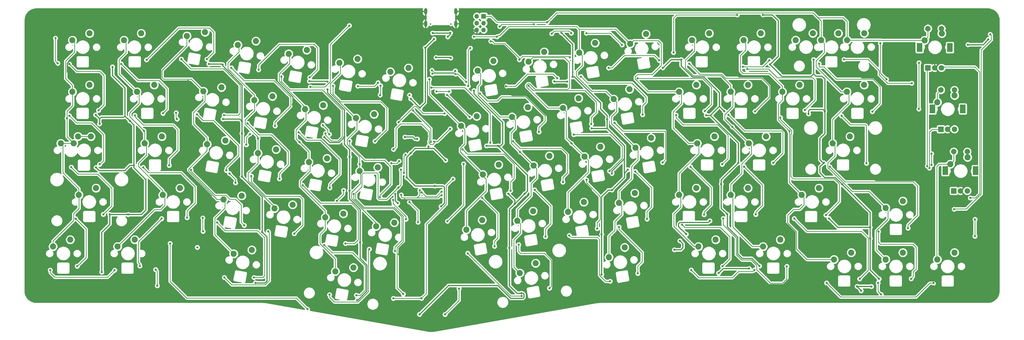
<source format=gtl>
G04 #@! TF.GenerationSoftware,KiCad,Pcbnew,(5.1.4)-1*
G04 #@! TF.CreationDate,2020-08-07T21:51:58-07:00*
G04 #@! TF.ProjectId,trifecta,74726966-6563-4746-912e-6b696361645f,rev?*
G04 #@! TF.SameCoordinates,Original*
G04 #@! TF.FileFunction,Copper,L1,Top*
G04 #@! TF.FilePolarity,Positive*
%FSLAX46Y46*%
G04 Gerber Fmt 4.6, Leading zero omitted, Abs format (unit mm)*
G04 Created by KiCad (PCBNEW (5.1.4)-1) date 2020-08-07 21:51:58*
%MOMM*%
%LPD*%
G04 APERTURE LIST*
%ADD10O,1.700000X1.700000*%
%ADD11R,1.700000X1.700000*%
%ADD12C,2.250000*%
%ADD13R,2.000000X2.000000*%
%ADD14C,2.000000*%
%ADD15R,2.000000X3.200000*%
%ADD16O,1.200000X2.300000*%
%ADD17C,0.600000*%
%ADD18C,0.800000*%
%ADD19C,0.250000*%
%ADD20C,0.381000*%
%ADD21C,0.254000*%
G04 APERTURE END LIST*
D10*
X154924760Y-3098800D03*
X157464760Y-3098800D03*
X154924760Y-558800D03*
X157464760Y-558800D03*
X154924760Y1981200D03*
D11*
X157464760Y1981200D03*
D12*
X154919279Y-34956110D03*
X149106816Y-38560188D03*
D13*
X330896200Y-62536200D03*
D14*
X333396200Y-62536200D03*
X335896200Y-62536200D03*
D15*
X327796200Y-55036200D03*
X338996200Y-55036200D03*
D14*
X330896200Y-48036200D03*
X335896200Y-48036200D03*
D13*
X326146490Y-39761210D03*
D14*
X328646490Y-39761210D03*
X331146490Y-39761210D03*
D15*
X323046490Y-32261210D03*
X334246490Y-32261210D03*
D14*
X326146490Y-25261210D03*
X331146490Y-25261210D03*
D13*
X321371290Y-17100000D03*
D14*
X323871290Y-17100000D03*
X326371290Y-17100000D03*
D15*
X318271290Y-9600000D03*
X329471290Y-9600000D03*
D14*
X321371290Y-2600000D03*
X326371290Y-2600000D03*
D16*
X136074000Y-816800D03*
X147224000Y-816800D03*
X136074000Y3783200D03*
X147224000Y3783200D03*
D17*
X137899000Y-896800D03*
X145399000Y-896800D03*
D12*
X288321250Y-4354746D03*
X281971250Y-6894746D03*
X242601250Y-42454746D03*
X236251250Y-44994746D03*
X243077500Y-80554746D03*
X236727500Y-83094746D03*
X7796250Y-42451250D03*
X1446250Y-44991250D03*
X297846250Y-23404746D03*
X291496250Y-25944746D03*
X297881920Y-4327640D03*
X291531920Y-6867640D03*
X278923360Y-4337800D03*
X272573360Y-6877800D03*
X335987000Y-50108600D03*
X329637000Y-52648600D03*
X331211800Y-27248600D03*
X324861800Y-29788600D03*
X326487400Y-4388600D03*
X320137400Y-6928600D03*
X292607500Y-42454746D03*
X286257500Y-44994746D03*
X209482604Y-83402455D03*
X203670141Y-87006533D03*
X176637532Y-89257950D03*
X170825069Y-92862028D03*
X213205400Y-63368868D03*
X207392937Y-66972946D03*
X194444813Y-66676866D03*
X188632350Y-70280944D03*
X175684225Y-69984864D03*
X169871762Y-73588942D03*
X156923637Y-73292861D03*
X151111174Y-76896939D03*
X219277696Y-42954282D03*
X213465233Y-46558360D03*
X200517109Y-46262279D03*
X194704646Y-49866357D03*
X181744279Y-49581110D03*
X175931816Y-53185188D03*
X162995933Y-52878275D03*
X157183470Y-56482353D03*
X211279552Y-25020693D03*
X205467089Y-28624771D03*
X192518964Y-28328691D03*
X186706501Y-31932769D03*
X173758376Y-31636689D03*
X167945913Y-35240767D03*
X217351848Y-4606107D03*
X211539385Y-8210185D03*
X198591260Y-7914104D03*
X192778797Y-11518182D03*
X179830672Y-11222102D03*
X174018209Y-14826180D03*
X161070085Y-14530100D03*
X155257622Y-18134178D03*
X109436219Y-90868588D03*
X102741624Y-92267334D03*
X71951984Y-84352340D03*
X65257389Y-85751086D03*
X124502098Y-74244247D03*
X117807503Y-75642993D03*
X105741510Y-70936249D03*
X99046915Y-72334995D03*
X86980923Y-67628251D03*
X80286328Y-69026997D03*
X68220335Y-64320253D03*
X61525740Y-65718999D03*
X118429802Y-53829660D03*
X111735207Y-55228406D03*
X99669214Y-50521662D03*
X92974619Y-51920408D03*
X80908627Y-47213665D03*
X74214032Y-48612411D03*
X62148039Y-43905667D03*
X55453444Y-45304413D03*
X117047653Y-34242073D03*
X110353058Y-35640819D03*
X98287065Y-30934075D03*
X91592470Y-32332821D03*
X79526478Y-27626077D03*
X72831883Y-29024823D03*
X60765890Y-24318080D03*
X54071295Y-25716826D03*
X129735945Y-17135484D03*
X123041350Y-18534230D03*
X110975357Y-13827486D03*
X104280762Y-15226232D03*
X92214769Y-10519489D03*
X85520174Y-11918235D03*
X73454182Y-7211491D03*
X66759587Y-8610237D03*
X54693594Y-3903493D03*
X47998999Y-5302239D03*
X331183750Y-85317246D03*
X324833750Y-87857246D03*
X312133750Y-85317246D03*
X305783750Y-87857246D03*
X293083750Y-85317246D03*
X286733750Y-87857246D03*
X266890000Y-80554746D03*
X260540000Y-83094746D03*
X28765000Y-80554746D03*
X22415000Y-83094746D03*
X4952500Y-80554746D03*
X-1397500Y-83094746D03*
X312133750Y-66267246D03*
X305783750Y-68807246D03*
X281177500Y-61504746D03*
X274827500Y-64044746D03*
X254983750Y-61504746D03*
X248633750Y-64044746D03*
X235933750Y-61504746D03*
X229583750Y-64044746D03*
X45433750Y-61504746D03*
X39083750Y-64044746D03*
X14477500Y-61504746D03*
X8127500Y-64044746D03*
X261651250Y-42454746D03*
X255301250Y-44994746D03*
X38766250Y-42454746D03*
X32416250Y-44994746D03*
X12572500Y-42454746D03*
X6222500Y-44994746D03*
X274033750Y-23404746D03*
X267683750Y-25944746D03*
X254983750Y-23404746D03*
X248633750Y-25944746D03*
X235933750Y-23404746D03*
X229583750Y-25944746D03*
X35908750Y-23404746D03*
X29558750Y-25944746D03*
X12096250Y-23404746D03*
X5746250Y-25944746D03*
X259746250Y-4354746D03*
X253396250Y-6894746D03*
X240696250Y-4354746D03*
X234346250Y-6894746D03*
X31146250Y-4354746D03*
X24796250Y-6894746D03*
X12096250Y-4354746D03*
X5746250Y-6894746D03*
D18*
X3743960Y-35699700D03*
X69926200Y-45504100D03*
X71208900Y-41541700D03*
X32097980Y-40279320D03*
X89496900Y-44500800D03*
X74214032Y-43149832D03*
X126238000Y-51562000D03*
X123367800Y-52298600D03*
X111735207Y-52680207D03*
X137477500Y-21310600D03*
X124075001Y-65916385D03*
X128828800Y-72986900D03*
X162371895Y-5603095D03*
X153918920Y-5623560D03*
X249215702Y-38909198D03*
X270294100Y-40436800D03*
X137998200Y-44419520D03*
X189280800Y-13246100D03*
X170624500Y-14097000D03*
X160085195Y-7253386D03*
X131403137Y-32896857D03*
X138564620Y-19265900D03*
X147142200Y-19372580D03*
X150964900Y-22301200D03*
X44023280Y-33675320D03*
X44358560Y-36017200D03*
X128613768Y-49160832D03*
X128079500Y-55880000D03*
X126136400Y-37172900D03*
X143027490Y-33947190D03*
X98176080Y-38265100D03*
X100545900Y-41630600D03*
X318058800Y-15227300D03*
X124193300Y-47193200D03*
X139217400Y-44348400D03*
X318000000Y-32300000D03*
X145112150Y-39587850D03*
X152252680Y-35245040D03*
X143982440Y-27061160D03*
X65920620Y-59557920D03*
X63672720Y-56113680D03*
X103352600Y-66205100D03*
X105796080Y-62344300D03*
X141935200Y-62801500D03*
X134618200Y-63041000D03*
X189836995Y-44998705D03*
X170936214Y-48189586D03*
X64588000Y-45988720D03*
X30176080Y-42884840D03*
X23125040Y-64774560D03*
X6808080Y-20400760D03*
X320686040Y-67334880D03*
X48459000Y-21965400D03*
X99322500Y-98584500D03*
X118182000Y-25813500D03*
X112276500Y-25623000D03*
X148916000Y-45625500D03*
X141550000Y-65609010D03*
X128342000Y-65818500D03*
X150948000Y-84106500D03*
X182888500Y-100045000D03*
X180770455Y-81017545D03*
X166238029Y-25572971D03*
X225984680Y-33060120D03*
X225108380Y-53380120D03*
X225745920Y-71279500D03*
X231897800Y-91495360D03*
X268240120Y-73692500D03*
X250162940Y-18389080D03*
X250162940Y-14119340D03*
X258682100Y-34581580D03*
X148951560Y-8742160D03*
X291912920Y-15676360D03*
X270772500Y-91790000D03*
X320686040Y-62709540D03*
X320686040Y-79473540D03*
X296998000Y-53626500D03*
X336301960Y-79473540D03*
X333182840Y-96552500D03*
X139025000Y-8725000D03*
X136725000Y-42325000D03*
X315760980Y-97035100D03*
X186127000Y-78709000D03*
X186693105Y-60606105D03*
X192492240Y-57738760D03*
X220163000Y-28671000D03*
X185746000Y-38958000D03*
X127326000Y-43847500D03*
X91512000Y-81439500D03*
X127389500Y-49054500D03*
X128532500Y-46006500D03*
X87067000Y-60040000D03*
X87067000Y-40736000D03*
X80780500Y-20289000D03*
X56904500Y-74073500D03*
X60016000Y-93123500D03*
X47646200Y-55036200D03*
X48459000Y-34005000D03*
X42159800Y-13227800D03*
X-5402400Y-90278000D03*
X-5389000Y-71190600D03*
X-5084200Y-14091400D03*
X-5389000Y-33192200D03*
X-5389000Y-52242200D03*
X116988200Y-45587400D03*
X117191400Y-50362600D03*
X184603000Y-69938380D03*
X265529940Y-67812400D03*
X225745920Y-61459860D03*
X232530260Y-61500500D03*
X239416200Y-63682360D03*
X47421800Y-37805360D03*
X87067000Y-45093500D03*
X87172800Y-79745840D03*
X300483970Y-34643630D03*
X127326000Y-41396400D03*
X267411200Y-56184800D03*
X230592940Y-52150060D03*
X225745920Y-56346480D03*
X194068700Y-58941730D03*
X265529940Y-54303540D03*
X257467100Y-73774300D03*
X218020900Y-74460100D03*
X126022100Y-59575700D03*
X127508000Y-61061600D03*
X225108380Y-39980480D03*
X272357460Y-85694000D03*
X283149040Y-80416400D03*
X282215862Y-83576160D03*
X142564122Y-109994700D03*
X117142260Y-12385040D03*
X108422440Y-3083560D03*
X169109000Y-13997060D03*
X210845400Y-15638780D03*
X206711475Y-18980585D03*
X250327160Y970280D03*
X307133690Y-26566430D03*
X219621100Y-82389980D03*
X308273318Y-36767611D03*
X147590550Y-51649950D03*
X126453236Y-35748436D03*
X178200000Y-43000000D03*
X197137900Y-63737900D03*
X263439520Y-33939520D03*
X319626860Y-40673140D03*
X126236011Y-85948000D03*
X87067000Y-30563300D03*
X140788000Y-82963500D03*
X134391400Y-80962500D03*
X5054080Y-14091400D03*
X52674520Y-42387520D03*
X57500520Y-42448480D03*
X95387160Y-49154080D03*
X92730320Y-45415200D03*
X137100000Y-46110640D03*
X111895500Y-81630000D03*
X110752500Y-102839000D03*
X130564500Y-28544000D03*
X153869000Y-25496000D03*
X162759000Y-45879500D03*
X168918500Y-67279000D03*
X166950000Y-83598500D03*
X171381529Y-100349029D03*
X128408620Y-42644120D03*
X132972420Y-43352200D03*
X263096620Y-15800820D03*
X239560980Y-34601900D03*
X246253038Y-33105140D03*
X251378900Y-52178000D03*
X277305380Y-34086280D03*
X247335920Y-71162660D03*
X282964500Y-52166000D03*
X300046000Y-75978500D03*
X303342078Y-95022720D03*
X279195140Y-14050760D03*
X133999246Y-31750754D03*
X139125000Y-6425000D03*
X139418200Y-60718200D03*
X143413600Y-51213600D03*
X129063600Y-57613600D03*
X130518200Y-48568200D03*
X289750110Y-60158110D03*
X283309940Y-33070280D03*
X259223820Y-90270380D03*
X200986000Y-93441000D03*
X210638000Y-54706000D03*
X203018000Y-36164000D03*
X204796000Y-62199000D03*
X200986000Y-78582000D03*
X204796000Y-56103000D03*
X107958500Y-62453000D03*
X15756500Y-37751500D03*
X125738500Y-67088500D03*
X124865501Y-63682942D03*
X106053500Y-42704500D03*
X98687500Y-42641000D03*
X93163000Y-22003500D03*
X73287500Y-96489000D03*
X68321800Y-57271400D03*
X68308000Y-36799000D03*
X61159000Y-15920200D03*
X56079000Y-15666200D03*
X61311400Y-35986200D03*
X16556600Y-92526600D03*
X19503000Y-71241400D03*
X26310200Y-71241400D03*
X14321400Y-34462200D03*
X20519000Y-16733000D03*
X26945200Y-36672000D03*
X75770350Y-77762850D03*
X28443800Y-53055000D03*
X14470380Y-53886100D03*
X230351640Y-14060220D03*
X183527700Y-22085300D03*
X190318000Y-20416000D03*
X188252100Y-22148800D03*
X197319900Y-39458900D03*
X158546800Y-45897800D03*
X166560500Y-63588900D03*
X172626200Y-63571300D03*
X284861000Y-72720200D03*
X295224200Y-97802700D03*
X300514358Y-97850440D03*
X244119400Y-92925900D03*
X141744700Y-68262500D03*
X223596200Y-17068800D03*
X343655922Y-6578600D03*
X300046000Y-80109940D03*
X229864920Y-80965040D03*
X227822760Y-84277200D03*
X133791960Y-108117640D03*
X99832017Y-22195517D03*
X99894000Y-25042740D03*
X135898500Y-9651500D03*
X186126120Y-4175760D03*
X260512560Y2473960D03*
X232216960Y-78526640D03*
X240916711Y-73591671D03*
X296712640Y-99397820D03*
X255426230Y-91226230D03*
X245100000Y-59999998D03*
X336114080Y-8514080D03*
X107958500Y-49958500D03*
X68262532Y-41337468D03*
X139867640Y-13243560D03*
X145303240Y-13456920D03*
X144225000Y-5625000D03*
X138624248Y-4231248D03*
X145187252Y-4169748D03*
X180900000Y-300000D03*
X321125000Y-53395745D03*
X321915400Y-54121800D03*
X4618600Y-15666200D03*
X15388200Y-32785800D03*
X15794600Y-52699400D03*
X4618600Y-34767000D03*
X33117400Y-14142200D03*
X55367800Y-13888200D03*
X41448600Y-53105800D03*
X28799400Y-34614600D03*
X62530600Y-54934600D03*
X51710200Y-34309800D03*
X74430500Y-17812500D03*
X93290000Y-20606500D03*
X82139400Y-58084200D03*
X70303000Y-37561000D03*
X100719500Y-61373500D03*
X89226000Y-40863000D03*
X130120000Y-27147000D03*
X111006500Y-23845000D03*
X118499500Y-22575000D03*
X119198000Y-64866000D03*
X108022000Y-44101500D03*
X149614500Y-47149500D03*
X167394500Y-62453000D03*
X165680000Y-23845000D03*
X184603000Y-20924000D03*
X186698500Y-59278000D03*
X168283500Y-44228500D03*
X193366000Y-20289000D03*
X216099000Y-34386000D03*
X222225480Y-14307300D03*
X203576800Y-17144480D03*
X214224260Y-20989820D03*
X239022500Y-33044880D03*
X257564500Y-33164260D03*
X233292260Y-15562060D03*
X253137280Y-16644100D03*
X262862940Y-14289520D03*
X254717160Y-17540720D03*
X275959180Y-32719760D03*
X39162600Y-33903400D03*
X23725010Y-15666200D03*
X61717800Y-34563800D03*
X45919000Y-13888200D03*
X80513800Y-38526200D03*
X64410200Y-17088600D03*
X82876000Y-20352500D03*
X99132000Y-41307500D03*
X117356500Y-44165000D03*
X101862500Y-23781500D03*
X119452000Y-23718000D03*
X119261500Y-27147000D03*
X159901500Y-44673000D03*
X138225010Y-24416500D03*
X156091500Y-26575500D03*
X177872000Y-40736000D03*
X174062000Y-23718000D03*
X197176000Y-37815000D03*
X257861680Y-71218540D03*
X253520820Y-53570620D03*
X234039020Y-91741740D03*
X257313040Y-91741740D03*
X140114900Y-25841440D03*
X144750400Y-25841440D03*
X281199200Y-15582380D03*
X300841020Y-33237920D03*
X315384180Y-22776180D03*
X290388040Y-14013180D03*
X203907000Y-55214000D03*
X190699000Y-41752000D03*
X205812000Y-37434000D03*
X223465000Y-52039000D03*
X228435780Y-34540940D03*
X245489340Y-52707020D03*
X247770260Y-34431720D03*
X264272640Y-52143140D03*
X266939640Y-35465500D03*
X283726500Y-71470000D03*
X298689640Y-52333640D03*
X289497380Y-34787320D03*
X17166200Y-71190600D03*
X5329800Y-53766200D03*
X31847400Y-53817000D03*
X48052600Y-72409800D03*
X69134600Y-75254600D03*
X49500000Y-54800000D03*
X71763500Y-57055500D03*
X87575000Y-78328000D03*
X106498000Y-81947500D03*
X90686500Y-60484500D03*
X109482500Y-63659500D03*
X124786000Y-84741500D03*
X161489000Y-82963500D03*
X156917000Y-65120000D03*
X180285000Y-79407500D03*
X176284500Y-62135500D03*
X199335000Y-76423000D03*
X195414900Y-58458100D03*
X213432000Y-55341000D03*
X217750000Y-72930500D03*
X233795180Y-53649360D03*
X238796440Y-71315060D03*
X285187000Y-53626500D03*
X314016000Y-76296000D03*
X7514200Y-90342200D03*
X6955400Y-72816200D03*
X38654600Y-72765400D03*
X30628200Y-90240600D03*
X72716000Y-94520500D03*
X59127000Y-74200500D03*
X77986500Y-77502500D03*
X61800000Y-94499998D03*
X110498500Y-101061000D03*
X98687500Y-82519000D03*
X100592500Y-100870500D03*
X115261000Y-84043000D03*
X151583000Y-85567000D03*
X171522000Y-101378500D03*
X170379000Y-82392000D03*
X181745500Y-98457500D03*
X204127980Y-95899720D03*
X189048000Y-78963000D03*
X207399500Y-75851500D03*
X214321000Y-92996500D03*
X245616340Y-90337120D03*
X230645580Y-74982820D03*
X269322160Y-90387920D03*
X245860180Y-72714600D03*
X272042500Y-72740000D03*
X296172500Y-95028500D03*
X315159000Y-94965000D03*
X303132100Y-77517740D03*
X21331800Y-91815400D03*
X-2442600Y-91764600D03*
X283996440Y-96545580D03*
X323474960Y-96537260D03*
X302977160Y-96557580D03*
X304117620Y-100772010D03*
X141922500Y-64211200D03*
X127025400Y-64020700D03*
X133893200Y-62306200D03*
X53835300Y-72511920D03*
X53944520Y-77457300D03*
X133261100Y-74079100D03*
X130073400Y-66649600D03*
X134531100Y-102235000D03*
X124155200Y-102235000D03*
X146151600Y-58140600D03*
X36446460Y-91594940D03*
X37038280Y-97563940D03*
X126936500Y-54673500D03*
X126034800Y-61264800D03*
X127806450Y-100628450D03*
X336994500Y-65125600D03*
X322700000Y-52900000D03*
X322699996Y-48800000D03*
X344347800Y-4716780D03*
X331035660Y-69314060D03*
X338744560Y-73035160D03*
X338724240Y-79270860D03*
X143225520Y-108163360D03*
X148385755Y-98632235D03*
X41777920Y-81970880D03*
X92466160Y-106212640D03*
X51826160Y-83398360D03*
X-505460Y-6129020D03*
X337820Y-15402560D03*
X93510100Y-24117300D03*
X107886500Y-1493520D03*
X176009300Y-1028700D03*
X163387200Y-1838120D03*
X138400000Y-18000000D03*
X147012660Y-18212660D03*
X208531460Y-8615680D03*
X195336160Y-4292600D03*
X189806580Y-4292600D03*
X182595520Y-4467860D03*
X227500180Y-11422380D03*
X250995180Y2474990D03*
X303829720Y-8059420D03*
X306087780Y-21305520D03*
X150071700Y-52572400D03*
X144095080Y-73725010D03*
X151770080Y-23830280D03*
X152542240Y-9809480D03*
D19*
X5746250Y-44518496D02*
X6222500Y-44994746D01*
X5746250Y-25944746D02*
X5746250Y-23561810D01*
X5746250Y-23561810D02*
X3246120Y-21061680D01*
X3246120Y-21061680D02*
X3246120Y-14564360D01*
X3246120Y-14564360D02*
X6563360Y-11247120D01*
X6563360Y-7711856D02*
X5746250Y-6894746D01*
X6563360Y-11247120D02*
X6563360Y-7711856D01*
X6219004Y-44991250D02*
X6222500Y-44994746D01*
X1446250Y-44991250D02*
X6219004Y-44991250D01*
X6222500Y-44994746D02*
X3743960Y-42516206D01*
X8127500Y-64044746D02*
X8127500Y-61716420D01*
X8127500Y-61716420D02*
X2235200Y-55824120D01*
X2235200Y-45780200D02*
X1446250Y-44991250D01*
X2235200Y-55824120D02*
X2235200Y-45780200D01*
X3743960Y-42516206D02*
X3743960Y-35699700D01*
X5800000Y-25998496D02*
X5746250Y-25944746D01*
X5800000Y-31042700D02*
X5800000Y-25998496D01*
X3743960Y-35699700D02*
X3743960Y-33098740D01*
X3743960Y-33098740D02*
X5800000Y-31042700D01*
X8200000Y-64117246D02*
X8127500Y-64044746D01*
X8200000Y-68995680D02*
X8200000Y-64117246D01*
X6200000Y-70995680D02*
X8200000Y-68995680D01*
X6200000Y-73418840D02*
X6200000Y-70995680D01*
X-1397500Y-83094746D02*
X-1397500Y-81016340D01*
X-1397500Y-81016340D02*
X6200000Y-73418840D01*
X32416250Y-44994746D02*
X32416250Y-40597590D01*
X26875740Y-35057080D02*
X26875740Y-33738820D01*
X26875740Y-33738820D02*
X30386020Y-30228540D01*
X30386020Y-26772016D02*
X29558750Y-25944746D01*
X30386020Y-30228540D02*
X30386020Y-26772016D01*
X33075880Y-45654376D02*
X32416250Y-44994746D01*
X39083750Y-62453756D02*
X30058360Y-53428366D01*
X39083750Y-64044746D02*
X39083750Y-62453756D01*
X30058360Y-53428366D02*
X30058360Y-52364640D01*
X30058360Y-52364640D02*
X33075880Y-49347120D01*
X33075880Y-49347120D02*
X33075880Y-45654376D01*
X22415000Y-83094746D02*
X36048366Y-69461380D01*
X36048366Y-69461380D02*
X38280340Y-69461380D01*
X38280340Y-69461380D02*
X39852600Y-67889120D01*
X39852600Y-64813596D02*
X39083750Y-64044746D01*
X39852600Y-67889120D02*
X39852600Y-64813596D01*
X48437800Y-5741040D02*
X47998999Y-5302239D01*
X55453444Y-45304413D02*
X55453444Y-42880444D01*
X55453444Y-42880444D02*
X50393600Y-37820600D01*
X50393600Y-37820600D02*
X50393600Y-33667700D01*
X50393600Y-33667700D02*
X54648100Y-29413200D01*
X54648100Y-26293631D02*
X54071295Y-25716826D01*
X54648100Y-29413200D02*
X54648100Y-26293631D01*
X65257389Y-85751086D02*
X58280300Y-78773997D01*
X58280300Y-78773997D02*
X58280300Y-72580500D01*
X58280300Y-72580500D02*
X62026800Y-68834000D01*
X62026800Y-66220059D02*
X61525740Y-65718999D01*
X62026800Y-68834000D02*
X62026800Y-66220059D01*
X69926200Y-45504100D02*
X69926200Y-42824400D01*
X69926200Y-42824400D02*
X71208900Y-41541700D01*
X32416250Y-40597590D02*
X32097980Y-40279320D01*
X32097980Y-40279320D02*
X26875740Y-35057080D01*
X29558750Y-25944746D02*
X23000000Y-19385996D01*
X23000000Y-19385996D02*
X23000000Y-14040820D01*
X25552400Y-7650896D02*
X24796250Y-6894746D01*
X23000000Y-14040820D02*
X25552400Y-11488420D01*
X25552400Y-11488420D02*
X25552400Y-7650896D01*
X38815511Y-18060169D02*
X47998999Y-8876681D01*
X47998999Y-8876681D02*
X47998999Y-6893229D01*
X47998999Y-6893229D02*
X47998999Y-5302239D01*
X38815511Y-20697691D02*
X38815511Y-18060169D01*
X39358219Y-21240399D02*
X38815511Y-20697691D01*
X49594868Y-21240399D02*
X39358219Y-21240399D01*
X54071295Y-25716826D02*
X49594868Y-21240399D01*
X55453444Y-47646556D02*
X55453444Y-45304413D01*
X48600000Y-54500000D02*
X55453444Y-47646556D01*
X48600000Y-55200000D02*
X48600000Y-54500000D01*
X61525740Y-65718999D02*
X59118999Y-65718999D01*
X59118999Y-65718999D02*
X48600000Y-55200000D01*
X92974619Y-51920408D02*
X92974619Y-47978519D01*
X88226900Y-43230800D02*
X88226900Y-40030400D01*
X88226900Y-40030400D02*
X91897200Y-36360100D01*
X91897200Y-32637551D02*
X91592470Y-32332821D01*
X91897200Y-36360100D02*
X91897200Y-32637551D01*
X92974619Y-47978519D02*
X89496900Y-44500800D01*
X89496900Y-44500800D02*
X88226900Y-43230800D01*
X74214032Y-48612411D02*
X74214032Y-43149832D01*
X99046915Y-76632185D02*
X99046915Y-72334995D01*
X97028000Y-78651100D02*
X99046915Y-76632185D01*
X97028000Y-81928000D02*
X97028000Y-78651100D01*
X102741624Y-92267334D02*
X102741624Y-87641624D01*
X102741624Y-87641624D02*
X97028000Y-81928000D01*
X67144900Y-8995550D02*
X66759587Y-8610237D01*
X67144900Y-11267012D02*
X67144900Y-8995550D01*
X63131700Y-15280212D02*
X67144900Y-11267012D01*
X63131700Y-17431700D02*
X63131700Y-15280212D01*
X72831883Y-29024823D02*
X72831883Y-27131883D01*
X72831883Y-27131883D02*
X63131700Y-17431700D01*
X85928200Y-12326261D02*
X85520174Y-11918235D01*
X85928200Y-15468600D02*
X85928200Y-12326261D01*
X82042000Y-19354800D02*
X85928200Y-15468600D01*
X82042000Y-22042000D02*
X82042000Y-19354800D01*
X91592470Y-32332821D02*
X91592470Y-31592470D01*
X91592470Y-31592470D02*
X82042000Y-22042000D01*
X93459300Y-52405089D02*
X92974619Y-51920408D01*
X93459300Y-55219600D02*
X93459300Y-52405089D01*
X89900000Y-58778900D02*
X93459300Y-55219600D01*
X89900000Y-60800000D02*
X89900000Y-58778900D01*
X99046915Y-72334995D02*
X99046915Y-69946915D01*
X99046915Y-69946915D02*
X89900000Y-60800000D01*
X72900000Y-29092940D02*
X72831883Y-29024823D01*
X72900000Y-32827500D02*
X72900000Y-29092940D01*
X69430900Y-36296600D02*
X72900000Y-32827500D01*
X69430900Y-37884100D02*
X69430900Y-36296600D01*
X74214032Y-43149832D02*
X74214032Y-42667232D01*
X74214032Y-42667232D02*
X69430900Y-37884100D01*
X74214032Y-52379568D02*
X74214032Y-48612411D01*
X70599300Y-55994300D02*
X74214032Y-52379568D01*
X70599300Y-58799300D02*
X70599300Y-55994300D01*
X80286328Y-69026997D02*
X80286328Y-68486328D01*
X80286328Y-68486328D02*
X70599300Y-58799300D01*
X111735207Y-49975117D02*
X107149900Y-45389810D01*
X107149900Y-45389810D02*
X107149900Y-43484800D01*
X107149900Y-43484800D02*
X110718600Y-39916100D01*
X110718600Y-36006361D02*
X110353058Y-35640819D01*
X110718600Y-39916100D02*
X110718600Y-36006361D01*
X108757499Y-65348909D02*
X108757499Y-63073501D01*
X117807503Y-75642993D02*
X117807503Y-74398913D01*
X117807503Y-74398913D02*
X108757499Y-65348909D01*
X108757499Y-63073501D02*
X112090200Y-59740800D01*
X112090200Y-55583399D02*
X111735207Y-55228406D01*
X112090200Y-59740800D02*
X112090200Y-55583399D01*
X126238000Y-51562000D02*
X125501400Y-52298600D01*
X125501400Y-52298600D02*
X123367800Y-52298600D01*
X111735207Y-55228406D02*
X111735207Y-52680207D01*
X111735207Y-52680207D02*
X111735207Y-49975117D01*
X157183470Y-56993170D02*
X157183470Y-56482353D01*
X158381700Y-58191400D02*
X157183470Y-56993170D01*
X158381700Y-62582298D02*
X158381700Y-58191400D01*
X151111174Y-76896939D02*
X151111174Y-69852824D01*
X151111174Y-69852824D02*
X158381700Y-62582298D01*
X137500000Y-26895700D02*
X137500000Y-21333100D01*
X146477259Y-35872959D02*
X137500000Y-26895700D01*
X150456900Y-45157602D02*
X150456900Y-39820340D01*
X148889499Y-48188382D02*
X148889499Y-46725003D01*
X150456900Y-39820340D02*
X146509519Y-35872959D01*
X157183470Y-56482353D02*
X148889499Y-48188382D01*
X137500000Y-21333100D02*
X137477500Y-21310600D01*
X146509519Y-35872959D02*
X146477259Y-35872959D01*
X148889499Y-46725003D02*
X150456900Y-45157602D01*
X104622600Y-15568070D02*
X104280762Y-15226232D01*
X104622600Y-19189700D02*
X104622600Y-15568070D01*
X100863400Y-22948900D02*
X104622600Y-19189700D01*
X100863400Y-26407281D02*
X100863400Y-22948900D01*
X110353058Y-35640819D02*
X110096938Y-35640819D01*
X110096938Y-35640819D02*
X100863400Y-26407281D01*
X124075001Y-67267901D02*
X124075001Y-65916385D01*
X128828800Y-72021700D02*
X124075001Y-67267901D01*
X128828800Y-72986900D02*
X128828800Y-72021700D01*
X212701070Y-7048500D02*
X211539385Y-8210185D01*
X222950481Y-8117281D02*
X221881700Y-7048500D01*
X221881700Y-7048500D02*
X212701070Y-7048500D01*
X219659200Y-19558000D02*
X222950481Y-16266719D01*
X222950481Y-16266719D02*
X222950481Y-8117281D01*
X214213162Y-19558000D02*
X219659200Y-19558000D01*
X213430981Y-20340181D02*
X214213162Y-19558000D01*
X213430981Y-21269543D02*
X213430981Y-20340181D01*
X218106184Y-25944746D02*
X213430981Y-21269543D01*
X229583750Y-25944746D02*
X218106184Y-25944746D01*
X236251250Y-44994746D02*
X233081746Y-44994746D01*
X233081746Y-44994746D02*
X227330000Y-39243000D01*
X227330000Y-39243000D02*
X227330000Y-33413700D01*
X227330000Y-33413700D02*
X230428800Y-30314900D01*
X230428800Y-26789796D02*
X229583750Y-25944746D01*
X230428800Y-30314900D02*
X230428800Y-26789796D01*
X229583750Y-64044746D02*
X229583750Y-56013850D01*
X229583750Y-56013850D02*
X236893100Y-48704500D01*
X236893100Y-45636596D02*
X236251250Y-44994746D01*
X236893100Y-48704500D02*
X236893100Y-45636596D01*
X236727500Y-83094746D02*
X235101046Y-83094746D01*
X235101046Y-83094746D02*
X227609400Y-75603100D01*
X227609400Y-75603100D02*
X227609400Y-71005700D01*
X227609400Y-71005700D02*
X230149400Y-68465700D01*
X230149400Y-64610396D02*
X229583750Y-64044746D01*
X230149400Y-68465700D02*
X230149400Y-64610396D01*
X205467089Y-28624771D02*
X202572518Y-25730200D01*
X202572518Y-25730200D02*
X197294500Y-25730200D01*
X197294500Y-25730200D02*
X191643000Y-20078700D01*
X191643000Y-20078700D02*
X191643000Y-18427700D01*
X191643000Y-18427700D02*
X193840100Y-16230600D01*
X193840100Y-12579485D02*
X192778797Y-11518182D01*
X193840100Y-16230600D02*
X193840100Y-12579485D01*
X213465233Y-46558360D02*
X204622400Y-37715527D01*
X204622400Y-37715527D02*
X204622400Y-35140900D01*
X204622400Y-35140900D02*
X206578200Y-33185100D01*
X206578200Y-29735882D02*
X205467089Y-28624771D01*
X206578200Y-33185100D02*
X206578200Y-29735882D01*
X207392937Y-66972946D02*
X207392937Y-62596363D01*
X207392937Y-62596363D02*
X212013800Y-57975500D01*
X212013800Y-57975500D02*
X212013800Y-53479700D01*
X212013800Y-53479700D02*
X214452200Y-51041300D01*
X214452200Y-47545327D02*
X213465233Y-46558360D01*
X214452200Y-51041300D02*
X214452200Y-47545327D01*
X203670141Y-87006533D02*
X203670141Y-79260459D01*
X203670141Y-79260459D02*
X205828900Y-77101700D01*
X205828900Y-77101700D02*
X205828900Y-73863200D01*
X205828900Y-73863200D02*
X208407000Y-71285100D01*
X208407000Y-67987009D02*
X207392937Y-66972946D01*
X208407000Y-71285100D02*
X208407000Y-67987009D01*
X211539385Y-8210185D02*
X206148600Y-2819400D01*
X162771894Y-5203096D02*
X162371895Y-5603095D01*
X163396904Y-5203096D02*
X162771894Y-5203096D01*
X166700000Y-1900000D02*
X163396904Y-5203096D01*
X191777700Y-1900000D02*
X166700000Y-1900000D01*
X192778797Y-2901097D02*
X192697100Y-2819400D01*
X192697100Y-2819400D02*
X191777700Y-1900000D01*
X192778797Y-11518182D02*
X192778797Y-2901097D01*
X206148600Y-2819400D02*
X192697100Y-2819400D01*
X162371895Y-5603095D02*
X153939385Y-5603095D01*
X153939385Y-5603095D02*
X153918920Y-5623560D01*
X267683750Y-23905789D02*
X262878761Y-19100800D01*
X267683750Y-25944746D02*
X267683750Y-23905789D01*
X262878761Y-19100800D02*
X253072900Y-19100800D01*
X253072900Y-19100800D02*
X252183900Y-18211800D01*
X252183900Y-18211800D02*
X252183900Y-12509500D01*
X252183900Y-12509500D02*
X254114300Y-10579100D01*
X254114300Y-7612796D02*
X253396250Y-6894746D01*
X254114300Y-10579100D02*
X254114300Y-7612796D01*
X274827500Y-64044746D02*
X270294100Y-59511346D01*
X268389100Y-26650096D02*
X267683750Y-25944746D01*
X284846946Y-87857246D02*
X284758046Y-87857246D01*
X286733750Y-87857246D02*
X284846946Y-87857246D01*
X284846946Y-87857246D02*
X284554846Y-87857246D01*
X246418100Y-36111596D02*
X246418100Y-34378900D01*
X246418100Y-34378900D02*
X249351800Y-31445200D01*
X249351800Y-26662796D02*
X248633750Y-25944746D01*
X249351800Y-31445200D02*
X249351800Y-26662796D01*
X248633750Y-64044746D02*
X248633750Y-60128650D01*
X248633750Y-60128650D02*
X252679200Y-56083200D01*
X252679200Y-56083200D02*
X252679200Y-52565300D01*
X252679200Y-52565300D02*
X256273300Y-48971200D01*
X256273300Y-45966796D02*
X255301250Y-44994746D01*
X256273300Y-48971200D02*
X256273300Y-45966796D01*
X260540000Y-83094746D02*
X256602146Y-83094746D01*
X256602146Y-83094746D02*
X249351800Y-75844400D01*
X249351800Y-64762796D02*
X248633750Y-64044746D01*
X249351800Y-75844400D02*
X249351800Y-64762796D01*
X249215702Y-38909198D02*
X246418100Y-36111596D01*
X255301250Y-44994746D02*
X249215702Y-38909198D01*
X270294100Y-59511346D02*
X270294100Y-40436800D01*
X272872970Y-84011270D02*
X276718946Y-87857246D01*
X272872970Y-77624249D02*
X272872970Y-84011270D01*
X269659100Y-74410380D02*
X272872970Y-77624249D01*
X275602700Y-64819946D02*
X275602700Y-67767200D01*
X274827500Y-64044746D02*
X275602700Y-64819946D01*
X269659100Y-71526400D02*
X269659100Y-74410380D01*
X274040600Y-69329300D02*
X271856200Y-69329300D01*
X275602700Y-67767200D02*
X274040600Y-69329300D01*
X276718946Y-87857246D02*
X284846946Y-87857246D01*
X271856200Y-69329300D02*
X269659100Y-71526400D01*
X269894101Y-40036801D02*
X270294100Y-40436800D01*
X266214639Y-36357339D02*
X269894101Y-40036801D01*
X266214639Y-30459859D02*
X266214639Y-36357339D01*
X267683750Y-28990748D02*
X266214639Y-30459859D01*
X267683750Y-25944746D02*
X267683750Y-28990748D01*
X235204000Y-10922000D02*
X235204000Y-7752496D01*
X231876249Y-14249751D02*
X235204000Y-10922000D01*
X231876249Y-17131949D02*
X231876249Y-14249751D01*
X235204000Y-7752496D02*
X234346250Y-6894746D01*
X248633750Y-25944746D02*
X248633750Y-23533750D01*
X234744300Y-20000000D02*
X231876249Y-17131949D01*
X248633750Y-23533750D02*
X245100000Y-20000000D01*
X245100000Y-20000000D02*
X234744300Y-20000000D01*
X189280800Y-13246100D02*
X188881590Y-12846890D01*
X188881590Y-12846890D02*
X171874610Y-12846890D01*
X171874610Y-12846890D02*
X170624500Y-14097000D01*
X160650880Y-7253386D02*
X160085195Y-7253386D01*
X161497494Y-8100000D02*
X160650880Y-7253386D01*
X165193185Y-8100000D02*
X161497494Y-8100000D01*
X170624500Y-14097000D02*
X170624500Y-13531315D01*
X170624500Y-13531315D02*
X165193185Y-8100000D01*
X137998200Y-39491920D02*
X131803136Y-33296856D01*
X131803136Y-33296856D02*
X131403137Y-32896857D01*
X137998200Y-44419520D02*
X137998200Y-39491920D01*
X138564620Y-19265900D02*
X147035520Y-19265900D01*
X147035520Y-19265900D02*
X147142200Y-19372580D01*
X147350480Y-19372580D02*
X147142200Y-19372580D01*
X147142200Y-19372580D02*
X148036280Y-19372580D01*
X148036280Y-19372580D02*
X150964900Y-22301200D01*
X44023280Y-33675320D02*
X44023280Y-35681920D01*
X44023280Y-35681920D02*
X44358560Y-36017200D01*
X128613768Y-49160832D02*
X128079500Y-49695100D01*
X128079500Y-49695100D02*
X128079500Y-55880000D01*
X126136400Y-37090592D02*
X126136400Y-37172900D01*
X131864737Y-31362255D02*
X126136400Y-37090592D01*
X132537745Y-31362255D02*
X131864737Y-31362255D01*
X143027490Y-33947190D02*
X135122680Y-33947190D01*
X135122680Y-33947190D02*
X132537745Y-31362255D01*
X98176080Y-38265100D02*
X99959160Y-40048180D01*
X99959160Y-40048180D02*
X99959160Y-41043860D01*
X99959160Y-41043860D02*
X100545900Y-41630600D01*
X318058800Y-32241200D02*
X318000000Y-32300000D01*
X318058800Y-15227300D02*
X318058800Y-32241200D01*
X139217400Y-44348400D02*
X140351600Y-44348400D01*
X140351600Y-44348400D02*
X144712151Y-39987849D01*
X144712151Y-39987849D02*
X145112150Y-39587850D01*
X139065000Y-44500800D02*
X139217400Y-44348400D01*
X125100000Y-46286500D02*
X124193300Y-47193200D01*
X126804800Y-37795200D02*
X125100000Y-39500000D01*
X134543800Y-37795200D02*
X126804800Y-37795200D01*
X137450001Y-40701401D02*
X134543800Y-37795200D01*
X137450001Y-43894717D02*
X137450001Y-40701401D01*
X139217400Y-44914085D02*
X138731485Y-45400000D01*
X125100000Y-39500000D02*
X125100000Y-46286500D01*
X139217400Y-44348400D02*
X139217400Y-44914085D01*
X138731485Y-45400000D02*
X137905678Y-45400000D01*
X137905678Y-45400000D02*
X137273199Y-44767521D01*
X137273199Y-44767521D02*
X137273199Y-44071519D01*
X137273199Y-44071519D02*
X137450001Y-43894717D01*
X152252680Y-35245040D02*
X144068800Y-27061160D01*
X144068800Y-27061160D02*
X143982440Y-27061160D01*
X65920620Y-59557920D02*
X65920620Y-58361580D01*
X65920620Y-58361580D02*
X63672720Y-56113680D01*
X141935200Y-62801500D02*
X140093211Y-64643489D01*
X136220689Y-64643489D02*
X134618200Y-63041000D01*
X140093211Y-64643489D02*
X136220689Y-64643489D01*
X105700000Y-62440380D02*
X105796080Y-62344300D01*
X103352600Y-66205100D02*
X105700000Y-63857700D01*
X105700000Y-63857700D02*
X105700000Y-62440380D01*
X7796250Y-42451250D02*
X12569004Y-42451250D01*
X12569004Y-42451250D02*
X12572500Y-42454746D01*
X176325000Y-53578372D02*
X175931816Y-53185188D01*
X167945913Y-35240767D02*
X163459967Y-35240767D01*
X155366499Y-27147299D02*
X155366499Y-23995601D01*
X163459967Y-35240767D02*
X155366499Y-27147299D01*
X155366499Y-23995601D02*
X156375100Y-22987000D01*
X156375100Y-19251656D02*
X155257622Y-18134178D01*
X156375100Y-22987000D02*
X156375100Y-19251656D01*
X187883800Y-33110068D02*
X186706501Y-31932769D01*
X187883800Y-43045511D02*
X187883800Y-33110068D01*
X167558499Y-44811871D02*
X167558499Y-41089801D01*
X167558499Y-41089801D02*
X169087800Y-39560500D01*
X169087800Y-36382654D02*
X167945913Y-35240767D01*
X169087800Y-39560500D02*
X169087800Y-36382654D01*
X188632350Y-70280944D02*
X188632350Y-63107050D01*
X188632350Y-63107050D02*
X196100700Y-55638700D01*
X196100700Y-51262411D02*
X194704646Y-49866357D01*
X196100700Y-55638700D02*
X196100700Y-51262411D01*
X169871762Y-73588942D02*
X169871762Y-69434338D01*
X169871762Y-69434338D02*
X174967900Y-64338200D01*
X174967900Y-64338200D02*
X174967900Y-59829700D01*
X174967900Y-59829700D02*
X176987200Y-57810400D01*
X176987200Y-54240572D02*
X175931816Y-53185188D01*
X176987200Y-57810400D02*
X176987200Y-54240572D01*
X170825069Y-92862028D02*
X168617900Y-90654859D01*
X168617900Y-90654859D02*
X168617900Y-80543400D01*
X168617900Y-80543400D02*
X171056300Y-78105000D01*
X171056300Y-74773480D02*
X169871762Y-73588942D01*
X171056300Y-78105000D02*
X171056300Y-74773480D01*
X175931816Y-53185188D02*
X170936214Y-48189586D01*
X194704646Y-49866357D02*
X189836995Y-44998705D01*
X189836995Y-44998705D02*
X187883800Y-43045511D01*
X170936214Y-48189586D02*
X167558499Y-44811871D01*
X181132769Y-31932769D02*
X186706501Y-31932769D01*
X173300000Y-23400000D02*
X173300000Y-24100000D01*
X173776500Y-22923500D02*
X173300000Y-23400000D01*
X174340502Y-22923500D02*
X173776500Y-22923500D01*
X173300000Y-24100000D02*
X181132769Y-31932769D01*
X176462992Y-25045990D02*
X174340502Y-22923500D01*
X175547489Y-13296900D02*
X187299600Y-13296900D01*
X174018209Y-14826180D02*
X175547489Y-13296900D01*
X187299600Y-13296900D02*
X189115700Y-15113000D01*
X189115700Y-15113000D02*
X189115700Y-24422100D01*
X189115700Y-24422100D02*
X188491810Y-25045990D01*
X188491810Y-25045990D02*
X176462992Y-25045990D01*
D20*
X320686040Y-62709540D02*
X320686040Y-67334880D01*
X320686040Y-67334880D02*
X320686040Y-79473540D01*
X48459000Y-34005000D02*
X48459000Y-21965400D01*
X141340510Y-65818500D02*
X141550000Y-65609010D01*
X128342000Y-65818500D02*
X141340510Y-65818500D01*
X149805000Y-82963500D02*
X150948000Y-84106500D01*
X166238029Y-25572971D02*
X164889499Y-24224441D01*
X164928160Y-8742160D02*
X148951560Y-8742160D01*
X164889499Y-23365501D02*
X169109000Y-19146000D01*
X164889499Y-24224441D02*
X164889499Y-23365501D01*
X169109000Y-12923000D02*
X164928160Y-8742160D01*
X225108380Y-33936420D02*
X225984680Y-33060120D01*
X267403190Y-72883510D02*
X267196180Y-72676500D01*
X265529940Y-71010260D02*
X267403190Y-72883510D01*
X272357460Y-77837780D02*
X267403190Y-72883510D01*
X250162940Y-18389080D02*
X250162940Y-14119340D01*
X250162940Y-18848820D02*
X250162940Y-18389080D01*
X251704720Y-20390600D02*
X250162940Y-18848820D01*
X136074000Y3783200D02*
X136074000Y-816800D01*
X147224000Y-816800D02*
X147224000Y3783200D01*
X270772500Y-91790000D02*
X270772500Y-87278960D01*
X272357460Y-85694000D02*
X272357460Y-77837780D01*
X270772500Y-87278960D02*
X272357460Y-85694000D01*
X186127000Y-78709000D02*
X186127000Y-75280000D01*
X186127000Y-75280000D02*
X184603000Y-73756000D01*
X184603000Y-69938380D02*
X184603000Y-62696210D01*
X184603000Y-62696210D02*
X186693105Y-60606105D01*
X189175000Y-54421520D02*
X189175000Y-48864000D01*
X192492240Y-57738760D02*
X189175000Y-54421520D01*
X189175000Y-48864000D02*
X186000000Y-45689000D01*
X224552120Y-33060120D02*
X220163000Y-28671000D01*
X225984680Y-33060120D02*
X224552120Y-33060120D01*
X186000000Y-45689000D02*
X186000000Y-44165000D01*
X186000000Y-44165000D02*
X184222000Y-42387000D01*
X99322500Y-98584500D02*
X98687500Y-98584500D01*
X98687500Y-98584500D02*
X91512000Y-91409000D01*
X91512000Y-81439500D02*
X91512000Y-69885040D01*
X91512000Y-91409000D02*
X91512000Y-81439500D01*
X91512000Y-65247000D02*
X87067000Y-60802000D01*
X127048558Y-65818500D02*
X128342000Y-65818500D01*
X125656001Y-64425943D02*
X127048558Y-65818500D01*
X127389500Y-52801000D02*
X124849500Y-55341000D01*
X124849500Y-55341000D02*
X124849500Y-58579500D01*
X127389500Y-49054500D02*
X127389500Y-52801000D01*
X128532500Y-47911500D02*
X127389500Y-49054500D01*
X128532500Y-46006500D02*
X128532500Y-47911500D01*
X87067000Y-60802000D02*
X87067000Y-60040000D01*
X80780500Y-21559000D02*
X80780500Y-20289000D01*
X87067000Y-27845500D02*
X80780500Y-21559000D01*
X60016000Y-93123500D02*
X56904500Y-90012000D01*
X56904500Y-64294500D02*
X47646200Y-55036200D01*
X47646200Y-55036200D02*
X47443000Y-54833000D01*
X47443000Y-35021000D02*
X48459000Y-34005000D01*
X-5402400Y-71204000D02*
X-5389000Y-71190600D01*
X-5402400Y-90278000D02*
X-5402400Y-71204000D01*
X-5389000Y-14396200D02*
X-5084200Y-14091400D01*
X-5389000Y-33192200D02*
X-5389000Y-14396200D01*
X-5389000Y-71190600D02*
X-5389000Y-52242200D01*
X-5389000Y-52242200D02*
X-5389000Y-33192200D01*
X134196200Y-39796200D02*
X136725000Y-42325000D01*
X128926200Y-39796200D02*
X134196200Y-39796200D01*
X127326000Y-41396400D02*
X128926200Y-39796200D01*
X127326000Y-43847500D02*
X127326000Y-41396400D01*
X117191400Y-45790600D02*
X116988200Y-45587400D01*
X117191400Y-50362600D02*
X117191400Y-45790600D01*
X87067000Y-40736000D02*
X87067000Y-30563300D01*
X56904500Y-66085200D02*
X56904500Y-64294500D01*
X56904500Y-74073500D02*
X56904500Y-66085200D01*
X91512000Y-69885040D02*
X91512000Y-65247000D01*
X87067000Y-60040000D02*
X87067000Y-52059320D01*
X225108380Y-39283120D02*
X225108380Y-38889420D01*
X225108380Y-39283120D02*
X225108380Y-33936420D01*
X263439520Y-34627300D02*
X263439520Y-23471620D01*
X140788000Y-82963500D02*
X149805000Y-82963500D01*
X184603000Y-73756000D02*
X184603000Y-69938380D01*
X265529940Y-67812400D02*
X265529940Y-71010260D01*
X265529940Y-61574160D02*
X265529940Y-67812400D01*
X225745920Y-71279500D02*
X225745920Y-61459860D01*
X234740060Y-63710300D02*
X239388260Y-63710300D01*
X239388260Y-63710300D02*
X239416200Y-63682360D01*
X232530260Y-61500500D02*
X234740060Y-63710300D01*
X47443000Y-37862120D02*
X47443000Y-37826560D01*
X47443000Y-37862120D02*
X47443000Y-42183800D01*
X47443000Y-37826560D02*
X47421800Y-37805360D01*
X47443000Y-35021000D02*
X47443000Y-37862120D01*
X87067000Y-52059320D02*
X87067000Y-47972100D01*
X87067000Y-47972100D02*
X87067000Y-47530500D01*
X87067000Y-40736000D02*
X87067000Y-45093500D01*
X87067000Y-45093500D02*
X87067000Y-47972100D01*
X88866460Y-81439500D02*
X91512000Y-81439500D01*
X87172800Y-79745840D02*
X88866460Y-81439500D01*
X267411200Y-56184800D02*
X265529940Y-54303540D01*
X267411200Y-59692900D02*
X265529940Y-61574160D01*
X267411200Y-56184800D02*
X267411200Y-59692900D01*
X225108380Y-53380120D02*
X229362880Y-53380120D01*
X229362880Y-53380120D02*
X230592940Y-52150060D01*
X225745920Y-54017660D02*
X225108380Y-53380120D01*
X225745920Y-61459860D02*
X225745920Y-56346480D01*
X225745920Y-56346480D02*
X225745920Y-54017660D01*
X189624895Y-60606105D02*
X192492240Y-57738760D01*
X186693105Y-60606105D02*
X189624895Y-60606105D01*
X268158320Y-73774300D02*
X268240120Y-73692500D01*
X257467100Y-73774300D02*
X268158320Y-73774300D01*
X221201500Y-71279500D02*
X225745920Y-71279500D01*
X218020900Y-74460100D02*
X221201500Y-71279500D01*
X183818455Y-81017545D02*
X186127000Y-78709000D01*
X180770455Y-81017545D02*
X183818455Y-81017545D01*
X125025900Y-58579500D02*
X124849500Y-58579500D01*
X126022100Y-59575700D02*
X125025900Y-58579500D01*
X125656001Y-64425943D02*
X125656001Y-62913599D01*
X125656001Y-62913599D02*
X127508000Y-61061600D01*
X225108380Y-53380120D02*
X225108380Y-39980480D01*
X225108380Y-39980480D02*
X225108380Y-39283120D01*
X283149040Y-80416400D02*
X283702760Y-80970120D01*
X283702760Y-80970120D02*
X283702760Y-82089262D01*
X283702760Y-82089262D02*
X282215862Y-83576160D01*
X142564122Y-109994700D02*
X161114740Y-109994700D01*
X161114740Y-109994700D02*
X164713920Y-106395520D01*
X176537980Y-106395520D02*
X182888500Y-100045000D01*
X164713920Y-106395520D02*
X176537980Y-106395520D01*
X56904500Y-90012000D02*
X56904500Y-74073500D01*
X169109000Y-19146000D02*
X169109000Y-13997060D01*
X169109000Y-13997060D02*
X169109000Y-12923000D01*
X210845400Y-15638780D02*
X207503595Y-18980585D01*
X207503595Y-18980585D02*
X206711475Y-18980585D01*
X250162940Y-14119340D02*
X250162940Y806060D01*
X250162940Y806060D02*
X250327160Y970280D01*
X218020900Y-80789780D02*
X218020900Y-74460100D01*
X219621100Y-82389980D02*
X218020900Y-80789780D01*
X306149337Y-34643630D02*
X308273318Y-36767611D01*
X300483970Y-34643630D02*
X306149337Y-34643630D01*
X301305950Y-20738690D02*
X307133690Y-26566430D01*
X296975250Y-20738690D02*
X301305950Y-20738690D01*
X291912920Y-15676360D02*
X296975250Y-20738690D01*
X268000000Y-97100000D02*
X270772500Y-94327500D01*
X237502440Y-97100000D02*
X268000000Y-97100000D01*
X231897800Y-91495360D02*
X237502440Y-97100000D01*
X270772500Y-94327500D02*
X270772500Y-91790000D01*
X112353500Y-25700000D02*
X112276500Y-25623000D01*
X118182000Y-25813500D02*
X118068500Y-25700000D01*
X118068500Y-25700000D02*
X112353500Y-25700000D01*
X147590550Y-51649950D02*
X147590550Y-46887450D01*
X148852500Y-45625500D02*
X148916000Y-45625500D01*
X147590550Y-46887450D02*
X148852500Y-45625500D01*
X329535340Y-100200000D02*
X333182840Y-96552500D01*
X317049321Y-95746759D02*
X323854401Y-95746759D01*
X315760980Y-97035100D02*
X317049321Y-95746759D01*
X323854401Y-95746759D02*
X324389360Y-96281718D01*
X324389360Y-96281718D02*
X324389360Y-99089360D01*
X324389360Y-99089360D02*
X325500000Y-100200000D01*
X325500000Y-100200000D02*
X329535340Y-100200000D01*
X336301960Y-91335340D02*
X336301960Y-79473540D01*
X333182840Y-96552500D02*
X336301960Y-93433380D01*
X336301960Y-93433380D02*
X336301960Y-91335340D01*
X126053237Y-35348437D02*
X126453236Y-35748436D01*
X118182000Y-27477200D02*
X126053237Y-35348437D01*
X118182000Y-25813500D02*
X118182000Y-27477200D01*
X184222000Y-42387000D02*
X184222000Y-38196000D01*
X184984000Y-38958000D02*
X185746000Y-38958000D01*
X173300000Y-27274000D02*
X184984000Y-38958000D01*
X166238029Y-25572971D02*
X167939058Y-27274000D01*
X167939058Y-27274000D02*
X173300000Y-27274000D01*
X178765685Y-43000000D02*
X178200000Y-43000000D01*
X183609000Y-43000000D02*
X178765685Y-43000000D01*
X184222000Y-42387000D02*
X183609000Y-43000000D01*
X194068700Y-58941730D02*
X197137900Y-62010930D01*
X197137900Y-63172215D02*
X197137900Y-63737900D01*
X197137900Y-62010930D02*
X197137900Y-63172215D01*
X263439520Y-34627300D02*
X263439520Y-33939520D01*
X316619500Y-58643000D02*
X320686040Y-62709540D01*
X302143000Y-58643000D02*
X316619500Y-58643000D01*
X296998000Y-53626500D02*
X297126500Y-53626500D01*
X297126500Y-53626500D02*
X302143000Y-58643000D01*
X319626860Y-40107455D02*
X319626860Y-40673140D01*
X320686040Y-62709540D02*
X319626860Y-61650360D01*
X319626860Y-41238825D02*
X319626860Y-40673140D01*
X319626860Y-61650360D02*
X319626860Y-41238825D01*
X319626860Y-39059600D02*
X319626860Y-40673140D01*
X307133690Y-26566430D02*
X319626860Y-39059600D01*
X145993720Y-11700000D02*
X148951560Y-8742160D01*
X139800000Y-11700000D02*
X145993720Y-11700000D01*
X139025000Y-8725000D02*
X139025000Y-10925000D01*
X139025000Y-10925000D02*
X139800000Y-11700000D01*
X319626860Y-15873140D02*
X319626860Y-40673140D01*
X320200000Y-15300000D02*
X319626860Y-15873140D01*
X323485503Y-15300000D02*
X320200000Y-15300000D01*
X323871290Y-17100000D02*
X323871290Y-15685787D01*
X323871290Y-15685787D02*
X323485503Y-15300000D01*
X180770455Y-85670455D02*
X180770455Y-81017545D01*
X182888500Y-100045000D02*
X182888500Y-87788500D01*
X182888500Y-87788500D02*
X180770455Y-85670455D01*
X130825000Y-79175000D02*
X129067800Y-80932200D01*
X130825000Y-71825000D02*
X130825000Y-79175000D01*
X128342000Y-65818500D02*
X128342000Y-69342000D01*
X128342000Y-69342000D02*
X130825000Y-71825000D01*
X134391400Y-80962500D02*
X134361100Y-80932200D01*
X134361100Y-80932200D02*
X129067800Y-80932200D01*
X126236011Y-85382315D02*
X126236011Y-85948000D01*
X129067800Y-80932200D02*
X126236011Y-83763989D01*
X126236011Y-83763989D02*
X126236011Y-85382315D01*
X260390600Y-20422700D02*
X263439520Y-23471620D01*
X260358500Y-20390600D02*
X260390600Y-20422700D01*
X251704720Y-20390600D02*
X260358500Y-20390600D01*
X87067000Y-30563300D02*
X87067000Y-27845500D01*
X42159800Y-13443340D02*
X42159800Y-13227800D01*
X38300000Y-21109280D02*
X38300000Y-17303140D01*
X39156120Y-21965400D02*
X38300000Y-21109280D01*
X38300000Y-17303140D02*
X42159800Y-13443340D01*
X48459000Y-21965400D02*
X39156120Y-21965400D01*
X263439520Y-35645779D02*
X263439520Y-34627300D01*
X268903060Y-41109319D02*
X263439520Y-35645779D01*
X268903060Y-49430420D02*
X268903060Y-41109319D01*
X265529940Y-54303540D02*
X265529940Y-52803540D01*
X265529940Y-52803540D02*
X268903060Y-49430420D01*
X262797460Y-34581580D02*
X263439520Y-33939520D01*
X258682100Y-34581580D02*
X262797460Y-34581580D01*
X108422440Y-8922440D02*
X108422440Y-3083560D01*
X117142260Y-12385040D02*
X111885040Y-12385040D01*
X111885040Y-12385040D02*
X108422440Y-8922440D01*
X6808080Y-20400760D02*
X5661030Y-20400760D01*
X5661030Y-20400760D02*
X3828099Y-18567829D01*
X3828099Y-18567829D02*
X3828099Y-15317381D01*
X3828099Y-15317381D02*
X5054080Y-14091400D01*
X47421800Y-37805360D02*
X47421800Y-47111920D01*
X47443000Y-45729280D02*
X47443000Y-45231440D01*
X47443000Y-45729280D02*
X47443000Y-54833000D01*
X47443000Y-42183800D02*
X47443000Y-45729280D01*
X47443000Y-45231440D02*
X50286920Y-42387520D01*
X50286920Y-42387520D02*
X52674520Y-42387520D01*
X57500520Y-42448480D02*
X59461400Y-44409360D01*
X59461400Y-44409360D02*
X59471560Y-44409360D01*
X61050920Y-45988720D02*
X64588000Y-45988720D01*
X59471560Y-44409360D02*
X61050920Y-45988720D01*
X95387160Y-48072040D02*
X95387160Y-49154080D01*
X92730320Y-45415200D02*
X95387160Y-48072040D01*
X154594920Y-3098800D02*
X154924760Y-3098800D01*
X148951560Y-8742160D02*
X154594920Y-3098800D01*
X263096620Y-15800820D02*
X267523950Y-20228150D01*
X278260310Y-20228150D02*
X279195140Y-19293320D01*
X267523950Y-20228150D02*
X278260310Y-20228150D01*
X137032436Y-46848764D02*
X137032436Y-46178204D01*
X137032436Y-46178204D02*
X137100000Y-46110640D01*
X130564500Y-28544000D02*
X133771254Y-31750754D01*
X133771254Y-31750754D02*
X133999246Y-31750754D01*
X164473500Y-45054000D02*
X164473500Y-37243500D01*
X162759000Y-45879500D02*
X163648000Y-45879500D01*
X153869000Y-26639000D02*
X153869000Y-25496000D01*
X163648000Y-45879500D02*
X164473500Y-45054000D01*
X164473500Y-37243500D02*
X153869000Y-26639000D01*
X173554000Y-56674500D02*
X162759000Y-45879500D01*
X173617500Y-56674500D02*
X173554000Y-56674500D01*
X173617500Y-62580000D02*
X173617500Y-56674500D01*
X173617500Y-56674500D02*
X171776000Y-54833000D01*
X171381529Y-100349029D02*
X169794029Y-100349029D01*
X169794029Y-100349029D02*
X166950000Y-97505000D01*
X166950000Y-97505000D02*
X166950000Y-83598500D01*
X131331580Y-42625760D02*
X128426980Y-42625760D01*
X128426980Y-42625760D02*
X128408620Y-42644120D01*
X132058020Y-43352200D02*
X131331580Y-42625760D01*
X132972420Y-43352200D02*
X132058020Y-43352200D01*
X279195140Y-19293320D02*
X279195140Y-14050760D01*
X277305380Y-34086280D02*
X277305380Y-32920420D01*
X282664780Y-32425120D02*
X283309940Y-33070280D01*
X277305380Y-32920420D02*
X277800680Y-32425120D01*
X277800680Y-32425120D02*
X282664780Y-32425120D01*
X303342078Y-95022720D02*
X300046000Y-91726642D01*
X130518200Y-48568200D02*
X132237636Y-46848764D01*
X132237636Y-46848764D02*
X137032436Y-46848764D01*
X129075000Y-57036515D02*
X129075000Y-50011400D01*
X129075000Y-50011400D02*
X130518200Y-48568200D01*
X129063600Y-57613600D02*
X129063600Y-57047915D01*
X129063600Y-57047915D02*
X129075000Y-57036515D01*
X139418200Y-60718200D02*
X132168200Y-60718200D01*
X132168200Y-60718200D02*
X129063600Y-57613600D01*
X143413600Y-51213600D02*
X139048764Y-46848764D01*
X139048764Y-46848764D02*
X137032436Y-46848764D01*
X139418200Y-60718200D02*
X142416160Y-60718200D01*
X142416160Y-60718200D02*
X142939380Y-61241420D01*
X203018000Y-39466000D02*
X203018000Y-36164000D01*
X200986000Y-93441000D02*
X200986000Y-78582000D01*
X204796000Y-56103000D02*
X204796000Y-55214000D01*
X209368000Y-50642000D02*
X209368000Y-45816000D01*
X204796000Y-55214000D02*
X209368000Y-50642000D01*
X209368000Y-55849000D02*
X209368000Y-50642000D01*
X135898500Y-9651500D02*
X139125000Y-6425000D01*
X111895500Y-69374500D02*
X107958500Y-65437500D01*
X107958500Y-65437500D02*
X107958500Y-62453000D01*
X111895500Y-81630000D02*
X111895500Y-69374500D01*
X125738500Y-67088500D02*
X124865501Y-66215501D01*
X124865501Y-66215501D02*
X124865501Y-63682942D01*
X106053500Y-45308000D02*
X106053500Y-42704500D01*
X107958500Y-47213000D02*
X106053500Y-45308000D01*
X105990000Y-42641000D02*
X106053500Y-42704500D01*
X99640000Y-22003500D02*
X99894000Y-22257500D01*
X93163000Y-22003500D02*
X99640000Y-22003500D01*
X68321800Y-57271400D02*
X68321800Y-44114200D01*
X68321800Y-44114200D02*
X68321800Y-23489400D01*
X68321800Y-23489400D02*
X68321800Y-23438600D01*
X68321800Y-23438600D02*
X61159000Y-16275800D01*
X61159000Y-16275800D02*
X61159000Y-15920200D01*
X56079000Y-15666200D02*
X60905000Y-15666200D01*
X60905000Y-15666200D02*
X61159000Y-15920200D01*
X67495200Y-35986200D02*
X68308000Y-36799000D01*
X61311400Y-35986200D02*
X67495200Y-35986200D01*
X16556600Y-92526600D02*
X16556600Y-77794600D01*
X19503000Y-74848200D02*
X19503000Y-71241400D01*
X16556600Y-77794600D02*
X19503000Y-74848200D01*
X19503000Y-71241400D02*
X26310200Y-71241400D01*
X31187000Y-71241400D02*
X32812600Y-69615800D01*
X26310200Y-71241400D02*
X31187000Y-71241400D01*
X32812600Y-69615800D02*
X32812600Y-58135000D01*
X32812600Y-58135000D02*
X32660200Y-58135000D01*
X32660200Y-58135000D02*
X28443800Y-53918600D01*
X28443800Y-53918600D02*
X28443800Y-53055000D01*
X28443800Y-53055000D02*
X28443800Y-38170600D01*
X15756500Y-35897300D02*
X14321400Y-34462200D01*
X15756500Y-37751500D02*
X15756500Y-35897300D01*
X209495000Y-55849000D02*
X209368000Y-55849000D01*
X210638000Y-54706000D02*
X209495000Y-55849000D01*
X107958500Y-62453000D02*
X107958500Y-51899300D01*
X28443800Y-38170600D02*
X26945200Y-36672000D01*
X26945200Y-36672000D02*
X25141800Y-34868600D01*
X166950000Y-69247500D02*
X168918500Y-67279000D01*
X166950000Y-83598500D02*
X166950000Y-69247500D01*
X106053500Y-32519100D02*
X99894000Y-26359600D01*
X106053500Y-42704500D02*
X106053500Y-32519100D01*
X28443800Y-53055000D02*
X26960080Y-53055000D01*
X26960080Y-53055000D02*
X24998680Y-55016400D01*
X24998680Y-55016400D02*
X15600680Y-55016400D01*
X15600680Y-55016400D02*
X14470380Y-53886100D01*
X98687500Y-42641000D02*
X100704780Y-44658280D01*
X104099720Y-44658280D02*
X106053500Y-42704500D01*
X100704780Y-44658280D02*
X104099720Y-44658280D01*
X203018000Y-34703500D02*
X200605000Y-32290500D01*
X203018000Y-36164000D02*
X203018000Y-34703500D01*
X200605000Y-32290500D02*
X200605000Y-30068000D01*
X190953000Y-20416000D02*
X190318000Y-20416000D01*
X200605000Y-30068000D02*
X190953000Y-20416000D01*
X188252100Y-22148800D02*
X183591200Y-22148800D01*
X183591200Y-22148800D02*
X183527700Y-22085300D01*
X203010900Y-39458900D02*
X203302300Y-39750300D01*
X197319900Y-39458900D02*
X203010900Y-39458900D01*
X209368000Y-45816000D02*
X203302300Y-39750300D01*
X203302300Y-39750300D02*
X203018000Y-39466000D01*
X162740700Y-45897800D02*
X162759000Y-45879500D01*
X158546800Y-45897800D02*
X162740700Y-45897800D01*
X168918500Y-67279000D02*
X168918500Y-65946900D01*
X168918500Y-65946900D02*
X166560500Y-63588900D01*
X168918500Y-67279000D02*
X172626200Y-63571300D01*
X172626200Y-63571300D02*
X173617500Y-62580000D01*
X288119300Y-75978500D02*
X300046000Y-75978500D01*
X284861000Y-72720200D02*
X288119300Y-75978500D01*
X295224200Y-97802700D02*
X300466618Y-97802700D01*
X300466618Y-97802700D02*
X300514358Y-97850440D01*
X141744700Y-68262500D02*
X142939380Y-67067820D01*
X142939380Y-61241420D02*
X142939380Y-67067820D01*
X226604780Y-14060220D02*
X230351640Y-14060220D01*
X223596200Y-17068800D02*
X226604780Y-14060220D01*
X300046000Y-91726642D02*
X300046000Y-80109940D01*
X300046000Y-80109940D02*
X300046000Y-75978500D01*
X230957120Y-83499960D02*
X230957120Y-82057240D01*
X227822760Y-84277200D02*
X230179880Y-84277200D01*
X230957120Y-82057240D02*
X229864920Y-80965040D01*
X230179880Y-84277200D02*
X230957120Y-83499960D01*
X99894000Y-26359600D02*
X99894000Y-25042740D01*
X190318000Y-20416000D02*
X190318000Y-8367640D01*
X190318000Y-8367640D02*
X186126120Y-4175760D01*
X263096620Y-15800820D02*
X266120880Y-12776560D01*
X266120880Y-12776560D02*
X266120880Y307340D01*
X266120880Y307340D02*
X263954260Y2473960D01*
X263954260Y2473960D02*
X260512560Y2473960D01*
X232216960Y-78526640D02*
X229349300Y-75658980D01*
X229349300Y-75658980D02*
X229349300Y-74703940D01*
X229349300Y-74703940D02*
X229860921Y-74192319D01*
X229860921Y-74192319D02*
X240316063Y-74192319D01*
X240316063Y-74192319D02*
X240916711Y-73591671D01*
X296712640Y-99291140D02*
X295224200Y-97802700D01*
X296712640Y-99397820D02*
X296712640Y-99291140D01*
X244119400Y-92925900D02*
X245819070Y-91226230D01*
X245819070Y-91226230D02*
X255426230Y-91226230D01*
X133791960Y-108117640D02*
X144487756Y-97421844D01*
X144487756Y-97421844D02*
X162708802Y-97421844D01*
X172312501Y-101757941D02*
X172312501Y-100714316D01*
X172312501Y-100714316D02*
X171947214Y-100349029D01*
X171947214Y-100349029D02*
X171381529Y-100349029D01*
X171901441Y-102169001D02*
X172312501Y-101757941D01*
X167455959Y-102169001D02*
X171901441Y-102169001D01*
X162708802Y-97421844D02*
X167455959Y-102169001D01*
X283309940Y-21209940D02*
X283309940Y-33070280D01*
X282264540Y-20164540D02*
X283309940Y-21209940D01*
X280066360Y-20164540D02*
X282264540Y-20164540D01*
X279195140Y-19293320D02*
X280066360Y-20164540D01*
X135898500Y-29851500D02*
X135898500Y-9651500D01*
X133999246Y-31750754D02*
X135898500Y-29851500D01*
X16353800Y-35300000D02*
X15756500Y-35897300D01*
X25141800Y-34868600D02*
X24710400Y-35300000D01*
X24710400Y-35300000D02*
X16353800Y-35300000D01*
X77478500Y-79471000D02*
X75770350Y-77762850D01*
X77478500Y-95821500D02*
X77478500Y-79471000D01*
X73287500Y-96489000D02*
X76811000Y-96489000D01*
X76811000Y-96489000D02*
X77478500Y-95821500D01*
X251140840Y-79611798D02*
X251140840Y-85740840D01*
X247335920Y-75806878D02*
X251140840Y-79611798D01*
X247335920Y-71162660D02*
X247335920Y-75806878D01*
X251140840Y-85740840D02*
X252844060Y-87444060D01*
X256397500Y-87444060D02*
X258823821Y-89870381D01*
X252844060Y-87444060D02*
X256397500Y-87444060D01*
X258823821Y-89870381D02*
X259223820Y-90270380D01*
X203401000Y-62199000D02*
X204796000Y-62199000D01*
X200986000Y-78582000D02*
X200986000Y-64614000D01*
X200986000Y-64614000D02*
X203401000Y-62199000D01*
X209400000Y-55881000D02*
X209368000Y-55849000D01*
X204796000Y-62199000D02*
X209400000Y-57595000D01*
X209400000Y-57595000D02*
X209400000Y-55881000D01*
X245100000Y-59434313D02*
X245100000Y-59999998D01*
X245100000Y-60565683D02*
X245100000Y-59999998D01*
X245100000Y-68926740D02*
X245100000Y-60565683D01*
X247335920Y-71162660D02*
X245100000Y-68926740D01*
X245100000Y-58456900D02*
X245100000Y-59434313D01*
X251378900Y-52178000D02*
X245100000Y-58456900D01*
X68721799Y-57671399D02*
X68321800Y-57271400D01*
X75770350Y-77762850D02*
X75770350Y-64719950D01*
X75770350Y-64719950D02*
X68721799Y-57671399D01*
X111061000Y-102839000D02*
X110752500Y-102839000D01*
X114372000Y-99528000D02*
X111061000Y-102839000D01*
X114372000Y-89885000D02*
X114372000Y-99528000D01*
X111895500Y-81630000D02*
X111895500Y-87408500D01*
X111895500Y-87408500D02*
X114372000Y-89885000D01*
X336679765Y-8514080D02*
X336114080Y-8514080D01*
X343655922Y-6578600D02*
X341720442Y-8514080D01*
X341720442Y-8514080D02*
X336679765Y-8514080D01*
X244369058Y-31221160D02*
X246253038Y-33105140D01*
X244369058Y-31330942D02*
X241098100Y-34601900D01*
X244369058Y-31221160D02*
X244369058Y-31330942D01*
X239560980Y-34601900D02*
X241098100Y-34601900D01*
X241101900Y-34601900D02*
X239560980Y-34601900D01*
X251378900Y-52178000D02*
X251378900Y-44878900D01*
X251378900Y-44878900D02*
X241101900Y-34601900D01*
X244369058Y-26207058D02*
X244369058Y-31221160D01*
X230351640Y-14060220D02*
X230351640Y-16336382D01*
X238677511Y-20515511D02*
X244369058Y-26207058D01*
X234530769Y-20515511D02*
X238677511Y-20515511D01*
X230351640Y-16336382D02*
X234530769Y-20515511D01*
X20519000Y-19882600D02*
X20519000Y-16733000D01*
X25100000Y-24463600D02*
X20519000Y-19882600D01*
X25141800Y-34868600D02*
X25100000Y-34826800D01*
X25100000Y-34826800D02*
X25100000Y-24463600D01*
X300046000Y-70454000D02*
X300046000Y-75978500D01*
X289750110Y-60158110D02*
X300046000Y-70454000D01*
X287155500Y-57563500D02*
X289750110Y-60158110D01*
X283263500Y-57563500D02*
X287155500Y-57563500D01*
X281504000Y-55804000D02*
X283263500Y-57563500D01*
X282964500Y-52166000D02*
X281504000Y-53626500D01*
X281504000Y-53626500D02*
X281504000Y-55804000D01*
X283309940Y-41327820D02*
X283309940Y-33070280D01*
X281504000Y-43133760D02*
X283309940Y-41327820D01*
X281504000Y-51004000D02*
X281504000Y-43133760D01*
X282964500Y-52166000D02*
X282666000Y-52166000D01*
X282666000Y-52166000D02*
X281504000Y-51004000D01*
X107958500Y-51899300D02*
X107958500Y-49958500D01*
X107958500Y-49958500D02*
X107958500Y-47213000D01*
X139867640Y-13243560D02*
X145089880Y-13243560D01*
X145089880Y-13243560D02*
X145303240Y-13456920D01*
X145187252Y-4662748D02*
X144225000Y-5625000D01*
X145187252Y-4169748D02*
X145187252Y-4662748D01*
X138624248Y-4231248D02*
X145125752Y-4231248D01*
X145125752Y-4231248D02*
X145187252Y-4169748D01*
D19*
X281971250Y-6894746D02*
X281971250Y-7474590D01*
X319583680Y-6374880D02*
X320137400Y-6928600D01*
X291531920Y-6867640D02*
X304028360Y-6867640D01*
X304089320Y-6928600D02*
X320137400Y-6928600D01*
X304028360Y-6867640D02*
X304089320Y-6928600D01*
X324861800Y-26545900D02*
X326146490Y-25261210D01*
X324861800Y-29788600D02*
X324861800Y-26545900D01*
X321371290Y-5694710D02*
X320137400Y-6928600D01*
X321371290Y-2721250D02*
X321371290Y-5694710D01*
X330896200Y-51389400D02*
X329637000Y-52648600D01*
X330896200Y-48036200D02*
X330896200Y-51389400D01*
X286257500Y-44994746D02*
X286257500Y-36144700D01*
X286257500Y-36144700D02*
X292188900Y-30213300D01*
X292188900Y-26637396D02*
X291496250Y-25944746D01*
X292188900Y-30213300D02*
X292188900Y-26637396D01*
X305783750Y-68807246D02*
X299714504Y-62738000D01*
X284461999Y-53974501D02*
X284461999Y-52176901D01*
X284838999Y-54351501D02*
X284461999Y-53974501D01*
X299714504Y-62738000D02*
X293403002Y-62738000D01*
X285016503Y-54351501D02*
X284838999Y-54351501D01*
X293403002Y-62738000D02*
X285016503Y-54351501D01*
X284461999Y-52176901D02*
X287032700Y-49606200D01*
X287032700Y-45769946D02*
X286257500Y-44994746D01*
X287032700Y-49606200D02*
X287032700Y-45769946D01*
X329637000Y-52648600D02*
X325532000Y-52648600D01*
X325532000Y-52648600D02*
X324675500Y-53505100D01*
X324675500Y-87698996D02*
X324833750Y-87857246D01*
X324675500Y-53505100D02*
X324675500Y-87698996D01*
X291531920Y-3420D02*
X291531920Y-6867640D01*
X290080700Y1447800D02*
X291531920Y-3420D01*
X281971250Y286250D02*
X280809700Y1447800D01*
X281971250Y-6894746D02*
X281971250Y286250D01*
X280809700Y1447800D02*
X290080700Y1447800D01*
X280809700Y1447800D02*
X279057500Y3200000D01*
X181299999Y99999D02*
X180900000Y-300000D01*
X279057500Y3200000D02*
X184400000Y3200000D01*
X184400000Y3200000D02*
X181299999Y99999D01*
X306578000Y-69601496D02*
X305783750Y-68807246D01*
X306578000Y-72998838D02*
X306578000Y-69601496D01*
X302300000Y-77276838D02*
X306578000Y-72998838D01*
X305783750Y-87857246D02*
X302300000Y-84373496D01*
X302300000Y-84373496D02*
X302300000Y-77276838D01*
X283197300Y-8120796D02*
X281971250Y-6894746D01*
X289344746Y-25944746D02*
X280080450Y-16680450D01*
X291496250Y-25944746D02*
X289344746Y-25944746D01*
X280080450Y-16680450D02*
X280100000Y-16660900D01*
X280100000Y-16660900D02*
X280100000Y-14527300D01*
X280100000Y-14527300D02*
X283197300Y-11430000D01*
X283197300Y-11430000D02*
X283197300Y-8120796D01*
X180900000Y-300000D02*
X162407880Y-300000D01*
X160126680Y1981200D02*
X157464760Y1981200D01*
X162407880Y-300000D02*
X160126680Y1981200D01*
X321125000Y-53395745D02*
X321125000Y-17592000D01*
X321125000Y-17592000D02*
X321495750Y-17221250D01*
X322938790Y-39761210D02*
X326146490Y-39761210D01*
X321915400Y-54121800D02*
X321915400Y-40784600D01*
X321915400Y-40784600D02*
X322938790Y-39761210D01*
X17420200Y-30753800D02*
X17420200Y-19933400D01*
X17420200Y-19933400D02*
X15896200Y-18409400D01*
X7361800Y-18409400D02*
X4618600Y-15666200D01*
X15896200Y-18409400D02*
X7361800Y-18409400D01*
X15388200Y-32785800D02*
X17420200Y-30753800D01*
X7311000Y-37459400D02*
X4618600Y-34767000D01*
X12848200Y-37459400D02*
X7311000Y-37459400D01*
X17200000Y-41811200D02*
X12848200Y-37459400D01*
X17200000Y-51400000D02*
X17200000Y-41811200D01*
X15794600Y-52699400D02*
X15900600Y-52699400D01*
X15900600Y-52699400D02*
X17200000Y-51400000D01*
X33168200Y-14142200D02*
X33117400Y-14142200D01*
X44910400Y-2400000D02*
X33168200Y-14142200D01*
X56300000Y-2400000D02*
X44910400Y-2400000D01*
X57900000Y-4000000D02*
X56300000Y-2400000D01*
X55367800Y-13888200D02*
X57900000Y-11356000D01*
X57900000Y-11356000D02*
X57900000Y-4000000D01*
X41448600Y-50718200D02*
X44699800Y-47467000D01*
X41448600Y-53105800D02*
X41448600Y-50718200D01*
X44699800Y-47467000D02*
X44699800Y-39948600D01*
X44699800Y-39948600D02*
X42972600Y-38221400D01*
X42972600Y-38221400D02*
X31847400Y-38221400D01*
X28799400Y-35173400D02*
X28799400Y-34614600D01*
X31847400Y-38221400D02*
X28799400Y-35173400D01*
X62530600Y-54020200D02*
X62530600Y-54934600D01*
X67102600Y-49448200D02*
X62530600Y-54020200D01*
X67102600Y-45845438D02*
X67102600Y-49448200D01*
X57751362Y-36494200D02*
X67102600Y-45845438D01*
X51710200Y-34309800D02*
X53894600Y-36494200D01*
X53894600Y-36494200D02*
X57751362Y-36494200D01*
X96211000Y-17685500D02*
X93290000Y-20606500D01*
X96211000Y-9711000D02*
X96211000Y-17685500D01*
X94851000Y-8351000D02*
X96211000Y-9711000D01*
X82114000Y-8351000D02*
X94851000Y-8351000D01*
X74430500Y-16034500D02*
X82114000Y-8351000D01*
X74430500Y-17812500D02*
X74430500Y-16034500D01*
X85390600Y-52851800D02*
X85390600Y-48025800D01*
X74570200Y-41828200D02*
X70303000Y-37561000D01*
X82139400Y-58084200D02*
X82139400Y-56103000D01*
X82139400Y-56103000D02*
X85390600Y-52851800D01*
X79193000Y-41828200D02*
X74570200Y-41828200D01*
X85390600Y-48025800D02*
X79193000Y-41828200D01*
X92147000Y-43784000D02*
X89226000Y-40863000D01*
X104402500Y-56357000D02*
X104402500Y-50896000D01*
X97290500Y-43784000D02*
X92147000Y-43784000D01*
X100719500Y-60040000D02*
X104402500Y-56357000D01*
X100719500Y-61373500D02*
X100719500Y-60040000D01*
X104402500Y-50896000D02*
X97290500Y-43784000D01*
X111006500Y-23845000D02*
X117229500Y-23845000D01*
X117229500Y-23845000D02*
X118499500Y-22575000D01*
X119198000Y-64866000D02*
X119198000Y-64167500D01*
X113610000Y-51213500D02*
X108022000Y-45625500D01*
X123262000Y-53626500D02*
X120849000Y-51213500D01*
X108022000Y-45625500D02*
X108022000Y-44101500D01*
X119198000Y-64167500D02*
X123262000Y-60103500D01*
X120849000Y-51213500D02*
X113610000Y-51213500D01*
X123262000Y-60103500D02*
X123262000Y-53626500D01*
X165045000Y-48927500D02*
X151392500Y-48927500D01*
X167394500Y-62453000D02*
X167394500Y-59151000D01*
X167394500Y-59151000D02*
X168664500Y-57881000D01*
X168664500Y-57881000D02*
X168664500Y-52547000D01*
X168664500Y-52547000D02*
X165045000Y-48927500D01*
X151392500Y-48927500D02*
X149614500Y-47149500D01*
X184603000Y-20924000D02*
X183079000Y-19400000D01*
X169236000Y-23845000D02*
X165680000Y-23845000D01*
X173681000Y-19400000D02*
X169236000Y-23845000D01*
X183079000Y-19400000D02*
X173681000Y-19400000D01*
X170887000Y-46832000D02*
X168283500Y-44228500D01*
X186232000Y-46832000D02*
X170887000Y-46832000D01*
X188413000Y-49013000D02*
X186232000Y-46832000D01*
X188413000Y-55849000D02*
X188413000Y-49013000D01*
X186698500Y-59278000D02*
X186698500Y-57563500D01*
X186698500Y-57563500D02*
X188413000Y-55849000D01*
X212162000Y-22702000D02*
X195779000Y-22702000D01*
X217369000Y-29814000D02*
X217369000Y-27909000D01*
X216099000Y-31084000D02*
X217369000Y-29814000D01*
X217369000Y-27909000D02*
X212162000Y-22702000D01*
X195779000Y-22702000D02*
X193366000Y-20289000D01*
X216099000Y-34386000D02*
X216099000Y-31084000D01*
X209406100Y-12526760D02*
X204788380Y-17144480D01*
X204788380Y-17144480D02*
X203576800Y-17144480D01*
X222225480Y-14307300D02*
X220444940Y-12526760D01*
X220444940Y-12526760D02*
X209406100Y-12526760D01*
X214224260Y-20989820D02*
X213906760Y-20989820D01*
X239022500Y-33044880D02*
X241496460Y-30570920D01*
X241496460Y-30570920D02*
X241496460Y-24144720D01*
X241496460Y-24144720D02*
X238382762Y-21031022D01*
X234317238Y-21031022D02*
X234276036Y-20989820D01*
X214789945Y-20989820D02*
X214224260Y-20989820D01*
X238382762Y-21031022D02*
X234317238Y-21031022D01*
X234276036Y-20989820D02*
X214789945Y-20989820D01*
X233692259Y-15962059D02*
X233292260Y-15562060D01*
X237230200Y-19500000D02*
X233692259Y-15962059D01*
X257564500Y-33164260D02*
X262900000Y-27828760D01*
X262900000Y-23700000D02*
X260106110Y-20906110D01*
X260106110Y-20906110D02*
X246642521Y-20906110D01*
X246642521Y-20906110D02*
X245236411Y-19500000D01*
X262900000Y-27828760D02*
X262900000Y-23700000D01*
X245236411Y-19500000D02*
X237230200Y-19500000D01*
X262862940Y-14289520D02*
X260459770Y-16692690D01*
X253185870Y-16692690D02*
X253137280Y-16644100D01*
X260459770Y-16692690D02*
X253185870Y-16692690D01*
X279670120Y-29008820D02*
X275959180Y-32719760D01*
X279670120Y-21529880D02*
X279670120Y-29008820D01*
X278883900Y-20743660D02*
X279670120Y-21529880D01*
X265809340Y-20743660D02*
X278883900Y-20743660D01*
X262606400Y-17540720D02*
X265809340Y-20743660D01*
X254717160Y-17540720D02*
X262606400Y-17540720D01*
X37711380Y-21788120D02*
X29846930Y-21788120D01*
X40698420Y-32367580D02*
X40698420Y-24775160D01*
X40698420Y-24775160D02*
X37711380Y-21788120D01*
X39162600Y-33903400D02*
X40698420Y-32367580D01*
X29846930Y-21788120D02*
X23725010Y-15666200D01*
X49475000Y-17444200D02*
X45919000Y-13888200D01*
X61598360Y-17444200D02*
X49475000Y-17444200D01*
X67600000Y-23445840D02*
X61598360Y-17444200D01*
X67600000Y-33900000D02*
X67600000Y-23445840D01*
X61717800Y-34563800D02*
X66936200Y-34563800D01*
X66936200Y-34563800D02*
X67600000Y-33900000D01*
X69134600Y-21813000D02*
X64410200Y-17088600D01*
X80213000Y-21813000D02*
X69134600Y-21813000D01*
X86300000Y-27900000D02*
X80213000Y-21813000D01*
X86300000Y-31317600D02*
X86300000Y-27900000D01*
X80513800Y-38526200D02*
X80513800Y-37103800D01*
X80513800Y-37103800D02*
X86300000Y-31317600D01*
X99132000Y-41928660D02*
X99132000Y-41307500D01*
X101346110Y-44142770D02*
X99132000Y-41928660D01*
X103791910Y-44142770D02*
X101346110Y-44142770D01*
X82876000Y-22176000D02*
X85942000Y-25242000D01*
X85942000Y-25242000D02*
X98042000Y-25242000D01*
X105300000Y-32500000D02*
X105300000Y-42634680D01*
X98042000Y-25242000D02*
X105300000Y-32500000D01*
X105300000Y-42634680D02*
X103791910Y-44142770D01*
X82876000Y-20352500D02*
X82876000Y-22176000D01*
X101862500Y-26762500D02*
X101862500Y-23781500D01*
X104723500Y-29623500D02*
X101862500Y-26762500D01*
X119523500Y-29623500D02*
X104723500Y-29623500D01*
X121674500Y-31774500D02*
X119523500Y-29623500D01*
X117356500Y-44165000D02*
X121674500Y-39847000D01*
X121674500Y-39847000D02*
X121674500Y-31774500D01*
X119452000Y-23718000D02*
X119452000Y-26956500D01*
X119452000Y-26956500D02*
X119261500Y-27147000D01*
X159901500Y-44673000D02*
X159901500Y-33814500D01*
X159901500Y-33814500D02*
X150503500Y-24416500D01*
X150503500Y-24416500D02*
X138790695Y-24416500D01*
X138790695Y-24416500D02*
X138225010Y-24416500D01*
X164021490Y-27789510D02*
X162536750Y-29274250D01*
X158790250Y-29274250D02*
X162536750Y-29274250D01*
X156091500Y-26575500D02*
X158790250Y-29274250D01*
X173086470Y-27789510D02*
X164021490Y-27789510D01*
X180094500Y-34797540D02*
X173086470Y-27789510D01*
X180094500Y-36799000D02*
X180094500Y-34797540D01*
X177872000Y-39021500D02*
X180094500Y-36799000D01*
X177872000Y-40736000D02*
X177872000Y-39021500D01*
X197176000Y-35402000D02*
X199081000Y-33497000D01*
X199081000Y-29687000D02*
X194890000Y-25496000D01*
X199081000Y-33497000D02*
X199081000Y-29687000D01*
X194890000Y-25496000D02*
X175840000Y-25496000D01*
X175840000Y-25496000D02*
X174062000Y-23718000D01*
X197176000Y-37815000D02*
X197176000Y-35402000D01*
X257861680Y-71218540D02*
X257861680Y-70367640D01*
X260284840Y-60334640D02*
X253520820Y-53570620D01*
X257861680Y-70367640D02*
X260284840Y-67944480D01*
X260284840Y-67944480D02*
X260284840Y-60334640D01*
X236868580Y-94571300D02*
X234039020Y-91741740D01*
X249228700Y-94571300D02*
X236868580Y-94571300D01*
X251500000Y-92300000D02*
X249228700Y-94571300D01*
X257313040Y-91741740D02*
X256754780Y-92300000D01*
X256754780Y-92300000D02*
X251500000Y-92300000D01*
X140114900Y-25841440D02*
X144750400Y-25841440D01*
X285312730Y-19017730D02*
X283043240Y-16748240D01*
X285369880Y-19074880D02*
X285312730Y-19017730D01*
X281404940Y-16748240D02*
X281199200Y-16542500D01*
X281199200Y-16542500D02*
X281199200Y-15582380D01*
X283043240Y-16748240D02*
X281404940Y-16748240D01*
X303774720Y-23936502D02*
X301092419Y-21254201D01*
X287549200Y-21254200D02*
X285312730Y-19017730D01*
X303774720Y-30304220D02*
X303774720Y-23936502D01*
X300841020Y-33237920D02*
X303774720Y-30304220D01*
X301092419Y-21254201D02*
X287549200Y-21254200D01*
X299311060Y-14013180D02*
X290388040Y-14013180D01*
X303379711Y-18081831D02*
X299311060Y-14013180D01*
X303379711Y-19670453D02*
X303379711Y-18081831D01*
X315384180Y-22776180D02*
X306485438Y-22776180D01*
X306485438Y-22776180D02*
X303379711Y-19670453D01*
X208606000Y-50515000D02*
X208606000Y-46070000D01*
X208606000Y-46070000D02*
X204288000Y-41752000D01*
X204288000Y-41752000D02*
X190699000Y-41752000D01*
X203907000Y-55214000D02*
X208606000Y-50515000D01*
X223465000Y-52039000D02*
X224592870Y-50911130D01*
X224592870Y-50911130D02*
X224592870Y-40720870D01*
X208860000Y-40482000D02*
X205812000Y-37434000D01*
X224354000Y-40482000D02*
X208860000Y-40482000D01*
X224592870Y-40720870D02*
X224354000Y-40482000D01*
X228435780Y-34540940D02*
X228435780Y-35513760D01*
X233249080Y-38074080D02*
X232944280Y-38074080D01*
X230996100Y-38074080D02*
X233249080Y-38074080D01*
X228435780Y-35513760D02*
X230996100Y-38074080D01*
X247602620Y-41831662D02*
X243845038Y-38074080D01*
X243845038Y-38074080D02*
X233249080Y-38074080D01*
X247602620Y-50593740D02*
X247602620Y-41831662D01*
X245489340Y-52707020D02*
X247602620Y-50593740D01*
X247770260Y-34431720D02*
X253703700Y-40365160D01*
X253703700Y-40365160D02*
X267429860Y-40365160D01*
X267810860Y-40746160D02*
X267429860Y-40365160D01*
X264272640Y-52143140D02*
X267810860Y-48604920D01*
X267810860Y-48604920D02*
X267810860Y-40746160D01*
X266939640Y-36039640D02*
X266939640Y-35465500D01*
X271100000Y-40200000D02*
X266939640Y-36039640D01*
X270800000Y-41596000D02*
X271100000Y-41296000D01*
X288700000Y-66496500D02*
X288700000Y-59900000D01*
X283726500Y-71470000D02*
X288700000Y-66496500D01*
X271100000Y-41296000D02*
X271100000Y-40200000D01*
X288700000Y-59900000D02*
X286900000Y-58100000D01*
X286900000Y-58100000D02*
X271700000Y-58100000D01*
X271700000Y-58100000D02*
X270800000Y-57200000D01*
X270800000Y-57200000D02*
X270800000Y-41596000D01*
X298689640Y-52333640D02*
X298689640Y-38477940D01*
X292819700Y-38109640D02*
X289497380Y-34787320D01*
X298689640Y-38477940D02*
X298321340Y-38109640D01*
X298321340Y-38109640D02*
X292819700Y-38109640D01*
X17166200Y-71190600D02*
X20315800Y-68041000D01*
X20315800Y-68041000D02*
X20315800Y-61538600D01*
X20315800Y-61538600D02*
X15083400Y-56306200D01*
X15083400Y-56306200D02*
X7869800Y-56306200D01*
X7869800Y-56306200D02*
X5329800Y-53766200D01*
X33828600Y-55798200D02*
X31847400Y-53817000D01*
X45868200Y-55798200D02*
X33828600Y-55798200D01*
X48052600Y-72409800D02*
X48052600Y-69971400D01*
X51049800Y-60979800D02*
X45868200Y-55798200D01*
X48052600Y-69971400D02*
X51049800Y-66974200D01*
X51049800Y-66974200D02*
X51049800Y-60979800D01*
X68000000Y-74120000D02*
X69134600Y-75254600D01*
X68000000Y-67700000D02*
X68000000Y-74120000D01*
X49500000Y-55300000D02*
X58400000Y-64200000D01*
X49500000Y-54800000D02*
X49500000Y-55300000D01*
X58400000Y-64200000D02*
X62400000Y-64200000D01*
X62400000Y-64200000D02*
X63800000Y-65600000D01*
X63800000Y-65600000D02*
X65900000Y-65600000D01*
X65900000Y-65600000D02*
X68000000Y-67700000D01*
X71763500Y-59263500D02*
X71763500Y-57055500D01*
X77000000Y-64500000D02*
X71763500Y-59263500D01*
X89622000Y-64500000D02*
X77000000Y-64500000D01*
X90686500Y-65564500D02*
X89622000Y-64500000D01*
X87575000Y-78328000D02*
X90686500Y-75216500D01*
X90686500Y-75216500D02*
X90686500Y-65564500D01*
X109852500Y-81947500D02*
X106498000Y-81947500D01*
X111200000Y-80600000D02*
X109852500Y-81947500D01*
X111200000Y-69500000D02*
X111200000Y-80600000D01*
X108800000Y-67100000D02*
X111200000Y-69500000D01*
X90686500Y-60484500D02*
X97302000Y-67100000D01*
X97302000Y-67100000D02*
X108800000Y-67100000D01*
X109482500Y-65437500D02*
X109482500Y-63659500D01*
X124786000Y-83314000D02*
X127321378Y-80778622D01*
X124786000Y-84741500D02*
X124786000Y-83314000D01*
X127321378Y-80778622D02*
X127321378Y-72036878D01*
X127321378Y-72036878D02*
X124278000Y-68993500D01*
X124278000Y-68993500D02*
X113038500Y-68993500D01*
X113038500Y-68993500D02*
X109482500Y-65437500D01*
X162695500Y-79915500D02*
X162695500Y-70898500D01*
X162695500Y-70898500D02*
X156917000Y-65120000D01*
X161489000Y-81122000D02*
X162695500Y-79915500D01*
X161489000Y-82963500D02*
X161489000Y-81122000D01*
X180285000Y-79407500D02*
X180285000Y-76613500D01*
X182253500Y-68104500D02*
X176284500Y-62135500D01*
X182253500Y-74645000D02*
X182253500Y-68104500D01*
X180285000Y-76613500D02*
X182253500Y-74645000D01*
X199335000Y-76423000D02*
X199335000Y-74256490D01*
X200470490Y-73121000D02*
X200470490Y-64567790D01*
X199335000Y-74256490D02*
X200470490Y-73121000D01*
X200470490Y-64567790D02*
X195414900Y-59512200D01*
X195414900Y-59512200D02*
X195414900Y-58458100D01*
X217750000Y-72930500D02*
X217750000Y-70136500D01*
X219401000Y-61310000D02*
X213432000Y-55341000D01*
X219401000Y-68485500D02*
X219401000Y-61310000D01*
X217750000Y-70136500D02*
X219401000Y-68485500D01*
X238796440Y-71315060D02*
X238796440Y-70321920D01*
X238796440Y-70321920D02*
X241402480Y-67715880D01*
X241402480Y-61256660D02*
X233795180Y-53649360D01*
X241402480Y-67715880D02*
X241402480Y-61256660D01*
X285187000Y-53626500D02*
X290775000Y-59214500D01*
X290775000Y-59214500D02*
X315984500Y-59214500D01*
X315984500Y-59214500D02*
X317572000Y-60802000D01*
X314016000Y-75089500D02*
X317572000Y-71533500D01*
X314016000Y-76296000D02*
X314016000Y-75089500D01*
X317572000Y-71533500D02*
X317572000Y-60802000D01*
X10765400Y-76626200D02*
X6955400Y-72816200D01*
X10765400Y-87134600D02*
X10765400Y-76626200D01*
X7514200Y-90342200D02*
X7557800Y-90342200D01*
X7557800Y-90342200D02*
X10765400Y-87134600D01*
X30628200Y-89529400D02*
X30628200Y-90240600D01*
X30104999Y-89006199D02*
X30628200Y-89529400D01*
X38654600Y-72765400D02*
X30104999Y-81315001D01*
X30104999Y-81315001D02*
X30104999Y-89006199D01*
X62111500Y-77185000D02*
X59127000Y-74200500D01*
X74049500Y-77185000D02*
X62111500Y-77185000D01*
X76653000Y-79788500D02*
X74049500Y-77185000D01*
X76653000Y-93847000D02*
X76653000Y-79788500D01*
X72716000Y-94520500D02*
X75979500Y-94520500D01*
X75979500Y-94520500D02*
X76653000Y-93847000D01*
X76885999Y-97214001D02*
X64514003Y-97214001D01*
X64514003Y-97214001D02*
X62199999Y-94899997D01*
X62199999Y-94899997D02*
X61800000Y-94499998D01*
X78386499Y-95713501D02*
X76885999Y-97214001D01*
X78386499Y-77902499D02*
X78386499Y-95713501D01*
X77986500Y-77502500D02*
X78386499Y-77902499D01*
X101545000Y-85376500D02*
X98687500Y-82519000D01*
X109101500Y-85376500D02*
X101545000Y-85376500D01*
X113856490Y-90131490D02*
X109101500Y-85376500D01*
X113856490Y-99143510D02*
X113856490Y-90131490D01*
X110498500Y-101061000D02*
X111939000Y-101061000D01*
X111939000Y-101061000D02*
X113856490Y-99143510D01*
X100592500Y-101759500D02*
X100592500Y-100870500D01*
X102397001Y-103564001D02*
X100592500Y-101759500D01*
X111100501Y-103564001D02*
X102397001Y-103564001D01*
X114900000Y-99764502D02*
X111100501Y-103564001D01*
X115261000Y-84043000D02*
X114900000Y-84404000D01*
X114900000Y-84404000D02*
X114900000Y-99764502D01*
X153107000Y-87091000D02*
X151583000Y-85567000D01*
X167394500Y-101378500D02*
X153107000Y-87091000D01*
X171522000Y-101378500D02*
X167394500Y-101378500D01*
X182372990Y-97830010D02*
X182372990Y-88035990D01*
X182372990Y-88035990D02*
X179904000Y-85567000D01*
X181745500Y-98457500D02*
X182372990Y-97830010D01*
X179904000Y-85567000D02*
X171077500Y-85567000D01*
X171077500Y-85567000D02*
X170379000Y-84868500D01*
X170379000Y-84868500D02*
X170379000Y-82392000D01*
X202399720Y-95899720D02*
X204127980Y-95899720D01*
X200200000Y-93700000D02*
X202399720Y-95899720D01*
X200200000Y-80500000D02*
X200200000Y-93700000D01*
X199400000Y-79700000D02*
X200200000Y-80500000D01*
X189048000Y-78963000D02*
X189785000Y-79700000D01*
X189785000Y-79700000D02*
X199400000Y-79700000D01*
X214321000Y-92996500D02*
X214321000Y-90329500D01*
X215972000Y-88678500D02*
X215972000Y-85249500D01*
X214321000Y-90329500D02*
X215972000Y-88678500D01*
X207399500Y-76677000D02*
X207399500Y-75851500D01*
X215972000Y-85249500D02*
X207399500Y-76677000D01*
X231714920Y-76052160D02*
X230645580Y-74982820D01*
X248326520Y-79544660D02*
X244834020Y-76052160D01*
X244834020Y-76052160D02*
X231714920Y-76052160D01*
X245616340Y-90337120D02*
X248326520Y-87626940D01*
X248326520Y-87626940D02*
X248326520Y-79544660D01*
X269322160Y-95048798D02*
X269322160Y-90387920D01*
X263228791Y-96584489D02*
X267786469Y-96584489D01*
X245860180Y-75060180D02*
X250625220Y-79825220D01*
X267786469Y-96584489D02*
X269322160Y-95048798D01*
X245860180Y-72714600D02*
X245860180Y-75060180D01*
X250625220Y-79825220D02*
X250625220Y-86025220D01*
X258227440Y-90027440D02*
X258227440Y-91583138D01*
X250625220Y-86025220D02*
X252653660Y-88053660D01*
X258227440Y-91583138D02*
X263228791Y-96584489D01*
X252653660Y-88053660D02*
X256253660Y-88053660D01*
X256253660Y-88053660D02*
X258227440Y-90027440D01*
X276741500Y-77439000D02*
X272042500Y-72740000D01*
X296871000Y-77439000D02*
X276741500Y-77439000D01*
X299300000Y-79868000D02*
X296871000Y-77439000D01*
X296172500Y-95028500D02*
X299300000Y-91901000D01*
X299300000Y-91901000D02*
X299300000Y-79868000D01*
X315933700Y-94190300D02*
X315159000Y-94965000D01*
X315933700Y-92427540D02*
X315933700Y-94190300D01*
X303132100Y-77517740D02*
X303132100Y-81532100D01*
X303132100Y-81532100D02*
X303811660Y-82211660D01*
X303811660Y-82211660D02*
X315811660Y-82211660D01*
X315811660Y-82211660D02*
X317010660Y-83410660D01*
X317010660Y-83410660D02*
X317010660Y-91350580D01*
X317010660Y-91350580D02*
X315933700Y-92427540D01*
X-2442600Y-92757400D02*
X-2442600Y-91764600D01*
X-800000Y-94400000D02*
X-2442600Y-92757400D01*
X21331800Y-91815400D02*
X18747200Y-94400000D01*
X18747200Y-94400000D02*
X-800000Y-94400000D01*
X316931920Y-101731560D02*
X289182420Y-101731560D01*
X289182420Y-101731560D02*
X283996440Y-96545580D01*
X322126220Y-96537260D02*
X316931920Y-101731560D01*
X323474960Y-96537260D02*
X322126220Y-96537260D01*
X302977160Y-96557580D02*
X302977160Y-99631550D01*
X302977160Y-99631550D02*
X304117620Y-100772010D01*
X127552801Y-65093499D02*
X127025400Y-64566098D01*
X127025400Y-64566098D02*
X127025400Y-64020700D01*
X132518501Y-65093499D02*
X132899501Y-65093499D01*
X132518501Y-65093499D02*
X127552801Y-65093499D01*
X132899501Y-65093499D02*
X133893200Y-64099800D01*
X133893200Y-64099800D02*
X133893200Y-62306200D01*
X140621219Y-65093499D02*
X132518501Y-65093499D01*
X140613860Y-65086140D02*
X140621219Y-65093499D01*
X141922500Y-64211200D02*
X141488800Y-64211200D01*
X141488800Y-64211200D02*
X140613860Y-65086140D01*
X53835300Y-72511920D02*
X53835300Y-77348080D01*
X53835300Y-77348080D02*
X53944520Y-77457300D01*
X133261100Y-74079100D02*
X133261100Y-69837300D01*
X133261100Y-69837300D02*
X130073400Y-66649600D01*
X143645070Y-67441630D02*
X136271000Y-74815700D01*
X136271000Y-74815700D02*
X136271000Y-100495100D01*
X136271000Y-100495100D02*
X134531100Y-102235000D01*
X134531100Y-102235000D02*
X124155200Y-102235000D01*
X143645070Y-60647130D02*
X143645070Y-67441630D01*
X146151600Y-58140600D02*
X143645070Y-60647130D01*
X36446460Y-91594940D02*
X37038280Y-92186760D01*
X37038280Y-92186760D02*
X37038280Y-97563940D01*
X126936500Y-54673500D02*
X126936500Y-60363100D01*
X126936500Y-60363100D02*
X126034800Y-61264800D01*
X121708599Y-65591001D02*
X126034800Y-61264800D01*
X118472999Y-65214001D02*
X118849999Y-65591001D01*
X118849999Y-65591001D02*
X121708599Y-65591001D01*
X118472999Y-56270705D02*
X118472999Y-65214001D01*
X113185208Y-55924407D02*
X118126701Y-55924407D01*
X112540210Y-60978790D02*
X112540210Y-56569405D01*
X112540210Y-56569405D02*
X113185208Y-55924407D01*
X125511001Y-83543699D02*
X127771389Y-81283311D01*
X127771389Y-81283311D02*
X127771389Y-71850478D01*
X110207501Y-65526091D02*
X110207501Y-63311499D01*
X127771389Y-71850478D02*
X124464400Y-68543489D01*
X127806450Y-100628450D02*
X125511001Y-98333001D01*
X125511001Y-98333001D02*
X125511001Y-83543699D01*
X124464400Y-68543489D02*
X113224899Y-68543489D01*
X118126701Y-55924407D02*
X118472999Y-56270705D01*
X113224899Y-68543489D02*
X110207501Y-65526091D01*
X110207501Y-63311499D02*
X112540210Y-60978790D01*
X325921281Y-17407651D02*
X326053085Y-17539455D01*
X325921281Y-17034849D02*
X325921281Y-17407651D01*
X338899500Y-65125600D02*
X340500000Y-63525100D01*
X336994500Y-65125600D02*
X338899500Y-65125600D01*
X340500000Y-63525100D02*
X340500000Y-18600000D01*
X340500000Y-18600000D02*
X338671241Y-16771241D01*
X338671241Y-16771241D02*
X326184889Y-16771241D01*
X326184889Y-16771241D02*
X325921281Y-17034849D01*
X322700000Y-48800004D02*
X322699996Y-48800000D01*
X322700000Y-52900000D02*
X322700000Y-48800004D01*
X331139800Y-69209920D02*
X331035660Y-69314060D01*
X344747799Y-5116779D02*
X344747799Y-6752201D01*
X344747799Y-6752201D02*
X341000000Y-10500000D01*
X344347800Y-4716780D02*
X344747799Y-5116779D01*
X341000000Y-10500000D02*
X341000000Y-63690580D01*
X341000000Y-63690580D02*
X335480660Y-69209920D01*
X335480660Y-69209920D02*
X331139800Y-69209920D01*
X338724240Y-73055480D02*
X338744560Y-73035160D01*
X338724240Y-79270860D02*
X338724240Y-73055480D01*
X143225520Y-108163360D02*
X148385755Y-103003125D01*
X148385755Y-99197920D02*
X148385755Y-98632235D01*
X148385755Y-103003125D02*
X148385755Y-99197920D01*
X41777920Y-81970880D02*
X41777920Y-95976440D01*
X41777920Y-95976440D02*
X47904400Y-102102920D01*
X47904400Y-102102920D02*
X88356440Y-102102920D01*
X88356440Y-102102920D02*
X92466160Y-106212640D01*
X337820Y-15402560D02*
X-518160Y-14546580D01*
X-518160Y-6141720D02*
X-505460Y-6129020D01*
X-518160Y-14546580D02*
X-518160Y-6141720D01*
X100868480Y-8511540D02*
X107886500Y-1493520D01*
X100868480Y-22184360D02*
X100868480Y-8511540D01*
X93510100Y-24117300D02*
X98935540Y-24117300D01*
X98935540Y-24117300D02*
X100868480Y-22184360D01*
X163787199Y-1438121D02*
X163387200Y-1838120D01*
X176009300Y-1028700D02*
X164196620Y-1028700D01*
X164196620Y-1028700D02*
X163787199Y-1438121D01*
X146425320Y-18800000D02*
X147012660Y-18212660D01*
X138400000Y-18000000D02*
X139200000Y-18800000D01*
X139200000Y-18800000D02*
X146425320Y-18800000D01*
X189806580Y-4292600D02*
X188964739Y-3450759D01*
X183612621Y-3450759D02*
X182595520Y-4467860D01*
X188964739Y-3450759D02*
X183612621Y-3450759D01*
X195343560Y-4300000D02*
X195336160Y-4292600D01*
X208531460Y-8615680D02*
X204215780Y-4300000D01*
X204215780Y-4300000D02*
X195343560Y-4300000D01*
X250429495Y2474990D02*
X250995180Y2474990D01*
X228674990Y2474990D02*
X250429495Y2474990D01*
X227500180Y-11422380D02*
X227500180Y1300180D01*
X227500180Y1300180D02*
X228674990Y2474990D01*
X303829720Y-8059420D02*
X303829720Y-19047460D01*
X303829720Y-19047460D02*
X306087780Y-21305520D01*
X144495079Y-73325011D02*
X144095080Y-73725010D01*
X150071700Y-67748390D02*
X144495079Y-73325011D01*
X150071700Y-52572400D02*
X150071700Y-67748390D01*
X151770080Y-23830280D02*
X151770080Y-10581640D01*
X151770080Y-10581640D02*
X152542240Y-9809480D01*
D21*
G36*
X134887507Y4698696D02*
G01*
X134839000Y4460200D01*
X134839000Y3910200D01*
X135947000Y3910200D01*
X135947000Y3930200D01*
X136201000Y3930200D01*
X136201000Y3910200D01*
X136221000Y3910200D01*
X136221000Y3656200D01*
X136201000Y3656200D01*
X136201000Y2164469D01*
X136269001Y2119971D01*
X136269001Y846429D01*
X136201000Y801931D01*
X136201000Y-689800D01*
X136221000Y-689800D01*
X136221000Y-943800D01*
X136201000Y-943800D01*
X136201000Y-2435531D01*
X136391609Y-2560262D01*
X136429282Y-2556391D01*
X136654533Y-2464221D01*
X136857474Y-2329878D01*
X137030307Y-2158525D01*
X137166390Y-1956746D01*
X137260493Y-1732296D01*
X137286134Y-1606224D01*
X137302972Y-1623062D01*
X137456111Y-1725386D01*
X137626271Y-1795868D01*
X137806911Y-1831800D01*
X137991089Y-1831800D01*
X138171729Y-1795868D01*
X138341889Y-1725386D01*
X138495028Y-1623062D01*
X138625262Y-1492828D01*
X138685652Y-1402448D01*
X138689013Y-1403488D01*
X138795509Y-1435641D01*
X138858609Y-1448135D01*
X138921576Y-1461519D01*
X138931435Y-1462555D01*
X139041640Y-1473361D01*
X139076557Y-1476800D01*
X144221443Y-1476800D01*
X144233802Y-1475583D01*
X144251114Y-1474978D01*
X144282592Y-1470778D01*
X144301322Y-1468933D01*
X144334946Y-1467053D01*
X144344732Y-1465468D01*
X144454418Y-1446916D01*
X144516495Y-1430050D01*
X144578847Y-1414041D01*
X144588138Y-1410585D01*
X144611783Y-1401603D01*
X144672738Y-1492828D01*
X144802972Y-1623062D01*
X144956111Y-1725386D01*
X145126271Y-1795868D01*
X145306911Y-1831800D01*
X145491089Y-1831800D01*
X145671729Y-1795868D01*
X145841889Y-1725386D01*
X145995028Y-1623062D01*
X146011866Y-1606224D01*
X146037507Y-1732296D01*
X146131610Y-1956746D01*
X146267693Y-2158525D01*
X146440526Y-2329878D01*
X146643467Y-2464221D01*
X146868718Y-2556391D01*
X146906391Y-2560262D01*
X147097000Y-2435531D01*
X147097000Y-943800D01*
X147351000Y-943800D01*
X147351000Y-2435531D01*
X147541609Y-2560262D01*
X147579282Y-2556391D01*
X147804533Y-2464221D01*
X148007474Y-2329878D01*
X148180307Y-2158525D01*
X148316390Y-1956746D01*
X148410493Y-1732296D01*
X148459000Y-1493800D01*
X148459000Y-943800D01*
X147351000Y-943800D01*
X147097000Y-943800D01*
X147077000Y-943800D01*
X147077000Y-689800D01*
X147097000Y-689800D01*
X147097000Y801931D01*
X147351000Y801931D01*
X147351000Y-689800D01*
X148459000Y-689800D01*
X148459000Y-139800D01*
X148410493Y98696D01*
X148316390Y323146D01*
X148180307Y524925D01*
X148007474Y696278D01*
X147804533Y830621D01*
X147579282Y922791D01*
X147541609Y926662D01*
X147351000Y801931D01*
X147097000Y801931D01*
X147029000Y846429D01*
X147029000Y2119971D01*
X147097000Y2164469D01*
X147097000Y3656200D01*
X147351000Y3656200D01*
X147351000Y2164469D01*
X147541609Y2039738D01*
X147579282Y2043609D01*
X147804533Y2135779D01*
X148007474Y2270122D01*
X148180307Y2441475D01*
X148316390Y2643254D01*
X148410493Y2867704D01*
X148459000Y3106200D01*
X148459000Y3656200D01*
X147351000Y3656200D01*
X147097000Y3656200D01*
X147077000Y3656200D01*
X147077000Y3910200D01*
X147097000Y3910200D01*
X147097000Y3930200D01*
X147351000Y3930200D01*
X147351000Y3910200D01*
X148459000Y3910200D01*
X148459000Y4460200D01*
X148410493Y4698696D01*
X148358293Y4823200D01*
X149077559Y4823200D01*
X149124885Y4808842D01*
X149232864Y4798202D01*
X343392148Y4790002D01*
X344179647Y4719719D01*
X344910543Y4519769D01*
X345594475Y4193550D01*
X346209828Y3751374D01*
X346737159Y3207211D01*
X347159786Y2578274D01*
X347464363Y1884430D01*
X347642615Y1141961D01*
X347689900Y498051D01*
X347689901Y-99466259D01*
X347619619Y-100253749D01*
X347419669Y-100984644D01*
X347093450Y-101668576D01*
X346651272Y-102283932D01*
X346107113Y-102811257D01*
X345478169Y-103233890D01*
X344784331Y-103538463D01*
X344041860Y-103716714D01*
X343397950Y-103764000D01*
X200181649Y-103764000D01*
X200176842Y-103764473D01*
X200024360Y-103766475D01*
X200001963Y-103768435D01*
X199979484Y-103768437D01*
X199960316Y-103770115D01*
X198936707Y-103873262D01*
X198909587Y-103875339D01*
X139278252Y-114394421D01*
X138327429Y-114490233D01*
X137382561Y-114444917D01*
X137065126Y-114397474D01*
X93387835Y-106692104D01*
X93461386Y-106514538D01*
X93501160Y-106314579D01*
X93501160Y-106110701D01*
X93461386Y-105910742D01*
X93383365Y-105722384D01*
X93270097Y-105552866D01*
X93125934Y-105408703D01*
X92956416Y-105295435D01*
X92768058Y-105217414D01*
X92568099Y-105177640D01*
X92505962Y-105177640D01*
X88920244Y-101591923D01*
X88896441Y-101562919D01*
X88780716Y-101467946D01*
X88648687Y-101397374D01*
X88505426Y-101353917D01*
X88393773Y-101342920D01*
X88393762Y-101342920D01*
X88356440Y-101339244D01*
X88319118Y-101342920D01*
X48219202Y-101342920D01*
X46905368Y-100029086D01*
X90955375Y-100029086D01*
X90955375Y-100454372D01*
X91038345Y-100871486D01*
X91201094Y-101264399D01*
X91437371Y-101618011D01*
X91738093Y-101918733D01*
X92091705Y-102155010D01*
X92484618Y-102317759D01*
X92901732Y-102400729D01*
X93327018Y-102400729D01*
X93744132Y-102317759D01*
X94137045Y-102155010D01*
X94490657Y-101918733D01*
X94791379Y-101618011D01*
X95027656Y-101264399D01*
X95190405Y-100871486D01*
X95273375Y-100454372D01*
X95273375Y-100029086D01*
X95190405Y-99611972D01*
X95027656Y-99219059D01*
X94791379Y-98865447D01*
X94490657Y-98564725D01*
X94137045Y-98328448D01*
X93744132Y-98165699D01*
X93327018Y-98082729D01*
X92901732Y-98082729D01*
X92484618Y-98165699D01*
X92091705Y-98328448D01*
X91738093Y-98564725D01*
X91437371Y-98865447D01*
X91201094Y-99219059D01*
X91038345Y-99611972D01*
X90955375Y-100029086D01*
X46905368Y-100029086D01*
X42537920Y-95661639D01*
X42537920Y-83296421D01*
X50791160Y-83296421D01*
X50791160Y-83500299D01*
X50830934Y-83700258D01*
X50908955Y-83888616D01*
X51022223Y-84058134D01*
X51166386Y-84202297D01*
X51335904Y-84315565D01*
X51524262Y-84393586D01*
X51724221Y-84433360D01*
X51928099Y-84433360D01*
X52128058Y-84393586D01*
X52316416Y-84315565D01*
X52485934Y-84202297D01*
X52630097Y-84058134D01*
X52743365Y-83888616D01*
X52821386Y-83700258D01*
X52861160Y-83500299D01*
X52861160Y-83296421D01*
X52821386Y-83096462D01*
X52743365Y-82908104D01*
X52630097Y-82738586D01*
X52485934Y-82594423D01*
X52316416Y-82481155D01*
X52128058Y-82403134D01*
X51928099Y-82363360D01*
X51724221Y-82363360D01*
X51524262Y-82403134D01*
X51335904Y-82481155D01*
X51166386Y-82594423D01*
X51022223Y-82738586D01*
X50908955Y-82908104D01*
X50830934Y-83096462D01*
X50791160Y-83296421D01*
X42537920Y-83296421D01*
X42537920Y-82674591D01*
X42581857Y-82630654D01*
X42695125Y-82461136D01*
X42773146Y-82272778D01*
X42812920Y-82072819D01*
X42812920Y-81868941D01*
X42773146Y-81668982D01*
X42695125Y-81480624D01*
X42581857Y-81311106D01*
X42437694Y-81166943D01*
X42268176Y-81053675D01*
X42079818Y-80975654D01*
X41879859Y-80935880D01*
X41675981Y-80935880D01*
X41476022Y-80975654D01*
X41287664Y-81053675D01*
X41118146Y-81166943D01*
X40973983Y-81311106D01*
X40860715Y-81480624D01*
X40782694Y-81668982D01*
X40742920Y-81868941D01*
X40742920Y-82072819D01*
X40782694Y-82272778D01*
X40860715Y-82461136D01*
X40973983Y-82630654D01*
X41017920Y-82674591D01*
X41017921Y-95939108D01*
X41014244Y-95976440D01*
X41017921Y-96013773D01*
X41022250Y-96057720D01*
X41028918Y-96125425D01*
X41072374Y-96268686D01*
X41142946Y-96400716D01*
X41211279Y-96483979D01*
X41237920Y-96516441D01*
X41266918Y-96540239D01*
X47340600Y-102613922D01*
X47364399Y-102642921D01*
X47393397Y-102666719D01*
X47480123Y-102737894D01*
X47603800Y-102804001D01*
X47612153Y-102808466D01*
X47755414Y-102851923D01*
X47867067Y-102862920D01*
X47867076Y-102862920D01*
X47904399Y-102866596D01*
X47941722Y-102862920D01*
X88041639Y-102862920D01*
X91431160Y-106252442D01*
X91431160Y-106314579D01*
X91437826Y-106348091D01*
X77421322Y-103875356D01*
X77416505Y-103874987D01*
X77265897Y-103850452D01*
X77243500Y-103848491D01*
X77221357Y-103844587D01*
X77202189Y-103842910D01*
X76176297Y-103766673D01*
X76149157Y-103764000D01*
X-7535437Y-103764002D01*
X-8322938Y-103693719D01*
X-9053833Y-103493769D01*
X-9737765Y-103167550D01*
X-10353118Y-102725374D01*
X-10880449Y-102181211D01*
X-11303076Y-101552274D01*
X-11607654Y-100858429D01*
X-11785904Y-100115961D01*
X-11833190Y-99472051D01*
X-11833190Y-91662661D01*
X-3477600Y-91662661D01*
X-3477600Y-91866539D01*
X-3437826Y-92066498D01*
X-3359805Y-92254856D01*
X-3246537Y-92424374D01*
X-3202600Y-92468311D01*
X-3202600Y-92720077D01*
X-3206276Y-92757400D01*
X-3202600Y-92794722D01*
X-3202600Y-92794732D01*
X-3191603Y-92906385D01*
X-3151614Y-93038212D01*
X-3148146Y-93049646D01*
X-3077574Y-93181676D01*
X-3049159Y-93216299D01*
X-2982601Y-93297401D01*
X-2953597Y-93321204D01*
X-1363799Y-94911003D01*
X-1340001Y-94940001D01*
X-1224276Y-95034974D01*
X-1092247Y-95105546D01*
X-948986Y-95149003D01*
X-837333Y-95160000D01*
X-837324Y-95160000D01*
X-800001Y-95163676D01*
X-762678Y-95160000D01*
X18709878Y-95160000D01*
X18747200Y-95163676D01*
X18784522Y-95160000D01*
X18784533Y-95160000D01*
X18896186Y-95149003D01*
X19039447Y-95105546D01*
X19171476Y-95034974D01*
X19287201Y-94940001D01*
X19311004Y-94910997D01*
X21371603Y-92850400D01*
X21433739Y-92850400D01*
X21633698Y-92810626D01*
X21822056Y-92732605D01*
X21991574Y-92619337D01*
X22135737Y-92475174D01*
X22249005Y-92305656D01*
X22327026Y-92117298D01*
X22366800Y-91917339D01*
X22366800Y-91713461D01*
X22327026Y-91513502D01*
X22249005Y-91325144D01*
X22135737Y-91155626D01*
X21991574Y-91011463D01*
X21822056Y-90898195D01*
X21633698Y-90820174D01*
X21433739Y-90780400D01*
X21229861Y-90780400D01*
X21029902Y-90820174D01*
X20841544Y-90898195D01*
X20672026Y-91011463D01*
X20527863Y-91155626D01*
X20414595Y-91325144D01*
X20336574Y-91513502D01*
X20296800Y-91713461D01*
X20296800Y-91775597D01*
X18432399Y-93640000D01*
X-485198Y-93640000D01*
X-1669744Y-92455455D01*
X-1638663Y-92424374D01*
X-1525395Y-92254856D01*
X-1447374Y-92066498D01*
X-1407600Y-91866539D01*
X-1407600Y-91662661D01*
X-1447374Y-91462702D01*
X-1525395Y-91274344D01*
X-1638663Y-91104826D01*
X-1782826Y-90960663D01*
X-1952344Y-90847395D01*
X-2140702Y-90769374D01*
X-2340661Y-90729600D01*
X-2544539Y-90729600D01*
X-2744498Y-90769374D01*
X-2932856Y-90847395D01*
X-3102374Y-90960663D01*
X-3246537Y-91104826D01*
X-3359805Y-91274344D01*
X-3437826Y-91462702D01*
X-3477600Y-91662661D01*
X-11833190Y-91662661D01*
X-11833190Y-89528000D01*
X-40362Y-89528000D01*
X-36999Y-89562145D01*
X-37000Y-92493865D01*
X-40362Y-92528000D01*
X-26943Y-92664244D01*
X12798Y-92795252D01*
X77333Y-92915989D01*
X164183Y-93021817D01*
X270011Y-93108667D01*
X390748Y-93173202D01*
X521756Y-93212943D01*
X580634Y-93218742D01*
X658000Y-93226362D01*
X692134Y-93223000D01*
X4023866Y-93223000D01*
X4058000Y-93226362D01*
X4135367Y-93218742D01*
X4194244Y-93212943D01*
X4325252Y-93173202D01*
X4445989Y-93108667D01*
X4551817Y-93021817D01*
X4638667Y-92915989D01*
X4703202Y-92795252D01*
X4742943Y-92664244D01*
X4756362Y-92528000D01*
X4753000Y-92493865D01*
X4753000Y-89562135D01*
X4756362Y-89528000D01*
X4742943Y-89391756D01*
X4703202Y-89260748D01*
X4638667Y-89140011D01*
X4551817Y-89034183D01*
X4445989Y-88947333D01*
X4325252Y-88882798D01*
X4194244Y-88843057D01*
X4092135Y-88833000D01*
X4092134Y-88833000D01*
X4058000Y-88829638D01*
X4023865Y-88833000D01*
X692135Y-88833000D01*
X658000Y-88829638D01*
X623866Y-88833000D01*
X623865Y-88833000D01*
X521756Y-88843057D01*
X390748Y-88882798D01*
X270011Y-88947333D01*
X164183Y-89034183D01*
X77333Y-89140011D01*
X12798Y-89260748D01*
X-26943Y-89391756D01*
X-40362Y-89528000D01*
X-11833190Y-89528000D01*
X-11833190Y-85486024D01*
X-4177500Y-85486024D01*
X-4177500Y-85783468D01*
X-4119471Y-86075197D01*
X-4005644Y-86349999D01*
X-3840393Y-86597315D01*
X-3630069Y-86807639D01*
X-3382753Y-86972890D01*
X-3107951Y-87086717D01*
X-2816222Y-87144746D01*
X-2518778Y-87144746D01*
X-2227049Y-87086717D01*
X-1952247Y-86972890D01*
X-1704931Y-86807639D01*
X-1494607Y-86597315D01*
X-1329356Y-86349999D01*
X-1215529Y-86075197D01*
X-1157500Y-85783468D01*
X-1157500Y-85486024D01*
X-1179420Y-85375822D01*
X-216400Y-85375822D01*
X-216400Y-85893670D01*
X-115373Y-86401568D01*
X82799Y-86879997D01*
X370500Y-87310572D01*
X736674Y-87676746D01*
X1167249Y-87964447D01*
X1645678Y-88162619D01*
X2153576Y-88263646D01*
X2671424Y-88263646D01*
X3179322Y-88162619D01*
X3657751Y-87964447D01*
X4088326Y-87676746D01*
X4454500Y-87310572D01*
X4742201Y-86879997D01*
X4940373Y-86401568D01*
X5041400Y-85893670D01*
X5041400Y-85486024D01*
X5982500Y-85486024D01*
X5982500Y-85783468D01*
X6040529Y-86075197D01*
X6154356Y-86349999D01*
X6319607Y-86597315D01*
X6529931Y-86807639D01*
X6777247Y-86972890D01*
X7052049Y-87086717D01*
X7343778Y-87144746D01*
X7641222Y-87144746D01*
X7932951Y-87086717D01*
X8207753Y-86972890D01*
X8455069Y-86807639D01*
X8665393Y-86597315D01*
X8830644Y-86349999D01*
X8944471Y-86075197D01*
X9002500Y-85783468D01*
X9002500Y-85486024D01*
X8944471Y-85194295D01*
X8830644Y-84919493D01*
X8665393Y-84672177D01*
X8455069Y-84461853D01*
X8207753Y-84296602D01*
X7932951Y-84182775D01*
X7641222Y-84124746D01*
X7343778Y-84124746D01*
X7052049Y-84182775D01*
X6777247Y-84296602D01*
X6529931Y-84461853D01*
X6319607Y-84672177D01*
X6154356Y-84919493D01*
X6040529Y-85194295D01*
X5982500Y-85486024D01*
X5041400Y-85486024D01*
X5041400Y-85375822D01*
X4940373Y-84867924D01*
X4742201Y-84389495D01*
X4454500Y-83958920D01*
X4088326Y-83592746D01*
X3657751Y-83305045D01*
X3179322Y-83106873D01*
X2671424Y-83005846D01*
X2153576Y-83005846D01*
X1645678Y-83106873D01*
X1167249Y-83305045D01*
X736674Y-83592746D01*
X370500Y-83958920D01*
X82799Y-84389495D01*
X-115373Y-84867924D01*
X-216400Y-85375822D01*
X-1179420Y-85375822D01*
X-1215529Y-85194295D01*
X-1329356Y-84919493D01*
X-1372618Y-84854746D01*
X-1224155Y-84854746D01*
X-884127Y-84787110D01*
X-563827Y-84654438D01*
X-275565Y-84461827D01*
X-30419Y-84216681D01*
X162192Y-83928419D01*
X294864Y-83608119D01*
X362500Y-83268091D01*
X362500Y-82921401D01*
X294864Y-82581373D01*
X162192Y-82261073D01*
X-30419Y-81972811D01*
X-275565Y-81727665D01*
X-563827Y-81535054D01*
X-637500Y-81504538D01*
X-637500Y-81331141D01*
X312240Y-80381401D01*
X3192500Y-80381401D01*
X3192500Y-80728091D01*
X3260136Y-81068119D01*
X3392808Y-81388419D01*
X3585419Y-81676681D01*
X3830565Y-81921827D01*
X4118827Y-82114438D01*
X4439127Y-82247110D01*
X4779155Y-82314746D01*
X5125845Y-82314746D01*
X5465873Y-82247110D01*
X5786173Y-82114438D01*
X6074435Y-81921827D01*
X6319581Y-81676681D01*
X6512192Y-81388419D01*
X6644864Y-81068119D01*
X6712500Y-80728091D01*
X6712500Y-80381401D01*
X6644864Y-80041373D01*
X6512192Y-79721073D01*
X6319581Y-79432811D01*
X6074435Y-79187665D01*
X5786173Y-78995054D01*
X5465873Y-78862382D01*
X5125845Y-78794746D01*
X4779155Y-78794746D01*
X4439127Y-78862382D01*
X4118827Y-78995054D01*
X3830565Y-79187665D01*
X3585419Y-79432811D01*
X3392808Y-79721073D01*
X3260136Y-80041373D01*
X3192500Y-80381401D01*
X312240Y-80381401D01*
X6711004Y-73982638D01*
X6740001Y-73958841D01*
X6831865Y-73846904D01*
X6853461Y-73851200D01*
X6915599Y-73851200D01*
X10005401Y-76941003D01*
X10005400Y-86819797D01*
X7517999Y-89307200D01*
X7412261Y-89307200D01*
X7212302Y-89346974D01*
X7023944Y-89424995D01*
X6854426Y-89538263D01*
X6710263Y-89682426D01*
X6596995Y-89851944D01*
X6518974Y-90040302D01*
X6479200Y-90240261D01*
X6479200Y-90444139D01*
X6518974Y-90644098D01*
X6596995Y-90832456D01*
X6710263Y-91001974D01*
X6854426Y-91146137D01*
X7023944Y-91259405D01*
X7212302Y-91337426D01*
X7412261Y-91377200D01*
X7616139Y-91377200D01*
X7816098Y-91337426D01*
X8004456Y-91259405D01*
X8173974Y-91146137D01*
X8318137Y-91001974D01*
X8431405Y-90832456D01*
X8509426Y-90644098D01*
X8549200Y-90444139D01*
X8549200Y-90425601D01*
X11276409Y-87698394D01*
X11305401Y-87674601D01*
X11329195Y-87645608D01*
X11329199Y-87645604D01*
X11400373Y-87558877D01*
X11400374Y-87558876D01*
X11470946Y-87426847D01*
X11514403Y-87283586D01*
X11525400Y-87171933D01*
X11525400Y-87171924D01*
X11529076Y-87134601D01*
X11525400Y-87097278D01*
X11525400Y-76663525D01*
X11529076Y-76626200D01*
X11525400Y-76588875D01*
X11525400Y-76588867D01*
X11514403Y-76477214D01*
X11470946Y-76333953D01*
X11400374Y-76201924D01*
X11305401Y-76086199D01*
X11276403Y-76062401D01*
X7990400Y-72776399D01*
X7990400Y-72714261D01*
X7950626Y-72514302D01*
X7872605Y-72325944D01*
X7759337Y-72156426D01*
X7615174Y-72012263D01*
X7445656Y-71898995D01*
X7257298Y-71820974D01*
X7057339Y-71781200D01*
X6960000Y-71781200D01*
X6960000Y-71310481D01*
X7792481Y-70478000D01*
X9548138Y-70478000D01*
X9551501Y-70512145D01*
X9551500Y-73443865D01*
X9548138Y-73478000D01*
X9561557Y-73614244D01*
X9601298Y-73745252D01*
X9665833Y-73865989D01*
X9752683Y-73971817D01*
X9852598Y-74053814D01*
X9858511Y-74058667D01*
X9979248Y-74123202D01*
X10110256Y-74162943D01*
X10246500Y-74176362D01*
X10280634Y-74173000D01*
X13612366Y-74173000D01*
X13646500Y-74176362D01*
X13782744Y-74162943D01*
X13913752Y-74123202D01*
X14034489Y-74058667D01*
X14140317Y-73971817D01*
X14227167Y-73865989D01*
X14291702Y-73745252D01*
X14331443Y-73614244D01*
X14341500Y-73512135D01*
X14341500Y-73512134D01*
X14344862Y-73478000D01*
X14341500Y-73443865D01*
X14341500Y-70512135D01*
X14344862Y-70478000D01*
X14340128Y-70429930D01*
X14331443Y-70341756D01*
X14291702Y-70210748D01*
X14227167Y-70090011D01*
X14140317Y-69984183D01*
X14034489Y-69897333D01*
X13913752Y-69832798D01*
X13782744Y-69793057D01*
X13680635Y-69783000D01*
X13680634Y-69783000D01*
X13646500Y-69779638D01*
X13612365Y-69783000D01*
X10280635Y-69783000D01*
X10246500Y-69779638D01*
X10212366Y-69783000D01*
X10212365Y-69783000D01*
X10110256Y-69793057D01*
X9979248Y-69832798D01*
X9858511Y-69897333D01*
X9752683Y-69984183D01*
X9665833Y-70090011D01*
X9601298Y-70210748D01*
X9561557Y-70341756D01*
X9548138Y-70478000D01*
X7792481Y-70478000D01*
X8711004Y-69559478D01*
X8740001Y-69535681D01*
X8787105Y-69478285D01*
X8834974Y-69419957D01*
X8905546Y-69287927D01*
X8915704Y-69254440D01*
X8949003Y-69144666D01*
X8960000Y-69033013D01*
X8960000Y-69033004D01*
X8963676Y-68995681D01*
X8960000Y-68958358D01*
X8960000Y-66325822D01*
X9308600Y-66325822D01*
X9308600Y-66843670D01*
X9409627Y-67351568D01*
X9607799Y-67829997D01*
X9895500Y-68260572D01*
X10261674Y-68626746D01*
X10692249Y-68914447D01*
X11170678Y-69112619D01*
X11678576Y-69213646D01*
X12196424Y-69213646D01*
X12704322Y-69112619D01*
X13182751Y-68914447D01*
X13613326Y-68626746D01*
X13979500Y-68260572D01*
X14267201Y-67829997D01*
X14465373Y-67351568D01*
X14566400Y-66843670D01*
X14566400Y-66436024D01*
X15507500Y-66436024D01*
X15507500Y-66733468D01*
X15565529Y-67025197D01*
X15679356Y-67299999D01*
X15844607Y-67547315D01*
X16054931Y-67757639D01*
X16302247Y-67922890D01*
X16577049Y-68036717D01*
X16868778Y-68094746D01*
X17166222Y-68094746D01*
X17457951Y-68036717D01*
X17732753Y-67922890D01*
X17980069Y-67757639D01*
X18190393Y-67547315D01*
X18355644Y-67299999D01*
X18469471Y-67025197D01*
X18527500Y-66733468D01*
X18527500Y-66436024D01*
X18469471Y-66144295D01*
X18355644Y-65869493D01*
X18190393Y-65622177D01*
X17980069Y-65411853D01*
X17732753Y-65246602D01*
X17457951Y-65132775D01*
X17166222Y-65074746D01*
X16868778Y-65074746D01*
X16577049Y-65132775D01*
X16302247Y-65246602D01*
X16054931Y-65411853D01*
X15844607Y-65622177D01*
X15679356Y-65869493D01*
X15565529Y-66144295D01*
X15507500Y-66436024D01*
X14566400Y-66436024D01*
X14566400Y-66325822D01*
X14465373Y-65817924D01*
X14267201Y-65339495D01*
X13979500Y-64908920D01*
X13613326Y-64542746D01*
X13182751Y-64255045D01*
X12704322Y-64056873D01*
X12196424Y-63955846D01*
X11678576Y-63955846D01*
X11170678Y-64056873D01*
X10692249Y-64255045D01*
X10261674Y-64542746D01*
X9895500Y-64908920D01*
X9607799Y-65339495D01*
X9409627Y-65817924D01*
X9308600Y-66325822D01*
X8960000Y-66325822D01*
X8960000Y-65604924D01*
X8961173Y-65604438D01*
X9249435Y-65411827D01*
X9494581Y-65166681D01*
X9687192Y-64878419D01*
X9819864Y-64558119D01*
X9887500Y-64218091D01*
X9887500Y-63871401D01*
X9819864Y-63531373D01*
X9687192Y-63211073D01*
X9494581Y-62922811D01*
X9249435Y-62677665D01*
X8961173Y-62485054D01*
X8887500Y-62454538D01*
X8887500Y-61753753D01*
X8891177Y-61716420D01*
X8876503Y-61567434D01*
X8833046Y-61424173D01*
X8783458Y-61331401D01*
X12717500Y-61331401D01*
X12717500Y-61678091D01*
X12785136Y-62018119D01*
X12917808Y-62338419D01*
X13110419Y-62626681D01*
X13355565Y-62871827D01*
X13643827Y-63064438D01*
X13964127Y-63197110D01*
X14304155Y-63264746D01*
X14650845Y-63264746D01*
X14990873Y-63197110D01*
X15311173Y-63064438D01*
X15599435Y-62871827D01*
X15844581Y-62626681D01*
X16037192Y-62338419D01*
X16169864Y-62018119D01*
X16237500Y-61678091D01*
X16237500Y-61331401D01*
X16169864Y-60991373D01*
X16037192Y-60671073D01*
X15844581Y-60382811D01*
X15599435Y-60137665D01*
X15311173Y-59945054D01*
X14990873Y-59812382D01*
X14650845Y-59744746D01*
X14304155Y-59744746D01*
X13964127Y-59812382D01*
X13643827Y-59945054D01*
X13355565Y-60137665D01*
X13110419Y-60382811D01*
X12917808Y-60671073D01*
X12785136Y-60991373D01*
X12717500Y-61331401D01*
X8783458Y-61331401D01*
X8762474Y-61292144D01*
X8691299Y-61205417D01*
X8667501Y-61176419D01*
X8638503Y-61152621D01*
X2995200Y-55509319D01*
X2995200Y-51491500D01*
X7579638Y-51491500D01*
X7583001Y-51525645D01*
X7583000Y-54457365D01*
X7579638Y-54491500D01*
X7593057Y-54627744D01*
X7632798Y-54758752D01*
X7697333Y-54879489D01*
X7784183Y-54985317D01*
X7890011Y-55072167D01*
X8010748Y-55136702D01*
X8141756Y-55176443D01*
X8215833Y-55183739D01*
X8278000Y-55189862D01*
X8312134Y-55186500D01*
X11643866Y-55186500D01*
X11678000Y-55189862D01*
X11740168Y-55183739D01*
X11814244Y-55176443D01*
X11945252Y-55136702D01*
X12065989Y-55072167D01*
X12171817Y-54985317D01*
X12258667Y-54879489D01*
X12323202Y-54758752D01*
X12362943Y-54627744D01*
X12368969Y-54566565D01*
X12373000Y-54525635D01*
X12373000Y-54525634D01*
X12376362Y-54491500D01*
X12373000Y-54457365D01*
X12373000Y-51525635D01*
X12376362Y-51491500D01*
X12365518Y-51381395D01*
X12362943Y-51355256D01*
X12323202Y-51224248D01*
X12258667Y-51103511D01*
X12238250Y-51078633D01*
X12171817Y-50997683D01*
X12065989Y-50910833D01*
X11945252Y-50846298D01*
X11814244Y-50806557D01*
X11712135Y-50796500D01*
X11712134Y-50796500D01*
X11678000Y-50793138D01*
X11643865Y-50796500D01*
X8312135Y-50796500D01*
X8278000Y-50793138D01*
X8243866Y-50796500D01*
X8243865Y-50796500D01*
X8141756Y-50806557D01*
X8010748Y-50846298D01*
X7890011Y-50910833D01*
X7784183Y-50997683D01*
X7697333Y-51103511D01*
X7632798Y-51224248D01*
X7593057Y-51355256D01*
X7579638Y-51491500D01*
X2995200Y-51491500D01*
X2995200Y-48879244D01*
X3214250Y-49207076D01*
X3580424Y-49573250D01*
X4010999Y-49860951D01*
X4489428Y-50059123D01*
X4997326Y-50160150D01*
X5515174Y-50160150D01*
X6023072Y-50059123D01*
X6501501Y-49860951D01*
X6932076Y-49573250D01*
X7298250Y-49207076D01*
X7585951Y-48776501D01*
X7643651Y-48637201D01*
X7702799Y-48779997D01*
X7990500Y-49210572D01*
X8356674Y-49576746D01*
X8787249Y-49864447D01*
X9265678Y-50062619D01*
X9773576Y-50163646D01*
X10291424Y-50163646D01*
X10799322Y-50062619D01*
X11277751Y-49864447D01*
X11708326Y-49576746D01*
X12074500Y-49210572D01*
X12362201Y-48779997D01*
X12560373Y-48301568D01*
X12661400Y-47793670D01*
X12661400Y-47275822D01*
X12560373Y-46767924D01*
X12362201Y-46289495D01*
X12074500Y-45858920D01*
X11708326Y-45492746D01*
X11277751Y-45205045D01*
X10799322Y-45006873D01*
X10291424Y-44905846D01*
X9773576Y-44905846D01*
X9265678Y-45006873D01*
X8787249Y-45205045D01*
X8356674Y-45492746D01*
X7990500Y-45858920D01*
X7702799Y-46289495D01*
X7645099Y-46428795D01*
X7585951Y-46285999D01*
X7519586Y-46186676D01*
X7589581Y-46116681D01*
X7782192Y-45828419D01*
X7914864Y-45508119D01*
X7982500Y-45168091D01*
X7982500Y-44821401D01*
X7914864Y-44481373D01*
X7802976Y-44211250D01*
X7969595Y-44211250D01*
X8309623Y-44143614D01*
X8629923Y-44010942D01*
X8918185Y-43818331D01*
X9163331Y-43573185D01*
X9355942Y-43284923D01*
X9386458Y-43211250D01*
X10980844Y-43211250D01*
X11012808Y-43288419D01*
X11205419Y-43576681D01*
X11450565Y-43821827D01*
X11738827Y-44014438D01*
X12059127Y-44147110D01*
X12399155Y-44214746D01*
X12745845Y-44214746D01*
X13085873Y-44147110D01*
X13406173Y-44014438D01*
X13694435Y-43821827D01*
X13939581Y-43576681D01*
X14132192Y-43288419D01*
X14264864Y-42968119D01*
X14332500Y-42628091D01*
X14332500Y-42281401D01*
X14264864Y-41941373D01*
X14132192Y-41621073D01*
X13939581Y-41332811D01*
X13694435Y-41087665D01*
X13406173Y-40895054D01*
X13085873Y-40762382D01*
X12745845Y-40694746D01*
X12399155Y-40694746D01*
X12059127Y-40762382D01*
X11738827Y-40895054D01*
X11450565Y-41087665D01*
X11205419Y-41332811D01*
X11012808Y-41621073D01*
X10983740Y-41691250D01*
X9386458Y-41691250D01*
X9355942Y-41617577D01*
X9163331Y-41329315D01*
X8918185Y-41084169D01*
X8629923Y-40891558D01*
X8309623Y-40758886D01*
X7969595Y-40691250D01*
X7622905Y-40691250D01*
X7282877Y-40758886D01*
X6962577Y-40891558D01*
X6674315Y-41084169D01*
X6429169Y-41329315D01*
X6236558Y-41617577D01*
X6103886Y-41937877D01*
X6036250Y-42277905D01*
X6036250Y-42624595D01*
X6103886Y-42964623D01*
X6215774Y-43234746D01*
X6049155Y-43234746D01*
X5709127Y-43302382D01*
X5635454Y-43332898D01*
X4503960Y-42201405D01*
X4503960Y-36403411D01*
X4547897Y-36359474D01*
X4661165Y-36189956D01*
X4739186Y-36001598D01*
X4745691Y-35968893D01*
X6747200Y-37970402D01*
X6770999Y-37999401D01*
X6799997Y-38023199D01*
X6886724Y-38094374D01*
X7018753Y-38164946D01*
X7162014Y-38208403D01*
X7311000Y-38223077D01*
X7348333Y-38219400D01*
X12533399Y-38219400D01*
X16440001Y-42126003D01*
X16440000Y-46803564D01*
X16285393Y-46572177D01*
X16075069Y-46361853D01*
X15827753Y-46196602D01*
X15552951Y-46082775D01*
X15261222Y-46024746D01*
X14963778Y-46024746D01*
X14672049Y-46082775D01*
X14397247Y-46196602D01*
X14149931Y-46361853D01*
X13939607Y-46572177D01*
X13774356Y-46819493D01*
X13660529Y-47094295D01*
X13602500Y-47386024D01*
X13602500Y-47683468D01*
X13660529Y-47975197D01*
X13774356Y-48249999D01*
X13939607Y-48497315D01*
X14149931Y-48707639D01*
X14397247Y-48872890D01*
X14672049Y-48986717D01*
X14963778Y-49044746D01*
X15261222Y-49044746D01*
X15552951Y-48986717D01*
X15827753Y-48872890D01*
X16075069Y-48707639D01*
X16285393Y-48497315D01*
X16440000Y-48265928D01*
X16440000Y-51085198D01*
X15860799Y-51664400D01*
X15692661Y-51664400D01*
X15492702Y-51704174D01*
X15304344Y-51782195D01*
X15134826Y-51895463D01*
X14990663Y-52039626D01*
X14877395Y-52209144D01*
X14799374Y-52397502D01*
X14759600Y-52597461D01*
X14759600Y-52801339D01*
X14777870Y-52893190D01*
X14772278Y-52890874D01*
X14572319Y-52851100D01*
X14368441Y-52851100D01*
X14168482Y-52890874D01*
X13980124Y-52968895D01*
X13810606Y-53082163D01*
X13666443Y-53226326D01*
X13553175Y-53395844D01*
X13475154Y-53584202D01*
X13435380Y-53784161D01*
X13435380Y-53988039D01*
X13475154Y-54187998D01*
X13553175Y-54376356D01*
X13666443Y-54545874D01*
X13810606Y-54690037D01*
X13980124Y-54803305D01*
X14168482Y-54881326D01*
X14330376Y-54913528D01*
X14963046Y-55546200D01*
X8184603Y-55546200D01*
X6364800Y-53726399D01*
X6364800Y-53664261D01*
X6325026Y-53464302D01*
X6247005Y-53275944D01*
X6133737Y-53106426D01*
X5989574Y-52962263D01*
X5820056Y-52848995D01*
X5631698Y-52770974D01*
X5431739Y-52731200D01*
X5227861Y-52731200D01*
X5027902Y-52770974D01*
X4839544Y-52848995D01*
X4670026Y-52962263D01*
X4525863Y-53106426D01*
X4412595Y-53275944D01*
X4334574Y-53464302D01*
X4294800Y-53664261D01*
X4294800Y-53868139D01*
X4334574Y-54068098D01*
X4412595Y-54256456D01*
X4525863Y-54425974D01*
X4670026Y-54570137D01*
X4839544Y-54683405D01*
X5027902Y-54761426D01*
X5227861Y-54801200D01*
X5289999Y-54801200D01*
X7306005Y-56817208D01*
X7329799Y-56846201D01*
X7358792Y-56869995D01*
X7358796Y-56869999D01*
X7413631Y-56915000D01*
X7445524Y-56941174D01*
X7577553Y-57011746D01*
X7720814Y-57055203D01*
X7832467Y-57066200D01*
X7832476Y-57066200D01*
X7869799Y-57069876D01*
X7907122Y-57066200D01*
X14768599Y-57066200D01*
X19555801Y-61853403D01*
X19555800Y-67726198D01*
X17126399Y-70155600D01*
X17064261Y-70155600D01*
X16864302Y-70195374D01*
X16675944Y-70273395D01*
X16506426Y-70386663D01*
X16362263Y-70530826D01*
X16248995Y-70700344D01*
X16170974Y-70888702D01*
X16131200Y-71088661D01*
X16131200Y-71292539D01*
X16170974Y-71492498D01*
X16248995Y-71680856D01*
X16362263Y-71850374D01*
X16506426Y-71994537D01*
X16675944Y-72107805D01*
X16864302Y-72185826D01*
X17064261Y-72225600D01*
X17268139Y-72225600D01*
X17468098Y-72185826D01*
X17656456Y-72107805D01*
X17825974Y-71994537D01*
X17970137Y-71850374D01*
X18083405Y-71680856D01*
X18161426Y-71492498D01*
X18201200Y-71292539D01*
X18201200Y-71230401D01*
X18518858Y-70912743D01*
X18507774Y-70939502D01*
X18468000Y-71139461D01*
X18468000Y-71343339D01*
X18507774Y-71543298D01*
X18585795Y-71731656D01*
X18677501Y-71868904D01*
X18677500Y-74506266D01*
X16001561Y-77182207D01*
X15970060Y-77208059D01*
X15935078Y-77250685D01*
X15866901Y-77333758D01*
X15790247Y-77477167D01*
X15743045Y-77632774D01*
X15727106Y-77794600D01*
X15731101Y-77835161D01*
X15731100Y-91899097D01*
X15639395Y-92036344D01*
X15561374Y-92224702D01*
X15521600Y-92424661D01*
X15521600Y-92628539D01*
X15561374Y-92828498D01*
X15639395Y-93016856D01*
X15752663Y-93186374D01*
X15896826Y-93330537D01*
X16066344Y-93443805D01*
X16254702Y-93521826D01*
X16454661Y-93561600D01*
X16658539Y-93561600D01*
X16858498Y-93521826D01*
X17046856Y-93443805D01*
X17216374Y-93330537D01*
X17360537Y-93186374D01*
X17473805Y-93016856D01*
X17551826Y-92828498D01*
X17591600Y-92628539D01*
X17591600Y-92424661D01*
X17551826Y-92224702D01*
X17473805Y-92036344D01*
X17382100Y-91899097D01*
X17382100Y-89528000D01*
X23645138Y-89528000D01*
X23648501Y-89562145D01*
X23648500Y-92493865D01*
X23645138Y-92528000D01*
X23658557Y-92664244D01*
X23698298Y-92795252D01*
X23762833Y-92915989D01*
X23849683Y-93021817D01*
X23955511Y-93108667D01*
X24076248Y-93173202D01*
X24207256Y-93212943D01*
X24266134Y-93218742D01*
X24343500Y-93226362D01*
X24377634Y-93223000D01*
X27709366Y-93223000D01*
X27743500Y-93226362D01*
X27820867Y-93218742D01*
X27879744Y-93212943D01*
X28010752Y-93173202D01*
X28131489Y-93108667D01*
X28237317Y-93021817D01*
X28324167Y-92915989D01*
X28388702Y-92795252D01*
X28428443Y-92664244D01*
X28441862Y-92528000D01*
X28438500Y-92493865D01*
X28438500Y-91493001D01*
X35411460Y-91493001D01*
X35411460Y-91696879D01*
X35451234Y-91896838D01*
X35529255Y-92085196D01*
X35642523Y-92254714D01*
X35786686Y-92398877D01*
X35956204Y-92512145D01*
X36144562Y-92590166D01*
X36278280Y-92616764D01*
X36278281Y-96860228D01*
X36234343Y-96904166D01*
X36121075Y-97073684D01*
X36043054Y-97262042D01*
X36003280Y-97462001D01*
X36003280Y-97665879D01*
X36043054Y-97865838D01*
X36121075Y-98054196D01*
X36234343Y-98223714D01*
X36378506Y-98367877D01*
X36548024Y-98481145D01*
X36736382Y-98559166D01*
X36936341Y-98598940D01*
X37140219Y-98598940D01*
X37340178Y-98559166D01*
X37528536Y-98481145D01*
X37698054Y-98367877D01*
X37842217Y-98223714D01*
X37955485Y-98054196D01*
X38033506Y-97865838D01*
X38073280Y-97665879D01*
X38073280Y-97462001D01*
X38033506Y-97262042D01*
X37955485Y-97073684D01*
X37842217Y-96904166D01*
X37798280Y-96860229D01*
X37798280Y-92224083D01*
X37801956Y-92186760D01*
X37798280Y-92149437D01*
X37798280Y-92149427D01*
X37787283Y-92037774D01*
X37743826Y-91894513D01*
X37673254Y-91762484D01*
X37578281Y-91646759D01*
X37549284Y-91622962D01*
X37481460Y-91555138D01*
X37481460Y-91493001D01*
X37441686Y-91293042D01*
X37363665Y-91104684D01*
X37250397Y-90935166D01*
X37106234Y-90791003D01*
X36936716Y-90677735D01*
X36748358Y-90599714D01*
X36548399Y-90559940D01*
X36344521Y-90559940D01*
X36144562Y-90599714D01*
X35956204Y-90677735D01*
X35786686Y-90791003D01*
X35642523Y-90935166D01*
X35529255Y-91104684D01*
X35451234Y-91293042D01*
X35411460Y-91493001D01*
X28438500Y-91493001D01*
X28438500Y-89562135D01*
X28441862Y-89528000D01*
X28428443Y-89391756D01*
X28388702Y-89260748D01*
X28324167Y-89140011D01*
X28237317Y-89034183D01*
X28131489Y-88947333D01*
X28010752Y-88882798D01*
X27879744Y-88843057D01*
X27777635Y-88833000D01*
X27777634Y-88833000D01*
X27743500Y-88829638D01*
X27709365Y-88833000D01*
X24377635Y-88833000D01*
X24343500Y-88829638D01*
X24309366Y-88833000D01*
X24309365Y-88833000D01*
X24207256Y-88843057D01*
X24076248Y-88882798D01*
X23955511Y-88947333D01*
X23849683Y-89034183D01*
X23762833Y-89140011D01*
X23698298Y-89260748D01*
X23658557Y-89391756D01*
X23645138Y-89528000D01*
X17382100Y-89528000D01*
X17382100Y-78136532D01*
X20058046Y-75460588D01*
X20089541Y-75434741D01*
X20115389Y-75403245D01*
X20115392Y-75403242D01*
X20192699Y-75309043D01*
X20269353Y-75165634D01*
X20275323Y-75145954D01*
X20316556Y-75010026D01*
X20328500Y-74888753D01*
X20328500Y-74888751D01*
X20332494Y-74848200D01*
X20328500Y-74807650D01*
X20328500Y-72066900D01*
X22293310Y-72066900D01*
X22166746Y-72193464D01*
X21930469Y-72547076D01*
X21767720Y-72939989D01*
X21684750Y-73357103D01*
X21684750Y-73782389D01*
X21767720Y-74199503D01*
X21930469Y-74592416D01*
X22166746Y-74946028D01*
X22467468Y-75246750D01*
X22821080Y-75483027D01*
X23213993Y-75645776D01*
X23631107Y-75728746D01*
X24056393Y-75728746D01*
X24473507Y-75645776D01*
X24866420Y-75483027D01*
X25220032Y-75246750D01*
X25520754Y-74946028D01*
X25757031Y-74592416D01*
X25919780Y-74199503D01*
X26002750Y-73782389D01*
X26002750Y-73357103D01*
X25919780Y-72939989D01*
X25757031Y-72547076D01*
X25520754Y-72193464D01*
X25394190Y-72066900D01*
X25682697Y-72066900D01*
X25819944Y-72158605D01*
X26008302Y-72236626D01*
X26208261Y-72276400D01*
X26412139Y-72276400D01*
X26612098Y-72236626D01*
X26800456Y-72158605D01*
X26937703Y-72066900D01*
X31146450Y-72066900D01*
X31187000Y-72070894D01*
X31227550Y-72066900D01*
X31227553Y-72066900D01*
X31348826Y-72054956D01*
X31504434Y-72007753D01*
X31647842Y-71931099D01*
X31773541Y-71827941D01*
X31799398Y-71796434D01*
X33367646Y-70228188D01*
X33399141Y-70202341D01*
X33424989Y-70170845D01*
X33424992Y-70170842D01*
X33502299Y-70076643D01*
X33578953Y-69933234D01*
X33593385Y-69885657D01*
X33626156Y-69777626D01*
X33638100Y-69656353D01*
X33638100Y-69656351D01*
X33642094Y-69615800D01*
X33638100Y-69575250D01*
X33638100Y-58175553D01*
X33642094Y-58135000D01*
X33636839Y-58081647D01*
X38124293Y-62569101D01*
X37961815Y-62677665D01*
X37716669Y-62922811D01*
X37524058Y-63211073D01*
X37391386Y-63531373D01*
X37323750Y-63871401D01*
X37323750Y-64218091D01*
X37391386Y-64558119D01*
X37524058Y-64878419D01*
X37656388Y-65076465D01*
X37373299Y-65132775D01*
X37098497Y-65246602D01*
X36851181Y-65411853D01*
X36640857Y-65622177D01*
X36475606Y-65869493D01*
X36361779Y-66144295D01*
X36303750Y-66436024D01*
X36303750Y-66733468D01*
X36361779Y-67025197D01*
X36475606Y-67299999D01*
X36640857Y-67547315D01*
X36851181Y-67757639D01*
X37098497Y-67922890D01*
X37373299Y-68036717D01*
X37665028Y-68094746D01*
X37962472Y-68094746D01*
X38254201Y-68036717D01*
X38529003Y-67922890D01*
X38776319Y-67757639D01*
X38986643Y-67547315D01*
X39092600Y-67388739D01*
X39092600Y-67574317D01*
X37965539Y-68701380D01*
X36085688Y-68701380D01*
X36048365Y-68697704D01*
X36011042Y-68701380D01*
X36011033Y-68701380D01*
X35899380Y-68712377D01*
X35772065Y-68750997D01*
X35756119Y-68755834D01*
X35624089Y-68826406D01*
X35577031Y-68865026D01*
X35508365Y-68921379D01*
X35484567Y-68950377D01*
X23002046Y-81432898D01*
X22928373Y-81402382D01*
X22588345Y-81334746D01*
X22241655Y-81334746D01*
X21901627Y-81402382D01*
X21581327Y-81535054D01*
X21293065Y-81727665D01*
X21047919Y-81972811D01*
X20855308Y-82261073D01*
X20722636Y-82581373D01*
X20655000Y-82921401D01*
X20655000Y-83268091D01*
X20722636Y-83608119D01*
X20855308Y-83928419D01*
X20987638Y-84126465D01*
X20704549Y-84182775D01*
X20429747Y-84296602D01*
X20182431Y-84461853D01*
X19972107Y-84672177D01*
X19806856Y-84919493D01*
X19693029Y-85194295D01*
X19635000Y-85486024D01*
X19635000Y-85783468D01*
X19693029Y-86075197D01*
X19806856Y-86349999D01*
X19972107Y-86597315D01*
X20182431Y-86807639D01*
X20429747Y-86972890D01*
X20704549Y-87086717D01*
X20996278Y-87144746D01*
X21293722Y-87144746D01*
X21585451Y-87086717D01*
X21860253Y-86972890D01*
X22107569Y-86807639D01*
X22317893Y-86597315D01*
X22483144Y-86349999D01*
X22596971Y-86075197D01*
X22655000Y-85783468D01*
X22655000Y-85486024D01*
X22633080Y-85375822D01*
X23596100Y-85375822D01*
X23596100Y-85893670D01*
X23697127Y-86401568D01*
X23895299Y-86879997D01*
X24183000Y-87310572D01*
X24549174Y-87676746D01*
X24979749Y-87964447D01*
X25458178Y-88162619D01*
X25966076Y-88263646D01*
X26483924Y-88263646D01*
X26991822Y-88162619D01*
X27470251Y-87964447D01*
X27900826Y-87676746D01*
X28267000Y-87310572D01*
X28554701Y-86879997D01*
X28752873Y-86401568D01*
X28853900Y-85893670D01*
X28853900Y-85375822D01*
X28752873Y-84867924D01*
X28554701Y-84389495D01*
X28267000Y-83958920D01*
X27900826Y-83592746D01*
X27470251Y-83305045D01*
X26991822Y-83106873D01*
X26483924Y-83005846D01*
X25966076Y-83005846D01*
X25458178Y-83106873D01*
X24979749Y-83305045D01*
X24549174Y-83592746D01*
X24183000Y-83958920D01*
X23895299Y-84389495D01*
X23697127Y-84867924D01*
X23596100Y-85375822D01*
X22633080Y-85375822D01*
X22596971Y-85194295D01*
X22483144Y-84919493D01*
X22439882Y-84854746D01*
X22588345Y-84854746D01*
X22928373Y-84787110D01*
X23248673Y-84654438D01*
X23536935Y-84461827D01*
X23782081Y-84216681D01*
X23974692Y-83928419D01*
X24107364Y-83608119D01*
X24175000Y-83268091D01*
X24175000Y-82921401D01*
X24107364Y-82581373D01*
X24076848Y-82507700D01*
X26203147Y-80381401D01*
X27005000Y-80381401D01*
X27005000Y-80728091D01*
X27072636Y-81068119D01*
X27205308Y-81388419D01*
X27397919Y-81676681D01*
X27643065Y-81921827D01*
X27931327Y-82114438D01*
X28251627Y-82247110D01*
X28591655Y-82314746D01*
X28938345Y-82314746D01*
X29278373Y-82247110D01*
X29344999Y-82219513D01*
X29345000Y-88968867D01*
X29341323Y-89006199D01*
X29345000Y-89043532D01*
X29355997Y-89155185D01*
X29362379Y-89176224D01*
X29399453Y-89298445D01*
X29470025Y-89430475D01*
X29524224Y-89496516D01*
X29564999Y-89546200D01*
X29593997Y-89569998D01*
X29736368Y-89712370D01*
X29710995Y-89750344D01*
X29632974Y-89938702D01*
X29593200Y-90138661D01*
X29593200Y-90342539D01*
X29632974Y-90542498D01*
X29710995Y-90730856D01*
X29824263Y-90900374D01*
X29968426Y-91044537D01*
X30137944Y-91157805D01*
X30326302Y-91235826D01*
X30526261Y-91275600D01*
X30730139Y-91275600D01*
X30930098Y-91235826D01*
X31118456Y-91157805D01*
X31287974Y-91044537D01*
X31432137Y-90900374D01*
X31545405Y-90730856D01*
X31623426Y-90542498D01*
X31663200Y-90342539D01*
X31663200Y-90138661D01*
X31623426Y-89938702D01*
X31545405Y-89750344D01*
X31432137Y-89580826D01*
X31390875Y-89539564D01*
X31391876Y-89529400D01*
X31388200Y-89492077D01*
X31388200Y-89492067D01*
X31377203Y-89380414D01*
X31333746Y-89237153D01*
X31303561Y-89180682D01*
X31263174Y-89105123D01*
X31191999Y-89018397D01*
X31168201Y-88989399D01*
X31139203Y-88965602D01*
X30864999Y-88691398D01*
X30864999Y-87086807D01*
X31156278Y-87144746D01*
X31453722Y-87144746D01*
X31745451Y-87086717D01*
X32020253Y-86972890D01*
X32267569Y-86807639D01*
X32477893Y-86597315D01*
X32643144Y-86349999D01*
X32756971Y-86075197D01*
X32815000Y-85783468D01*
X32815000Y-85486024D01*
X32756971Y-85194295D01*
X32643144Y-84919493D01*
X32477893Y-84672177D01*
X32267569Y-84461853D01*
X32020253Y-84296602D01*
X31745451Y-84182775D01*
X31453722Y-84124746D01*
X31156278Y-84124746D01*
X30864999Y-84182685D01*
X30864999Y-81629802D01*
X38694402Y-73800400D01*
X38756539Y-73800400D01*
X38956498Y-73760626D01*
X39144856Y-73682605D01*
X39314374Y-73569337D01*
X39458537Y-73425174D01*
X39571805Y-73255656D01*
X39649826Y-73067298D01*
X39689600Y-72867339D01*
X39689600Y-72663461D01*
X39649826Y-72463502D01*
X39571805Y-72275144D01*
X39458537Y-72105626D01*
X39314374Y-71961463D01*
X39144856Y-71848195D01*
X38956498Y-71770174D01*
X38756539Y-71730400D01*
X38552661Y-71730400D01*
X38352702Y-71770174D01*
X38164344Y-71848195D01*
X37994826Y-71961463D01*
X37850663Y-72105626D01*
X37737395Y-72275144D01*
X37659374Y-72463502D01*
X37619600Y-72663461D01*
X37619600Y-72725598D01*
X30412394Y-79932805D01*
X30324692Y-79721073D01*
X30132081Y-79432811D01*
X29886935Y-79187665D01*
X29598673Y-78995054D01*
X29278373Y-78862382D01*
X28938345Y-78794746D01*
X28591655Y-78794746D01*
X28251627Y-78862382D01*
X27931327Y-78995054D01*
X27643065Y-79187665D01*
X27397919Y-79432811D01*
X27205308Y-79721073D01*
X27072636Y-80041373D01*
X27005000Y-80381401D01*
X26203147Y-80381401D01*
X36106548Y-70478000D01*
X40472638Y-70478000D01*
X40476001Y-70512145D01*
X40476000Y-73443865D01*
X40472638Y-73478000D01*
X40486057Y-73614244D01*
X40525798Y-73745252D01*
X40590333Y-73865989D01*
X40677183Y-73971817D01*
X40777098Y-74053814D01*
X40783011Y-74058667D01*
X40903748Y-74123202D01*
X41034756Y-74162943D01*
X41171000Y-74176362D01*
X41205134Y-74173000D01*
X44536866Y-74173000D01*
X44571000Y-74176362D01*
X44707244Y-74162943D01*
X44838252Y-74123202D01*
X44958989Y-74058667D01*
X45064817Y-73971817D01*
X45151667Y-73865989D01*
X45216202Y-73745252D01*
X45255943Y-73614244D01*
X45266000Y-73512135D01*
X45266000Y-73512134D01*
X45269362Y-73478000D01*
X45266000Y-73443865D01*
X45266000Y-70512135D01*
X45269362Y-70478000D01*
X45264628Y-70429930D01*
X45255943Y-70341756D01*
X45216202Y-70210748D01*
X45151667Y-70090011D01*
X45064817Y-69984183D01*
X44958989Y-69897333D01*
X44838252Y-69832798D01*
X44707244Y-69793057D01*
X44605135Y-69783000D01*
X44605134Y-69783000D01*
X44571000Y-69779638D01*
X44536865Y-69783000D01*
X41205135Y-69783000D01*
X41171000Y-69779638D01*
X41136866Y-69783000D01*
X41136865Y-69783000D01*
X41034756Y-69793057D01*
X40903748Y-69832798D01*
X40783011Y-69897333D01*
X40677183Y-69984183D01*
X40590333Y-70090011D01*
X40525798Y-70210748D01*
X40486057Y-70341756D01*
X40472638Y-70478000D01*
X36106548Y-70478000D01*
X36363168Y-70221380D01*
X38243018Y-70221380D01*
X38280340Y-70225056D01*
X38317662Y-70221380D01*
X38317673Y-70221380D01*
X38429326Y-70210383D01*
X38572587Y-70166926D01*
X38704616Y-70096354D01*
X38820341Y-70001381D01*
X38844143Y-69972378D01*
X40363609Y-68452914D01*
X40392601Y-68429121D01*
X40416395Y-68400128D01*
X40416399Y-68400124D01*
X40487573Y-68313397D01*
X40487574Y-68313396D01*
X40558146Y-68181367D01*
X40601603Y-68038106D01*
X40612600Y-67926453D01*
X40612600Y-67926444D01*
X40614642Y-67905714D01*
X40851750Y-68260572D01*
X41217924Y-68626746D01*
X41648499Y-68914447D01*
X42126928Y-69112619D01*
X42634826Y-69213646D01*
X43152674Y-69213646D01*
X43660572Y-69112619D01*
X44139001Y-68914447D01*
X44569576Y-68626746D01*
X44935750Y-68260572D01*
X45223451Y-67829997D01*
X45421623Y-67351568D01*
X45522650Y-66843670D01*
X45522650Y-66436024D01*
X46463750Y-66436024D01*
X46463750Y-66733468D01*
X46521779Y-67025197D01*
X46635606Y-67299999D01*
X46800857Y-67547315D01*
X47011181Y-67757639D01*
X47258497Y-67922890D01*
X47533299Y-68036717D01*
X47825028Y-68094746D01*
X48122472Y-68094746D01*
X48414201Y-68036717D01*
X48689003Y-67922890D01*
X48936319Y-67757639D01*
X49146643Y-67547315D01*
X49311894Y-67299999D01*
X49425721Y-67025197D01*
X49483750Y-66733468D01*
X49483750Y-66436024D01*
X49425721Y-66144295D01*
X49311894Y-65869493D01*
X49146643Y-65622177D01*
X48936319Y-65411853D01*
X48689003Y-65246602D01*
X48414201Y-65132775D01*
X48122472Y-65074746D01*
X47825028Y-65074746D01*
X47533299Y-65132775D01*
X47258497Y-65246602D01*
X47011181Y-65411853D01*
X46800857Y-65622177D01*
X46635606Y-65869493D01*
X46521779Y-66144295D01*
X46463750Y-66436024D01*
X45522650Y-66436024D01*
X45522650Y-66325822D01*
X45421623Y-65817924D01*
X45223451Y-65339495D01*
X44935750Y-64908920D01*
X44569576Y-64542746D01*
X44139001Y-64255045D01*
X43660572Y-64056873D01*
X43152674Y-63955846D01*
X42634826Y-63955846D01*
X42126928Y-64056873D01*
X41648499Y-64255045D01*
X41217924Y-64542746D01*
X40851750Y-64908920D01*
X40612600Y-65266833D01*
X40612600Y-64924577D01*
X40643442Y-64878419D01*
X40776114Y-64558119D01*
X40843750Y-64218091D01*
X40843750Y-63871401D01*
X40776114Y-63531373D01*
X40643442Y-63211073D01*
X40450831Y-62922811D01*
X40205685Y-62677665D01*
X39917423Y-62485054D01*
X39847208Y-62455970D01*
X39847426Y-62453756D01*
X39843750Y-62416433D01*
X39843750Y-62416423D01*
X39832753Y-62304770D01*
X39789296Y-62161509D01*
X39774864Y-62134509D01*
X39718724Y-62029479D01*
X39647549Y-61942753D01*
X39623751Y-61913755D01*
X39594753Y-61889957D01*
X39036197Y-61331401D01*
X43673750Y-61331401D01*
X43673750Y-61678091D01*
X43741386Y-62018119D01*
X43874058Y-62338419D01*
X44066669Y-62626681D01*
X44311815Y-62871827D01*
X44600077Y-63064438D01*
X44920377Y-63197110D01*
X45260405Y-63264746D01*
X45607095Y-63264746D01*
X45947123Y-63197110D01*
X46267423Y-63064438D01*
X46555685Y-62871827D01*
X46800831Y-62626681D01*
X46993442Y-62338419D01*
X47126114Y-62018119D01*
X47193750Y-61678091D01*
X47193750Y-61331401D01*
X47126114Y-60991373D01*
X46993442Y-60671073D01*
X46800831Y-60382811D01*
X46555685Y-60137665D01*
X46267423Y-59945054D01*
X45947123Y-59812382D01*
X45607095Y-59744746D01*
X45260405Y-59744746D01*
X44920377Y-59812382D01*
X44600077Y-59945054D01*
X44311815Y-60137665D01*
X44066669Y-60382811D01*
X43874058Y-60671073D01*
X43741386Y-60991373D01*
X43673750Y-61331401D01*
X39036197Y-61331401D01*
X34262995Y-56558200D01*
X45553399Y-56558200D01*
X50289801Y-61294603D01*
X50289800Y-66659398D01*
X47541598Y-69407601D01*
X47512600Y-69431399D01*
X47488802Y-69460397D01*
X47488801Y-69460398D01*
X47417626Y-69547124D01*
X47347054Y-69679154D01*
X47327838Y-69742503D01*
X47303598Y-69822414D01*
X47300227Y-69856638D01*
X47288924Y-69971400D01*
X47292601Y-70008732D01*
X47292600Y-71706089D01*
X47248663Y-71750026D01*
X47135395Y-71919544D01*
X47057374Y-72107902D01*
X47017600Y-72307861D01*
X47017600Y-72511739D01*
X47057374Y-72711698D01*
X47135395Y-72900056D01*
X47248663Y-73069574D01*
X47392826Y-73213737D01*
X47562344Y-73327005D01*
X47750702Y-73405026D01*
X47950661Y-73444800D01*
X48154539Y-73444800D01*
X48354498Y-73405026D01*
X48542856Y-73327005D01*
X48712374Y-73213737D01*
X48856537Y-73069574D01*
X48969805Y-72900056D01*
X49047826Y-72711698D01*
X49087600Y-72511739D01*
X49087600Y-72409981D01*
X52800300Y-72409981D01*
X52800300Y-72613859D01*
X52840074Y-72813818D01*
X52918095Y-73002176D01*
X53031363Y-73171694D01*
X53075300Y-73215631D01*
X53075301Y-76895228D01*
X53027315Y-76967044D01*
X52949294Y-77155402D01*
X52909520Y-77355361D01*
X52909520Y-77559239D01*
X52949294Y-77759198D01*
X53027315Y-77947556D01*
X53140583Y-78117074D01*
X53284746Y-78261237D01*
X53454264Y-78374505D01*
X53642622Y-78452526D01*
X53842581Y-78492300D01*
X54046459Y-78492300D01*
X54246418Y-78452526D01*
X54434776Y-78374505D01*
X54604294Y-78261237D01*
X54748457Y-78117074D01*
X54861725Y-77947556D01*
X54939746Y-77759198D01*
X54979520Y-77559239D01*
X54979520Y-77355361D01*
X54939746Y-77155402D01*
X54861725Y-76967044D01*
X54748457Y-76797526D01*
X54604294Y-76653363D01*
X54595300Y-76647353D01*
X54595300Y-73215631D01*
X54639237Y-73171694D01*
X54752505Y-73002176D01*
X54830526Y-72813818D01*
X54870300Y-72613859D01*
X54870300Y-72409981D01*
X54830526Y-72210022D01*
X54752505Y-72021664D01*
X54639237Y-71852146D01*
X54495074Y-71707983D01*
X54325556Y-71594715D01*
X54137198Y-71516694D01*
X53937239Y-71476920D01*
X53733361Y-71476920D01*
X53533402Y-71516694D01*
X53345044Y-71594715D01*
X53175526Y-71707983D01*
X53031363Y-71852146D01*
X52918095Y-72021664D01*
X52840074Y-72210022D01*
X52800300Y-72409981D01*
X49087600Y-72409981D01*
X49087600Y-72307861D01*
X49047826Y-72107902D01*
X48969805Y-71919544D01*
X48856537Y-71750026D01*
X48812600Y-71706089D01*
X48812600Y-70286201D01*
X51560804Y-67537998D01*
X51589801Y-67514201D01*
X51628288Y-67467305D01*
X51684774Y-67398477D01*
X51755346Y-67266447D01*
X51767160Y-67227500D01*
X51798803Y-67123186D01*
X51809800Y-67011533D01*
X51809800Y-67011523D01*
X51813476Y-66974200D01*
X51809800Y-66936877D01*
X51809800Y-61017122D01*
X51813476Y-60979800D01*
X51809800Y-60942477D01*
X51809800Y-60942467D01*
X51798803Y-60830814D01*
X51755346Y-60687553D01*
X51733739Y-60647130D01*
X51684774Y-60555523D01*
X51613599Y-60468797D01*
X51589801Y-60439799D01*
X51560803Y-60416001D01*
X46432004Y-55287203D01*
X46408201Y-55258199D01*
X46292476Y-55163226D01*
X46160447Y-55092654D01*
X46017186Y-55049197D01*
X45905533Y-55038200D01*
X45905522Y-55038200D01*
X45868200Y-55034524D01*
X45830878Y-55038200D01*
X38236236Y-55038200D01*
X38291489Y-55008667D01*
X38397317Y-54921817D01*
X38484167Y-54815989D01*
X38548702Y-54695252D01*
X38588443Y-54564244D01*
X38594771Y-54500000D01*
X38598500Y-54462135D01*
X38598500Y-54462134D01*
X38601862Y-54428000D01*
X38598500Y-54393865D01*
X38598500Y-51462135D01*
X38601862Y-51428000D01*
X38588443Y-51291756D01*
X38548702Y-51160748D01*
X38484167Y-51040011D01*
X38397317Y-50934183D01*
X38291489Y-50847333D01*
X38170752Y-50782798D01*
X38039744Y-50743057D01*
X37937635Y-50733000D01*
X37937634Y-50733000D01*
X37903500Y-50729638D01*
X37869365Y-50733000D01*
X34537635Y-50733000D01*
X34503500Y-50729638D01*
X34469366Y-50733000D01*
X34469365Y-50733000D01*
X34367256Y-50743057D01*
X34236248Y-50782798D01*
X34115511Y-50847333D01*
X34009683Y-50934183D01*
X33922833Y-51040011D01*
X33858298Y-51160748D01*
X33818557Y-51291756D01*
X33805138Y-51428000D01*
X33808501Y-51462145D01*
X33808500Y-54393865D01*
X33805138Y-54428000D01*
X33818557Y-54564244D01*
X33858298Y-54695252D01*
X33922833Y-54815989D01*
X33930348Y-54825147D01*
X32882400Y-53777199D01*
X32882400Y-53715061D01*
X32842626Y-53515102D01*
X32764605Y-53326744D01*
X32651337Y-53157226D01*
X32507174Y-53013063D01*
X32337656Y-52899795D01*
X32149298Y-52821774D01*
X31949339Y-52782000D01*
X31745461Y-52782000D01*
X31545502Y-52821774D01*
X31357144Y-52899795D01*
X31187626Y-53013063D01*
X31043463Y-53157226D01*
X30970788Y-53265993D01*
X30818360Y-53113565D01*
X30818360Y-52679441D01*
X33586884Y-49910918D01*
X33615881Y-49887121D01*
X33710854Y-49771396D01*
X33781426Y-49639367D01*
X33824883Y-49496106D01*
X33835880Y-49384453D01*
X33835880Y-49384445D01*
X33839556Y-49347120D01*
X33835880Y-49309795D01*
X33835880Y-48633529D01*
X33896549Y-48779997D01*
X34184250Y-49210572D01*
X34550424Y-49576746D01*
X34980999Y-49864447D01*
X35459428Y-50062619D01*
X35967326Y-50163646D01*
X36485174Y-50163646D01*
X36993072Y-50062619D01*
X37471501Y-49864447D01*
X37902076Y-49576746D01*
X38268250Y-49210572D01*
X38555951Y-48779997D01*
X38754123Y-48301568D01*
X38855150Y-47793670D01*
X38855150Y-47386024D01*
X39796250Y-47386024D01*
X39796250Y-47683468D01*
X39854279Y-47975197D01*
X39968106Y-48249999D01*
X40133357Y-48497315D01*
X40343681Y-48707639D01*
X40590997Y-48872890D01*
X40865799Y-48986717D01*
X41157528Y-49044746D01*
X41454972Y-49044746D01*
X41746701Y-48986717D01*
X42021503Y-48872890D01*
X42268819Y-48707639D01*
X42479143Y-48497315D01*
X42644394Y-48249999D01*
X42758221Y-47975197D01*
X42816250Y-47683468D01*
X42816250Y-47386024D01*
X42758221Y-47094295D01*
X42644394Y-46819493D01*
X42479143Y-46572177D01*
X42268819Y-46361853D01*
X42021503Y-46196602D01*
X41746701Y-46082775D01*
X41454972Y-46024746D01*
X41157528Y-46024746D01*
X40865799Y-46082775D01*
X40590997Y-46196602D01*
X40343681Y-46361853D01*
X40133357Y-46572177D01*
X39968106Y-46819493D01*
X39854279Y-47094295D01*
X39796250Y-47386024D01*
X38855150Y-47386024D01*
X38855150Y-47275822D01*
X38754123Y-46767924D01*
X38555951Y-46289495D01*
X38268250Y-45858920D01*
X37902076Y-45492746D01*
X37471501Y-45205045D01*
X36993072Y-45006873D01*
X36485174Y-44905846D01*
X35967326Y-44905846D01*
X35459428Y-45006873D01*
X34980999Y-45205045D01*
X34550424Y-45492746D01*
X34184250Y-45858920D01*
X33896549Y-46289495D01*
X33835880Y-46435963D01*
X33835880Y-46038036D01*
X33975942Y-45828419D01*
X34108614Y-45508119D01*
X34176250Y-45168091D01*
X34176250Y-44821401D01*
X34108614Y-44481373D01*
X33975942Y-44161073D01*
X33783331Y-43872811D01*
X33538185Y-43627665D01*
X33249923Y-43435054D01*
X33176250Y-43404538D01*
X33176250Y-42281401D01*
X37006250Y-42281401D01*
X37006250Y-42628091D01*
X37073886Y-42968119D01*
X37206558Y-43288419D01*
X37399169Y-43576681D01*
X37644315Y-43821827D01*
X37932577Y-44014438D01*
X38252877Y-44147110D01*
X38592905Y-44214746D01*
X38939595Y-44214746D01*
X39279623Y-44147110D01*
X39599923Y-44014438D01*
X39888185Y-43821827D01*
X40133331Y-43576681D01*
X40325942Y-43288419D01*
X40458614Y-42968119D01*
X40526250Y-42628091D01*
X40526250Y-42281401D01*
X40458614Y-41941373D01*
X40325942Y-41621073D01*
X40133331Y-41332811D01*
X39888185Y-41087665D01*
X39599923Y-40895054D01*
X39279623Y-40762382D01*
X38939595Y-40694746D01*
X38592905Y-40694746D01*
X38252877Y-40762382D01*
X37932577Y-40895054D01*
X37644315Y-41087665D01*
X37399169Y-41332811D01*
X37206558Y-41621073D01*
X37073886Y-41941373D01*
X37006250Y-42281401D01*
X33176250Y-42281401D01*
X33176250Y-40634915D01*
X33179926Y-40597590D01*
X33176250Y-40560265D01*
X33176250Y-40560257D01*
X33165253Y-40448604D01*
X33132980Y-40342212D01*
X33132980Y-40177381D01*
X33093206Y-39977422D01*
X33015185Y-39789064D01*
X32901917Y-39619546D01*
X32757754Y-39475383D01*
X32588236Y-39362115D01*
X32399878Y-39284094D01*
X32199919Y-39244320D01*
X32137782Y-39244320D01*
X31875746Y-38982284D01*
X31884723Y-38981400D01*
X42657799Y-38981400D01*
X43939801Y-40263403D01*
X43939800Y-47152198D01*
X40937598Y-50154401D01*
X40908600Y-50178199D01*
X40884802Y-50207197D01*
X40884801Y-50207198D01*
X40813626Y-50293924D01*
X40743054Y-50425954D01*
X40720199Y-50501300D01*
X40699598Y-50569214D01*
X40693505Y-50631073D01*
X40684924Y-50718200D01*
X40688601Y-50755532D01*
X40688600Y-52402089D01*
X40644663Y-52446026D01*
X40531395Y-52615544D01*
X40453374Y-52803902D01*
X40413600Y-53003861D01*
X40413600Y-53207739D01*
X40453374Y-53407698D01*
X40531395Y-53596056D01*
X40644663Y-53765574D01*
X40788826Y-53909737D01*
X40958344Y-54023005D01*
X41146702Y-54101026D01*
X41346661Y-54140800D01*
X41550539Y-54140800D01*
X41750498Y-54101026D01*
X41938856Y-54023005D01*
X42108374Y-53909737D01*
X42252537Y-53765574D01*
X42365805Y-53596056D01*
X42443826Y-53407698D01*
X42483600Y-53207739D01*
X42483600Y-53003861D01*
X42443826Y-52803902D01*
X42365805Y-52615544D01*
X42252537Y-52446026D01*
X42208600Y-52402089D01*
X42208600Y-51033001D01*
X45210804Y-48030798D01*
X45239801Y-48007001D01*
X45281813Y-47955809D01*
X45334774Y-47891277D01*
X45405346Y-47759247D01*
X45411577Y-47738706D01*
X45448803Y-47615986D01*
X45459800Y-47504333D01*
X45459800Y-47504324D01*
X45463476Y-47467001D01*
X45459800Y-47429678D01*
X45459800Y-39985925D01*
X45463476Y-39948600D01*
X45459800Y-39911275D01*
X45459800Y-39911267D01*
X45448803Y-39799614D01*
X45405346Y-39656353D01*
X45334774Y-39524324D01*
X45239801Y-39408599D01*
X45210803Y-39384801D01*
X43536404Y-37710403D01*
X43512601Y-37681399D01*
X43396876Y-37586426D01*
X43264847Y-37515854D01*
X43121586Y-37472397D01*
X43009933Y-37461400D01*
X43009922Y-37461400D01*
X42972600Y-37457724D01*
X42935278Y-37461400D01*
X32162202Y-37461400D01*
X29742688Y-35041887D01*
X29794626Y-34916498D01*
X29834400Y-34716539D01*
X29834400Y-34512661D01*
X29794626Y-34312702D01*
X29716605Y-34124344D01*
X29603337Y-33954826D01*
X29459174Y-33810663D01*
X29289656Y-33697395D01*
X29101298Y-33619374D01*
X28901339Y-33579600D01*
X28697461Y-33579600D01*
X28497502Y-33619374D01*
X28309144Y-33697395D01*
X28139626Y-33810663D01*
X27995463Y-33954826D01*
X27882195Y-34124344D01*
X27804174Y-34312702D01*
X27764400Y-34512661D01*
X27764400Y-34716539D01*
X27802738Y-34909276D01*
X27635740Y-34742279D01*
X27635740Y-34053621D01*
X29311361Y-32378000D01*
X30947638Y-32378000D01*
X30951001Y-32412145D01*
X30951000Y-35343865D01*
X30947638Y-35378000D01*
X30961057Y-35514244D01*
X31000798Y-35645252D01*
X31065333Y-35765989D01*
X31152183Y-35871817D01*
X31258011Y-35958667D01*
X31378748Y-36023202D01*
X31509756Y-36062943D01*
X31580635Y-36069924D01*
X31646000Y-36076362D01*
X31680134Y-36073000D01*
X35011866Y-36073000D01*
X35046000Y-36076362D01*
X35111366Y-36069924D01*
X35182244Y-36062943D01*
X35313252Y-36023202D01*
X35433989Y-35958667D01*
X35539817Y-35871817D01*
X35626667Y-35765989D01*
X35691202Y-35645252D01*
X35730943Y-35514244D01*
X35735467Y-35468311D01*
X35741000Y-35412135D01*
X35741000Y-35412134D01*
X35744362Y-35378000D01*
X35741000Y-35343865D01*
X35741000Y-32412135D01*
X35744362Y-32378000D01*
X35730943Y-32241756D01*
X35691202Y-32110748D01*
X35626667Y-31990011D01*
X35539817Y-31884183D01*
X35433989Y-31797333D01*
X35313252Y-31732798D01*
X35182244Y-31693057D01*
X35080135Y-31683000D01*
X35080134Y-31683000D01*
X35046000Y-31679638D01*
X35011865Y-31683000D01*
X31680135Y-31683000D01*
X31646000Y-31679638D01*
X31611866Y-31683000D01*
X31611865Y-31683000D01*
X31509756Y-31693057D01*
X31378748Y-31732798D01*
X31258011Y-31797333D01*
X31152183Y-31884183D01*
X31065333Y-31990011D01*
X31000798Y-32110748D01*
X30961057Y-32241756D01*
X30947638Y-32378000D01*
X29311361Y-32378000D01*
X30897024Y-30792338D01*
X30926021Y-30768541D01*
X31020994Y-30652816D01*
X31091566Y-30520787D01*
X31135023Y-30377526D01*
X31146020Y-30265873D01*
X31146020Y-30265872D01*
X31149697Y-30228540D01*
X31146020Y-30191207D01*
X31146020Y-29890090D01*
X31326750Y-30160572D01*
X31692924Y-30526746D01*
X32123499Y-30814447D01*
X32601928Y-31012619D01*
X33109826Y-31113646D01*
X33627674Y-31113646D01*
X34135572Y-31012619D01*
X34614001Y-30814447D01*
X35044576Y-30526746D01*
X35410750Y-30160572D01*
X35698451Y-29729997D01*
X35896623Y-29251568D01*
X35997650Y-28743670D01*
X35997650Y-28225822D01*
X35896623Y-27717924D01*
X35698451Y-27239495D01*
X35410750Y-26808920D01*
X35044576Y-26442746D01*
X34614001Y-26155045D01*
X34135572Y-25956873D01*
X33627674Y-25855846D01*
X33109826Y-25855846D01*
X32601928Y-25956873D01*
X32123499Y-26155045D01*
X31692924Y-26442746D01*
X31326750Y-26808920D01*
X31146020Y-27079402D01*
X31146020Y-26809338D01*
X31149696Y-26772015D01*
X31146020Y-26734692D01*
X31146020Y-26734683D01*
X31144202Y-26716228D01*
X31251114Y-26458119D01*
X31318750Y-26118091D01*
X31318750Y-25771401D01*
X31251114Y-25431373D01*
X31118442Y-25111073D01*
X30925831Y-24822811D01*
X30680685Y-24577665D01*
X30392423Y-24385054D01*
X30072123Y-24252382D01*
X29732095Y-24184746D01*
X29385405Y-24184746D01*
X29045377Y-24252382D01*
X28971704Y-24282898D01*
X23760000Y-19071195D01*
X23760000Y-16775991D01*
X29283130Y-22299122D01*
X29306929Y-22328121D01*
X29422654Y-22423094D01*
X29554683Y-22493666D01*
X29697944Y-22537123D01*
X29809597Y-22548120D01*
X29809606Y-22548120D01*
X29846929Y-22551796D01*
X29884252Y-22548120D01*
X34364395Y-22548120D01*
X34349058Y-22571073D01*
X34216386Y-22891373D01*
X34148750Y-23231401D01*
X34148750Y-23578091D01*
X34216386Y-23918119D01*
X34349058Y-24238419D01*
X34541669Y-24526681D01*
X34786815Y-24771827D01*
X35075077Y-24964438D01*
X35395377Y-25097110D01*
X35735405Y-25164746D01*
X36082095Y-25164746D01*
X36422123Y-25097110D01*
X36742423Y-24964438D01*
X37030685Y-24771827D01*
X37275831Y-24526681D01*
X37468442Y-24238419D01*
X37601114Y-23918119D01*
X37668750Y-23578091D01*
X37668750Y-23231401D01*
X37601114Y-22891373D01*
X37503026Y-22654568D01*
X39938421Y-25089964D01*
X39938421Y-28233822D01*
X39900721Y-28044295D01*
X39786894Y-27769493D01*
X39621643Y-27522177D01*
X39411319Y-27311853D01*
X39164003Y-27146602D01*
X38889201Y-27032775D01*
X38597472Y-26974746D01*
X38300028Y-26974746D01*
X38008299Y-27032775D01*
X37733497Y-27146602D01*
X37486181Y-27311853D01*
X37275857Y-27522177D01*
X37110606Y-27769493D01*
X36996779Y-28044295D01*
X36938750Y-28336024D01*
X36938750Y-28633468D01*
X36996779Y-28925197D01*
X37110606Y-29199999D01*
X37275857Y-29447315D01*
X37486181Y-29657639D01*
X37733497Y-29822890D01*
X38008299Y-29936717D01*
X38300028Y-29994746D01*
X38597472Y-29994746D01*
X38889201Y-29936717D01*
X39164003Y-29822890D01*
X39411319Y-29657639D01*
X39621643Y-29447315D01*
X39786894Y-29199999D01*
X39900721Y-28925197D01*
X39938420Y-28735671D01*
X39938420Y-32052777D01*
X39122798Y-32868400D01*
X39060661Y-32868400D01*
X38860702Y-32908174D01*
X38672344Y-32986195D01*
X38502826Y-33099463D01*
X38358663Y-33243626D01*
X38245395Y-33413144D01*
X38167374Y-33601502D01*
X38127600Y-33801461D01*
X38127600Y-34005339D01*
X38167374Y-34205298D01*
X38245395Y-34393656D01*
X38358663Y-34563174D01*
X38502826Y-34707337D01*
X38672344Y-34820605D01*
X38860702Y-34898626D01*
X39060661Y-34938400D01*
X39264539Y-34938400D01*
X39464498Y-34898626D01*
X39652856Y-34820605D01*
X39822374Y-34707337D01*
X39966537Y-34563174D01*
X40079805Y-34393656D01*
X40157826Y-34205298D01*
X40197600Y-34005339D01*
X40197600Y-33943202D01*
X40567421Y-33573381D01*
X42988280Y-33573381D01*
X42988280Y-33777259D01*
X43028054Y-33977218D01*
X43106075Y-34165576D01*
X43219343Y-34335094D01*
X43263280Y-34379031D01*
X43263281Y-35644588D01*
X43259604Y-35681920D01*
X43263281Y-35719253D01*
X43274278Y-35830906D01*
X43282117Y-35856747D01*
X43317734Y-35974166D01*
X43323560Y-35985066D01*
X43323560Y-36119139D01*
X43363334Y-36319098D01*
X43441355Y-36507456D01*
X43554623Y-36676974D01*
X43698786Y-36821137D01*
X43868304Y-36934405D01*
X44056662Y-37012426D01*
X44256621Y-37052200D01*
X44460499Y-37052200D01*
X44660458Y-37012426D01*
X44848816Y-36934405D01*
X45018334Y-36821137D01*
X45162497Y-36676974D01*
X45275765Y-36507456D01*
X45353786Y-36319098D01*
X45393560Y-36119139D01*
X45393560Y-35915261D01*
X45353786Y-35715302D01*
X45275765Y-35526944D01*
X45162497Y-35357426D01*
X45018334Y-35213263D01*
X44848816Y-35099995D01*
X44783280Y-35072849D01*
X44783280Y-34379031D01*
X44827217Y-34335094D01*
X44940485Y-34165576D01*
X45018506Y-33977218D01*
X45058280Y-33777259D01*
X45058280Y-33573381D01*
X45018506Y-33373422D01*
X44940485Y-33185064D01*
X44827217Y-33015546D01*
X44683054Y-32871383D01*
X44513536Y-32758115D01*
X44325178Y-32680094D01*
X44125219Y-32640320D01*
X43921341Y-32640320D01*
X43721382Y-32680094D01*
X43533024Y-32758115D01*
X43363506Y-32871383D01*
X43219343Y-33015546D01*
X43106075Y-33185064D01*
X43028054Y-33373422D01*
X42988280Y-33573381D01*
X40567421Y-33573381D01*
X41209429Y-32931374D01*
X41238421Y-32907581D01*
X41262215Y-32878588D01*
X41262219Y-32878584D01*
X41333393Y-32791857D01*
X41333394Y-32791856D01*
X41403966Y-32659827D01*
X41447423Y-32516566D01*
X41458420Y-32404913D01*
X41458420Y-32404904D01*
X41462096Y-32367581D01*
X41458420Y-32330258D01*
X41458420Y-24812482D01*
X41462096Y-24775159D01*
X41458420Y-24737836D01*
X41458420Y-24737827D01*
X41447423Y-24626174D01*
X41403966Y-24482913D01*
X41333394Y-24350884D01*
X41313088Y-24326141D01*
X41262219Y-24264156D01*
X41262215Y-24264152D01*
X41238421Y-24235159D01*
X41209428Y-24211365D01*
X38275184Y-21277123D01*
X38251381Y-21248119D01*
X38135656Y-21153146D01*
X38003627Y-21082574D01*
X37860366Y-21039117D01*
X37748713Y-21028120D01*
X37748702Y-21028120D01*
X37711380Y-21024444D01*
X37674058Y-21028120D01*
X30161732Y-21028120D01*
X24760010Y-15626399D01*
X24760010Y-15564261D01*
X24720236Y-15364302D01*
X24642215Y-15175944D01*
X24528947Y-15006426D01*
X24384784Y-14862263D01*
X24215266Y-14748995D01*
X24026908Y-14670974D01*
X23826949Y-14631200D01*
X23760000Y-14631200D01*
X23760000Y-14355621D01*
X24800321Y-13315300D01*
X26312138Y-13315300D01*
X26315501Y-13349445D01*
X26315500Y-16281165D01*
X26312138Y-16315300D01*
X26325557Y-16451544D01*
X26365298Y-16582552D01*
X26429833Y-16703289D01*
X26516683Y-16809117D01*
X26622511Y-16895967D01*
X26743248Y-16960502D01*
X26874256Y-17000243D01*
X26958730Y-17008563D01*
X27010500Y-17013662D01*
X27044634Y-17010300D01*
X30376366Y-17010300D01*
X30410500Y-17013662D01*
X30462271Y-17008563D01*
X30546744Y-17000243D01*
X30677752Y-16960502D01*
X30798489Y-16895967D01*
X30904317Y-16809117D01*
X30991167Y-16703289D01*
X31055702Y-16582552D01*
X31095443Y-16451544D01*
X31108862Y-16315300D01*
X31105500Y-16281165D01*
X31105500Y-14040261D01*
X32082400Y-14040261D01*
X32082400Y-14244139D01*
X32122174Y-14444098D01*
X32200195Y-14632456D01*
X32313463Y-14801974D01*
X32457626Y-14946137D01*
X32627144Y-15059405D01*
X32815502Y-15137426D01*
X33015461Y-15177200D01*
X33219339Y-15177200D01*
X33419298Y-15137426D01*
X33607656Y-15059405D01*
X33777174Y-14946137D01*
X33921337Y-14801974D01*
X34034605Y-14632456D01*
X34112626Y-14444098D01*
X34152400Y-14244139D01*
X34152400Y-14232801D01*
X45225203Y-3160000D01*
X53096548Y-3160000D01*
X53001230Y-3390120D01*
X52933594Y-3730148D01*
X52933594Y-4076838D01*
X53001230Y-4416866D01*
X53133902Y-4737166D01*
X53326513Y-5025428D01*
X53571659Y-5270574D01*
X53859921Y-5463185D01*
X54180221Y-5595857D01*
X54520249Y-5663493D01*
X54866939Y-5663493D01*
X55206967Y-5595857D01*
X55527267Y-5463185D01*
X55815529Y-5270574D01*
X56060675Y-5025428D01*
X56253286Y-4737166D01*
X56385958Y-4416866D01*
X56453594Y-4076838D01*
X56453594Y-3730148D01*
X56428328Y-3603130D01*
X57140001Y-4314803D01*
X57140000Y-8083991D01*
X57028126Y-8009239D01*
X56753324Y-7895412D01*
X56461595Y-7837383D01*
X56164151Y-7837383D01*
X55872422Y-7895412D01*
X55597620Y-8009239D01*
X55350304Y-8174490D01*
X55139980Y-8384814D01*
X54974729Y-8632130D01*
X54860902Y-8906932D01*
X54802873Y-9198661D01*
X54802873Y-9496105D01*
X54860902Y-9787834D01*
X54974729Y-10062636D01*
X55139980Y-10309952D01*
X55350304Y-10520276D01*
X55597620Y-10685527D01*
X55872422Y-10799354D01*
X56164151Y-10857383D01*
X56461595Y-10857383D01*
X56753324Y-10799354D01*
X57028126Y-10685527D01*
X57140000Y-10610775D01*
X57140000Y-11041198D01*
X55327999Y-12853200D01*
X55265861Y-12853200D01*
X55065902Y-12892974D01*
X54877544Y-12970995D01*
X54708026Y-13084263D01*
X54563863Y-13228426D01*
X54450595Y-13397944D01*
X54372574Y-13586302D01*
X54332800Y-13786261D01*
X54332800Y-13990139D01*
X54372574Y-14190098D01*
X54450595Y-14378456D01*
X54563863Y-14547974D01*
X54708026Y-14692137D01*
X54877544Y-14805405D01*
X55065902Y-14883426D01*
X55265861Y-14923200D01*
X55358289Y-14923200D01*
X55275063Y-15006426D01*
X55161795Y-15175944D01*
X55083774Y-15364302D01*
X55044000Y-15564261D01*
X55044000Y-15768139D01*
X55083774Y-15968098D01*
X55161795Y-16156456D01*
X55275063Y-16325974D01*
X55419226Y-16470137D01*
X55588744Y-16583405D01*
X55777102Y-16661426D01*
X55891596Y-16684200D01*
X49789803Y-16684200D01*
X48767945Y-15662343D01*
X51813895Y-16199426D01*
X51846932Y-16208666D01*
X51983436Y-16219109D01*
X52119354Y-16202721D01*
X52137333Y-16196836D01*
X52249464Y-16160133D01*
X52368765Y-16092979D01*
X52472673Y-16003840D01*
X52557193Y-15896144D01*
X52619079Y-15774027D01*
X52655953Y-15642183D01*
X52658570Y-15607974D01*
X53167657Y-12720795D01*
X53176897Y-12687759D01*
X53187341Y-12551255D01*
X53170953Y-12415336D01*
X53128364Y-12285227D01*
X53061210Y-12165925D01*
X52972071Y-12062018D01*
X52864375Y-11977497D01*
X52790635Y-11940128D01*
X52742258Y-11915611D01*
X52610414Y-11878738D01*
X52576208Y-11876121D01*
X49295107Y-11297574D01*
X49262068Y-11288334D01*
X49125563Y-11277890D01*
X48989645Y-11294278D01*
X48859536Y-11336867D01*
X48740234Y-11404021D01*
X48636327Y-11493160D01*
X48568971Y-11578986D01*
X48551807Y-11600856D01*
X48489921Y-11722973D01*
X48453047Y-11854817D01*
X48450430Y-11889022D01*
X47941343Y-14776203D01*
X47932103Y-14809241D01*
X47930876Y-14825275D01*
X46954000Y-13848399D01*
X46954000Y-13786261D01*
X46914226Y-13586302D01*
X46836205Y-13397944D01*
X46722937Y-13228426D01*
X46578774Y-13084263D01*
X46409256Y-12970995D01*
X46220898Y-12892974D01*
X46020939Y-12853200D01*
X45817061Y-12853200D01*
X45617102Y-12892974D01*
X45428744Y-12970995D01*
X45259226Y-13084263D01*
X45115063Y-13228426D01*
X45001795Y-13397944D01*
X44923774Y-13586302D01*
X44884000Y-13786261D01*
X44884000Y-13990139D01*
X44923774Y-14190098D01*
X45001795Y-14378456D01*
X45115063Y-14547974D01*
X45259226Y-14692137D01*
X45428744Y-14805405D01*
X45617102Y-14883426D01*
X45817061Y-14923200D01*
X45879199Y-14923200D01*
X48911205Y-17955208D01*
X48934999Y-17984201D01*
X48963992Y-18007995D01*
X48963996Y-18007999D01*
X49022252Y-18055808D01*
X49050724Y-18079174D01*
X49182753Y-18149746D01*
X49326014Y-18193203D01*
X49437667Y-18204200D01*
X49437676Y-18204200D01*
X49474999Y-18207876D01*
X49512322Y-18204200D01*
X61283559Y-18204200D01*
X66840001Y-23760643D01*
X66840000Y-33585198D01*
X66621399Y-33803800D01*
X62421511Y-33803800D01*
X62377574Y-33759863D01*
X62208056Y-33646595D01*
X62019698Y-33568574D01*
X61819739Y-33528800D01*
X61615861Y-33528800D01*
X61415902Y-33568574D01*
X61227544Y-33646595D01*
X61058026Y-33759863D01*
X60913863Y-33904026D01*
X60800595Y-34073544D01*
X60722574Y-34261902D01*
X60682800Y-34461861D01*
X60682800Y-34665739D01*
X60722574Y-34865698D01*
X60800595Y-35054056D01*
X60813839Y-35073876D01*
X60651626Y-35182263D01*
X60507463Y-35326426D01*
X60394195Y-35495944D01*
X60316174Y-35684302D01*
X60276400Y-35884261D01*
X60276400Y-36088139D01*
X60316174Y-36288098D01*
X60394195Y-36476456D01*
X60507463Y-36645974D01*
X60651626Y-36790137D01*
X60821144Y-36903405D01*
X61009502Y-36981426D01*
X61209461Y-37021200D01*
X61413339Y-37021200D01*
X61613298Y-36981426D01*
X61801656Y-36903405D01*
X61938903Y-36811700D01*
X67153267Y-36811700D01*
X67280572Y-36939005D01*
X67312774Y-37100898D01*
X67390795Y-37289256D01*
X67496300Y-37447156D01*
X67496300Y-40639989D01*
X67458595Y-40677694D01*
X67345327Y-40847212D01*
X67267306Y-41035570D01*
X67227532Y-41235529D01*
X67227532Y-41439407D01*
X67267306Y-41639366D01*
X67345327Y-41827724D01*
X67458595Y-41997242D01*
X67496300Y-42034947D01*
X67496300Y-44154752D01*
X67496301Y-44154762D01*
X67496301Y-45164337D01*
X58467288Y-36135325D01*
X58497953Y-36025683D01*
X58500570Y-35991474D01*
X59009657Y-33104295D01*
X59018897Y-33071259D01*
X59029341Y-32934755D01*
X59012953Y-32798836D01*
X58970364Y-32668727D01*
X58903210Y-32549425D01*
X58814071Y-32445518D01*
X58706375Y-32360997D01*
X58626887Y-32320715D01*
X58584258Y-32299111D01*
X58452414Y-32262238D01*
X58418208Y-32259621D01*
X55137107Y-31681074D01*
X55104068Y-31671834D01*
X54967563Y-31661390D01*
X54831645Y-31677778D01*
X54701536Y-31720367D01*
X54582234Y-31787521D01*
X54478327Y-31876660D01*
X54409737Y-31964058D01*
X54393807Y-31984356D01*
X54331921Y-32106473D01*
X54295047Y-32238317D01*
X54292430Y-32272522D01*
X53783344Y-35159699D01*
X53774103Y-35192741D01*
X53766559Y-35291357D01*
X52745200Y-34269999D01*
X52745200Y-34207861D01*
X52705426Y-34007902D01*
X52627405Y-33819544D01*
X52514137Y-33650026D01*
X52369974Y-33505863D01*
X52200456Y-33392595D01*
X52012098Y-33314574D01*
X51853145Y-33282956D01*
X55040452Y-30095650D01*
X55052645Y-30125088D01*
X55340346Y-30555663D01*
X55706520Y-30921837D01*
X56137095Y-31209538D01*
X56615524Y-31407710D01*
X57123422Y-31508737D01*
X57641270Y-31508737D01*
X58149168Y-31407710D01*
X58627597Y-31209538D01*
X59058172Y-30921837D01*
X59424346Y-30555663D01*
X59712047Y-30125088D01*
X59910219Y-29646659D01*
X59916864Y-29613248D01*
X60875169Y-29613248D01*
X60875169Y-29910692D01*
X60933198Y-30202421D01*
X61047025Y-30477223D01*
X61212276Y-30724539D01*
X61422600Y-30934863D01*
X61669916Y-31100114D01*
X61944718Y-31213941D01*
X62236447Y-31271970D01*
X62533891Y-31271970D01*
X62825620Y-31213941D01*
X63100422Y-31100114D01*
X63347738Y-30934863D01*
X63558062Y-30724539D01*
X63723313Y-30477223D01*
X63837140Y-30202421D01*
X63895169Y-29910692D01*
X63895169Y-29613248D01*
X63837140Y-29321519D01*
X63723313Y-29046717D01*
X63558062Y-28799401D01*
X63347738Y-28589077D01*
X63100422Y-28423826D01*
X62825620Y-28309999D01*
X62533891Y-28251970D01*
X62236447Y-28251970D01*
X61944718Y-28309999D01*
X61669916Y-28423826D01*
X61422600Y-28589077D01*
X61212276Y-28799401D01*
X61047025Y-29046717D01*
X60933198Y-29321519D01*
X60875169Y-29613248D01*
X59916864Y-29613248D01*
X60011246Y-29138761D01*
X60011246Y-28620913D01*
X59910219Y-28113015D01*
X59712047Y-27634586D01*
X59424346Y-27204011D01*
X59058172Y-26837837D01*
X58627597Y-26550136D01*
X58149168Y-26351964D01*
X57641270Y-26250937D01*
X57123422Y-26250937D01*
X56615524Y-26351964D01*
X56137095Y-26550136D01*
X55706520Y-26837837D01*
X55408100Y-27136257D01*
X55408100Y-26869037D01*
X55438376Y-26838761D01*
X55630987Y-26550499D01*
X55763659Y-26230199D01*
X55831295Y-25890171D01*
X55831295Y-25543481D01*
X55763659Y-25203453D01*
X55630987Y-24883153D01*
X55438376Y-24594891D01*
X55193230Y-24349745D01*
X54904968Y-24157134D01*
X54875035Y-24144735D01*
X59005890Y-24144735D01*
X59005890Y-24491425D01*
X59073526Y-24831453D01*
X59206198Y-25151753D01*
X59398809Y-25440015D01*
X59643955Y-25685161D01*
X59932217Y-25877772D01*
X60252517Y-26010444D01*
X60592545Y-26078080D01*
X60939235Y-26078080D01*
X61279263Y-26010444D01*
X61599563Y-25877772D01*
X61887825Y-25685161D01*
X62132971Y-25440015D01*
X62325582Y-25151753D01*
X62458254Y-24831453D01*
X62525890Y-24491425D01*
X62525890Y-24144735D01*
X62458254Y-23804707D01*
X62325582Y-23484407D01*
X62132971Y-23196145D01*
X61887825Y-22950999D01*
X61599563Y-22758388D01*
X61279263Y-22625716D01*
X60939235Y-22558080D01*
X60592545Y-22558080D01*
X60252517Y-22625716D01*
X59932217Y-22758388D01*
X59643955Y-22950999D01*
X59398809Y-23196145D01*
X59206198Y-23484407D01*
X59073526Y-23804707D01*
X59005890Y-24144735D01*
X54875035Y-24144735D01*
X54584668Y-24024462D01*
X54244640Y-23956826D01*
X53897950Y-23956826D01*
X53557922Y-24024462D01*
X53484249Y-24054978D01*
X50158672Y-20729402D01*
X50134869Y-20700398D01*
X50019144Y-20605425D01*
X49887115Y-20534853D01*
X49743854Y-20491396D01*
X49632201Y-20480399D01*
X49632190Y-20480399D01*
X49594868Y-20476723D01*
X49557546Y-20480399D01*
X39673021Y-20480399D01*
X39575511Y-20382890D01*
X39575511Y-18374970D01*
X48510003Y-9440479D01*
X48539000Y-9416682D01*
X48633973Y-9300957D01*
X48704545Y-9168928D01*
X48743846Y-9039368D01*
X48782177Y-9232072D01*
X48980349Y-9710501D01*
X49268050Y-10141076D01*
X49634224Y-10507250D01*
X50064799Y-10794951D01*
X50543228Y-10993123D01*
X51051126Y-11094150D01*
X51568974Y-11094150D01*
X52076872Y-10993123D01*
X52555301Y-10794951D01*
X52985876Y-10507250D01*
X53352050Y-10141076D01*
X53639751Y-9710501D01*
X53837923Y-9232072D01*
X53938950Y-8724174D01*
X53938950Y-8206326D01*
X53837923Y-7698428D01*
X53639751Y-7219999D01*
X53352050Y-6789424D01*
X52985876Y-6423250D01*
X52555301Y-6135549D01*
X52076872Y-5937377D01*
X51568974Y-5836350D01*
X51051126Y-5836350D01*
X50543228Y-5937377D01*
X50064799Y-6135549D01*
X49634224Y-6423250D01*
X49268050Y-6789424D01*
X48980349Y-7219999D01*
X48782177Y-7698428D01*
X48758999Y-7814952D01*
X48758999Y-6892447D01*
X48832672Y-6861931D01*
X49120934Y-6669320D01*
X49366080Y-6424174D01*
X49558691Y-6135912D01*
X49691363Y-5815612D01*
X49758999Y-5475584D01*
X49758999Y-5128894D01*
X49691363Y-4788866D01*
X49558691Y-4468566D01*
X49366080Y-4180304D01*
X49120934Y-3935158D01*
X48832672Y-3742547D01*
X48512372Y-3609875D01*
X48172344Y-3542239D01*
X47825654Y-3542239D01*
X47485626Y-3609875D01*
X47165326Y-3742547D01*
X46877064Y-3935158D01*
X46631918Y-4180304D01*
X46439307Y-4468566D01*
X46306635Y-4788866D01*
X46238999Y-5128894D01*
X46238999Y-5475584D01*
X46306635Y-5815612D01*
X46413297Y-6073117D01*
X46158505Y-6073117D01*
X45866776Y-6131146D01*
X45591974Y-6244973D01*
X45344658Y-6410224D01*
X45134334Y-6620548D01*
X44969083Y-6867864D01*
X44855256Y-7142666D01*
X44797227Y-7434395D01*
X44797227Y-7731839D01*
X44855256Y-8023568D01*
X44969083Y-8298370D01*
X45134334Y-8545686D01*
X45344658Y-8756010D01*
X45591974Y-8921261D01*
X45866776Y-9035088D01*
X46158505Y-9093117D01*
X46455949Y-9093117D01*
X46747678Y-9035088D01*
X46778597Y-9022281D01*
X38304509Y-17496370D01*
X38275511Y-17520168D01*
X38251713Y-17549166D01*
X38251712Y-17549167D01*
X38180537Y-17635893D01*
X38109965Y-17767923D01*
X38079691Y-17867727D01*
X38066509Y-17911183D01*
X38061697Y-17960044D01*
X38051835Y-18060169D01*
X38055512Y-18097501D01*
X38055511Y-20660368D01*
X38051835Y-20697691D01*
X38055511Y-20735013D01*
X38055511Y-20735023D01*
X38066508Y-20846676D01*
X38106131Y-20977297D01*
X38109965Y-20989937D01*
X38180537Y-21121967D01*
X38220382Y-21170517D01*
X38275510Y-21237692D01*
X38304513Y-21261494D01*
X38794419Y-21751401D01*
X38818218Y-21780400D01*
X38847216Y-21804198D01*
X38933942Y-21875373D01*
X39065972Y-21945945D01*
X39209233Y-21989402D01*
X39320886Y-22000399D01*
X39320896Y-22000399D01*
X39358218Y-22004075D01*
X39395541Y-22000399D01*
X49280067Y-22000399D01*
X52409447Y-25129780D01*
X52378931Y-25203453D01*
X52311295Y-25543481D01*
X52311295Y-25890171D01*
X52378931Y-26230199D01*
X52485593Y-26487704D01*
X52230801Y-26487704D01*
X51939072Y-26545733D01*
X51664270Y-26659560D01*
X51416954Y-26824811D01*
X51206630Y-27035135D01*
X51041379Y-27282451D01*
X50927552Y-27557253D01*
X50869523Y-27848982D01*
X50869523Y-28146426D01*
X50927552Y-28438155D01*
X51041379Y-28712957D01*
X51206630Y-28960273D01*
X51416954Y-29170597D01*
X51664270Y-29335848D01*
X51939072Y-29449675D01*
X52230801Y-29507704D01*
X52528245Y-29507704D01*
X52819974Y-29449675D01*
X53094776Y-29335848D01*
X53342092Y-29170597D01*
X53552416Y-28960273D01*
X53717667Y-28712957D01*
X53831494Y-28438155D01*
X53888100Y-28153578D01*
X53888100Y-29098398D01*
X49882598Y-33103901D01*
X49853600Y-33127699D01*
X49829802Y-33156697D01*
X49829801Y-33156698D01*
X49758626Y-33243424D01*
X49688054Y-33375454D01*
X49659631Y-33469156D01*
X49644598Y-33518714D01*
X49635668Y-33609377D01*
X49629924Y-33667700D01*
X49633601Y-33705032D01*
X49633600Y-37783277D01*
X49629924Y-37820600D01*
X49633600Y-37857922D01*
X49633600Y-37857932D01*
X49644597Y-37969585D01*
X49687626Y-38111434D01*
X49688054Y-38112846D01*
X49758626Y-38244876D01*
X49781886Y-38273218D01*
X49853599Y-38360601D01*
X49882603Y-38384404D01*
X54693445Y-43195247D01*
X54693445Y-43714205D01*
X54619771Y-43744721D01*
X54331509Y-43937332D01*
X54086363Y-44182478D01*
X53893752Y-44470740D01*
X53761080Y-44791040D01*
X53693444Y-45131068D01*
X53693444Y-45477758D01*
X53761080Y-45817786D01*
X53867742Y-46075291D01*
X53612950Y-46075291D01*
X53321221Y-46133320D01*
X53046419Y-46247147D01*
X52799103Y-46412398D01*
X52588779Y-46622722D01*
X52423528Y-46870038D01*
X52309701Y-47144840D01*
X52251672Y-47436569D01*
X52251672Y-47734013D01*
X52309701Y-48025742D01*
X52423528Y-48300544D01*
X52588779Y-48547860D01*
X52799103Y-48758184D01*
X53046419Y-48923435D01*
X53085553Y-48939645D01*
X48088998Y-53936201D01*
X48060000Y-53959999D01*
X48036202Y-53988997D01*
X48036201Y-53988998D01*
X47965026Y-54075724D01*
X47894454Y-54207754D01*
X47881625Y-54250047D01*
X47850997Y-54351014D01*
X47840000Y-54462667D01*
X47840000Y-54462678D01*
X47836324Y-54500000D01*
X47840000Y-54537322D01*
X47840000Y-55162678D01*
X47836324Y-55200000D01*
X47840000Y-55237322D01*
X47840000Y-55237332D01*
X47850997Y-55348985D01*
X47889102Y-55474601D01*
X47894454Y-55492246D01*
X47965026Y-55624276D01*
X47993389Y-55658836D01*
X48059999Y-55740001D01*
X48089003Y-55763804D01*
X58555199Y-66230001D01*
X58578998Y-66259000D01*
X58607996Y-66282798D01*
X58694722Y-66353973D01*
X58793256Y-66406641D01*
X58826752Y-66424545D01*
X58970013Y-66468002D01*
X59081666Y-66478999D01*
X59081675Y-66478999D01*
X59118998Y-66482675D01*
X59156321Y-66478999D01*
X59935532Y-66478999D01*
X59940038Y-66489877D01*
X59685246Y-66489877D01*
X59393517Y-66547906D01*
X59118715Y-66661733D01*
X58871399Y-66826984D01*
X58661075Y-67037308D01*
X58495824Y-67284624D01*
X58381997Y-67559426D01*
X58323968Y-67851155D01*
X58323968Y-68148599D01*
X58381997Y-68440328D01*
X58495824Y-68715130D01*
X58661075Y-68962446D01*
X58871399Y-69172770D01*
X59118715Y-69338021D01*
X59393517Y-69451848D01*
X59685246Y-69509877D01*
X59982690Y-69509877D01*
X60274419Y-69451848D01*
X60376387Y-69409611D01*
X57769298Y-72016701D01*
X57740300Y-72040499D01*
X57716502Y-72069497D01*
X57716501Y-72069498D01*
X57645326Y-72156224D01*
X57574754Y-72288254D01*
X57548324Y-72375386D01*
X57531298Y-72431514D01*
X57522945Y-72516326D01*
X57516624Y-72580500D01*
X57520301Y-72617832D01*
X57520300Y-78736674D01*
X57516624Y-78773997D01*
X57520300Y-78811319D01*
X57520300Y-78811329D01*
X57531297Y-78922982D01*
X57566641Y-79039497D01*
X57574754Y-79066243D01*
X57645326Y-79198273D01*
X57678642Y-79238868D01*
X57740299Y-79313998D01*
X57769303Y-79337801D01*
X63595541Y-85164040D01*
X63565025Y-85237713D01*
X63497389Y-85577741D01*
X63497389Y-85924431D01*
X63565025Y-86264459D01*
X63671687Y-86521964D01*
X63416895Y-86521964D01*
X63125166Y-86579993D01*
X62850364Y-86693820D01*
X62603048Y-86859071D01*
X62392724Y-87069395D01*
X62227473Y-87316711D01*
X62113646Y-87591513D01*
X62055617Y-87883242D01*
X62055617Y-88180686D01*
X62113646Y-88472415D01*
X62227473Y-88747217D01*
X62392724Y-88994533D01*
X62603048Y-89204857D01*
X62850364Y-89370108D01*
X63125166Y-89483935D01*
X63416895Y-89541964D01*
X63714339Y-89541964D01*
X64006068Y-89483935D01*
X64280870Y-89370108D01*
X64528186Y-89204857D01*
X64738510Y-88994533D01*
X64903761Y-88747217D01*
X64941886Y-88655173D01*
X65939540Y-88655173D01*
X65939540Y-89173021D01*
X66040567Y-89680919D01*
X66238739Y-90159348D01*
X66526440Y-90589923D01*
X66892614Y-90956097D01*
X67323189Y-91243798D01*
X67801618Y-91441970D01*
X68309516Y-91542997D01*
X68827364Y-91542997D01*
X69335262Y-91441970D01*
X69813691Y-91243798D01*
X70244266Y-90956097D01*
X70610440Y-90589923D01*
X70898141Y-90159348D01*
X71096313Y-89680919D01*
X71102958Y-89647508D01*
X72061263Y-89647508D01*
X72061263Y-89944952D01*
X72119292Y-90236681D01*
X72233119Y-90511483D01*
X72398370Y-90758799D01*
X72608694Y-90969123D01*
X72856010Y-91134374D01*
X73130812Y-91248201D01*
X73422541Y-91306230D01*
X73719985Y-91306230D01*
X74011714Y-91248201D01*
X74286516Y-91134374D01*
X74533832Y-90969123D01*
X74744156Y-90758799D01*
X74909407Y-90511483D01*
X75023234Y-90236681D01*
X75081263Y-89944952D01*
X75081263Y-89647508D01*
X75023234Y-89355779D01*
X74909407Y-89080977D01*
X74744156Y-88833661D01*
X74533832Y-88623337D01*
X74286516Y-88458086D01*
X74011714Y-88344259D01*
X73719985Y-88286230D01*
X73422541Y-88286230D01*
X73130812Y-88344259D01*
X72856010Y-88458086D01*
X72608694Y-88623337D01*
X72398370Y-88833661D01*
X72233119Y-89080977D01*
X72119292Y-89355779D01*
X72061263Y-89647508D01*
X71102958Y-89647508D01*
X71197340Y-89173021D01*
X71197340Y-88655173D01*
X71096313Y-88147275D01*
X70898141Y-87668846D01*
X70610440Y-87238271D01*
X70244266Y-86872097D01*
X69813691Y-86584396D01*
X69335262Y-86386224D01*
X68827364Y-86285197D01*
X68309516Y-86285197D01*
X67801618Y-86386224D01*
X67323189Y-86584396D01*
X66892614Y-86872097D01*
X66526440Y-87238271D01*
X66238739Y-87668846D01*
X66040567Y-88147275D01*
X65939540Y-88655173D01*
X64941886Y-88655173D01*
X65017588Y-88472415D01*
X65075617Y-88180686D01*
X65075617Y-87883242D01*
X65017588Y-87591513D01*
X64975316Y-87489458D01*
X65084044Y-87511086D01*
X65430734Y-87511086D01*
X65770762Y-87443450D01*
X66091062Y-87310778D01*
X66379324Y-87118167D01*
X66624470Y-86873021D01*
X66817081Y-86584759D01*
X66949753Y-86264459D01*
X67017389Y-85924431D01*
X67017389Y-85577741D01*
X66949753Y-85237713D01*
X66817081Y-84917413D01*
X66624470Y-84629151D01*
X66379324Y-84384005D01*
X66091062Y-84191394D01*
X66061129Y-84178995D01*
X70191984Y-84178995D01*
X70191984Y-84525685D01*
X70259620Y-84865713D01*
X70392292Y-85186013D01*
X70584903Y-85474275D01*
X70830049Y-85719421D01*
X71118311Y-85912032D01*
X71438611Y-86044704D01*
X71778639Y-86112340D01*
X72125329Y-86112340D01*
X72465357Y-86044704D01*
X72785657Y-85912032D01*
X73073919Y-85719421D01*
X73319065Y-85474275D01*
X73511676Y-85186013D01*
X73644348Y-84865713D01*
X73711984Y-84525685D01*
X73711984Y-84178995D01*
X73644348Y-83838967D01*
X73511676Y-83518667D01*
X73319065Y-83230405D01*
X73073919Y-82985259D01*
X72785657Y-82792648D01*
X72465357Y-82659976D01*
X72125329Y-82592340D01*
X71778639Y-82592340D01*
X71438611Y-82659976D01*
X71118311Y-82792648D01*
X70830049Y-82985259D01*
X70584903Y-83230405D01*
X70392292Y-83518667D01*
X70259620Y-83838967D01*
X70191984Y-84178995D01*
X66061129Y-84178995D01*
X65770762Y-84058722D01*
X65430734Y-83991086D01*
X65084044Y-83991086D01*
X64744016Y-84058722D01*
X64670343Y-84089238D01*
X59040300Y-78459196D01*
X59040300Y-75235500D01*
X59087199Y-75235500D01*
X61547705Y-77696008D01*
X61571499Y-77725001D01*
X61600492Y-77748795D01*
X61600496Y-77748799D01*
X61667031Y-77803402D01*
X61687224Y-77819974D01*
X61819253Y-77890546D01*
X61962514Y-77934003D01*
X62074167Y-77945000D01*
X62074176Y-77945000D01*
X62111499Y-77948676D01*
X62148822Y-77945000D01*
X73734699Y-77945000D01*
X75893001Y-80103303D01*
X75893000Y-93532198D01*
X75664699Y-93760500D01*
X73419711Y-93760500D01*
X73375774Y-93716563D01*
X73206256Y-93603295D01*
X73017898Y-93525274D01*
X72817939Y-93485500D01*
X72614061Y-93485500D01*
X72414102Y-93525274D01*
X72225744Y-93603295D01*
X72056226Y-93716563D01*
X71912063Y-93860726D01*
X71798795Y-94030244D01*
X71720774Y-94218602D01*
X71681000Y-94418561D01*
X71681000Y-94622439D01*
X71720774Y-94822398D01*
X71798795Y-95010756D01*
X71912063Y-95180274D01*
X72056226Y-95324437D01*
X72225744Y-95437705D01*
X72414102Y-95515726D01*
X72614061Y-95555500D01*
X72817939Y-95555500D01*
X72853808Y-95548365D01*
X72797244Y-95571795D01*
X72627726Y-95685063D01*
X72483563Y-95829226D01*
X72370295Y-95998744D01*
X72292274Y-96187102D01*
X72252500Y-96387061D01*
X72252500Y-96454001D01*
X69485210Y-96454001D01*
X69554173Y-96394840D01*
X69638693Y-96287144D01*
X69700579Y-96165027D01*
X69737453Y-96033183D01*
X69740070Y-95998974D01*
X70249157Y-93111795D01*
X70258397Y-93078759D01*
X70268841Y-92942255D01*
X70252453Y-92806336D01*
X70209864Y-92676227D01*
X70142710Y-92556925D01*
X70053571Y-92453018D01*
X69945875Y-92368497D01*
X69872473Y-92331299D01*
X69823758Y-92306611D01*
X69691914Y-92269738D01*
X69657708Y-92267121D01*
X66376607Y-91688574D01*
X66343568Y-91679334D01*
X66207063Y-91668890D01*
X66071145Y-91685278D01*
X65941036Y-91727867D01*
X65821734Y-91795021D01*
X65717827Y-91884160D01*
X65638253Y-91985554D01*
X65633307Y-91991856D01*
X65571421Y-92113973D01*
X65534547Y-92245817D01*
X65531930Y-92280022D01*
X65022843Y-95167203D01*
X65013603Y-95200241D01*
X65003295Y-95334976D01*
X65003160Y-95336745D01*
X65017098Y-95452344D01*
X65019548Y-95472663D01*
X65062137Y-95602772D01*
X65129290Y-95722074D01*
X65218429Y-95825981D01*
X65326125Y-95910502D01*
X65424243Y-95960226D01*
X65448242Y-95972388D01*
X65580086Y-96009262D01*
X65614292Y-96011879D01*
X68121689Y-96454001D01*
X64828805Y-96454001D01*
X62835000Y-94460197D01*
X62835000Y-94398059D01*
X62795226Y-94198100D01*
X62717205Y-94009742D01*
X62603937Y-93840224D01*
X62459774Y-93696061D01*
X62290256Y-93582793D01*
X62101898Y-93504772D01*
X61901939Y-93464998D01*
X61698061Y-93464998D01*
X61498102Y-93504772D01*
X61309744Y-93582793D01*
X61140226Y-93696061D01*
X60996063Y-93840224D01*
X60882795Y-94009742D01*
X60804774Y-94198100D01*
X60765000Y-94398059D01*
X60765000Y-94601937D01*
X60804774Y-94801896D01*
X60882795Y-94990254D01*
X60996063Y-95159772D01*
X61140226Y-95303935D01*
X61309744Y-95417203D01*
X61498102Y-95495224D01*
X61698061Y-95534998D01*
X61760199Y-95534998D01*
X63950204Y-97725004D01*
X63974002Y-97754002D01*
X64089727Y-97848975D01*
X64221756Y-97919547D01*
X64365017Y-97963004D01*
X64476670Y-97974001D01*
X64476680Y-97974001D01*
X64514003Y-97977677D01*
X64551326Y-97974001D01*
X76848677Y-97974001D01*
X76885999Y-97977677D01*
X76923321Y-97974001D01*
X76923332Y-97974001D01*
X77034985Y-97963004D01*
X77178246Y-97919547D01*
X77310275Y-97848975D01*
X77426000Y-97754002D01*
X77449802Y-97724999D01*
X78897507Y-96277296D01*
X78926500Y-96253502D01*
X78950294Y-96224509D01*
X78950298Y-96224505D01*
X79021472Y-96137778D01*
X79023863Y-96133305D01*
X79092045Y-96005748D01*
X79135502Y-95862487D01*
X79146499Y-95750834D01*
X79146499Y-95750825D01*
X79150175Y-95713502D01*
X79146499Y-95676179D01*
X79146499Y-78636245D01*
X80116160Y-78636245D01*
X80132548Y-78772163D01*
X80175137Y-78902272D01*
X80242290Y-79021574D01*
X80331429Y-79125481D01*
X80439125Y-79210002D01*
X80522813Y-79252413D01*
X80561242Y-79271888D01*
X80693086Y-79308762D01*
X80727292Y-79311379D01*
X84008395Y-79889926D01*
X84041432Y-79899166D01*
X84177936Y-79909609D01*
X84313854Y-79893221D01*
X84443964Y-79850633D01*
X84563265Y-79783479D01*
X84667173Y-79694340D01*
X84751693Y-79586644D01*
X84813579Y-79464527D01*
X84850453Y-79332683D01*
X84853070Y-79298474D01*
X85362157Y-76411295D01*
X85371397Y-76378259D01*
X85381841Y-76241755D01*
X85365453Y-76105836D01*
X85322864Y-75975727D01*
X85255710Y-75856425D01*
X85166571Y-75752518D01*
X85058875Y-75667997D01*
X84982911Y-75629501D01*
X84936758Y-75606111D01*
X84804914Y-75569238D01*
X84770708Y-75566621D01*
X81489607Y-74988074D01*
X81456568Y-74978834D01*
X81320063Y-74968390D01*
X81184145Y-74984778D01*
X81054036Y-75027367D01*
X80934734Y-75094521D01*
X80830827Y-75183660D01*
X80755240Y-75279974D01*
X80746307Y-75291356D01*
X80684421Y-75413473D01*
X80647547Y-75545317D01*
X80644930Y-75579522D01*
X80135843Y-78466703D01*
X80126603Y-78499741D01*
X80116365Y-78633568D01*
X80116160Y-78636245D01*
X79146499Y-78636245D01*
X79146499Y-77939821D01*
X79150175Y-77902498D01*
X79146499Y-77865176D01*
X79146499Y-77865166D01*
X79135502Y-77753513D01*
X79092045Y-77610252D01*
X79021500Y-77478274D01*
X79021500Y-77400561D01*
X78981726Y-77200602D01*
X78903705Y-77012244D01*
X78790437Y-76842726D01*
X78646274Y-76698563D01*
X78476756Y-76585295D01*
X78288398Y-76507274D01*
X78088439Y-76467500D01*
X77884561Y-76467500D01*
X77684602Y-76507274D01*
X77496244Y-76585295D01*
X77326726Y-76698563D01*
X77182563Y-76842726D01*
X77069295Y-77012244D01*
X76991274Y-77200602D01*
X76951500Y-77400561D01*
X76951500Y-77604439D01*
X76991274Y-77804398D01*
X76999719Y-77824786D01*
X76797778Y-77622846D01*
X76765576Y-77460952D01*
X76687555Y-77272594D01*
X76595850Y-77135347D01*
X76595850Y-65870652D01*
X78803495Y-68078297D01*
X78726636Y-68193324D01*
X78593964Y-68513624D01*
X78526328Y-68853652D01*
X78526328Y-69200342D01*
X78593964Y-69540370D01*
X78700626Y-69797875D01*
X78445834Y-69797875D01*
X78154105Y-69855904D01*
X77879303Y-69969731D01*
X77631987Y-70134982D01*
X77421663Y-70345306D01*
X77256412Y-70592622D01*
X77142585Y-70867424D01*
X77084556Y-71159153D01*
X77084556Y-71456597D01*
X77142585Y-71748326D01*
X77256412Y-72023128D01*
X77421663Y-72270444D01*
X77631987Y-72480768D01*
X77879303Y-72646019D01*
X78154105Y-72759846D01*
X78445834Y-72817875D01*
X78743278Y-72817875D01*
X79035007Y-72759846D01*
X79309809Y-72646019D01*
X79557125Y-72480768D01*
X79767449Y-72270444D01*
X79932700Y-72023128D01*
X79970825Y-71931084D01*
X80968479Y-71931084D01*
X80968479Y-72448932D01*
X81069506Y-72956830D01*
X81267678Y-73435259D01*
X81555379Y-73865834D01*
X81921553Y-74232008D01*
X82352128Y-74519709D01*
X82830557Y-74717881D01*
X83338455Y-74818908D01*
X83856303Y-74818908D01*
X84364201Y-74717881D01*
X84842630Y-74519709D01*
X85273205Y-74232008D01*
X85639379Y-73865834D01*
X85927080Y-73435259D01*
X86125252Y-72956830D01*
X86226279Y-72448932D01*
X86226279Y-71931084D01*
X86125252Y-71423186D01*
X85927080Y-70944757D01*
X85639379Y-70514182D01*
X85273205Y-70148008D01*
X84842630Y-69860307D01*
X84364201Y-69662135D01*
X83856303Y-69561108D01*
X83338455Y-69561108D01*
X82830557Y-69662135D01*
X82352128Y-69860307D01*
X81921553Y-70148008D01*
X81555379Y-70514182D01*
X81267678Y-70944757D01*
X81069506Y-71423186D01*
X80968479Y-71931084D01*
X79970825Y-71931084D01*
X80046527Y-71748326D01*
X80104556Y-71456597D01*
X80104556Y-71159153D01*
X80046527Y-70867424D01*
X80004255Y-70765369D01*
X80112983Y-70786997D01*
X80459673Y-70786997D01*
X80799701Y-70719361D01*
X81120001Y-70586689D01*
X81408263Y-70394078D01*
X81653409Y-70148932D01*
X81846020Y-69860670D01*
X81978692Y-69540370D01*
X82046328Y-69200342D01*
X82046328Y-68853652D01*
X81978692Y-68513624D01*
X81846020Y-68193324D01*
X81653409Y-67905062D01*
X81408263Y-67659916D01*
X81120001Y-67467305D01*
X81090068Y-67454906D01*
X85220923Y-67454906D01*
X85220923Y-67801596D01*
X85288559Y-68141624D01*
X85421231Y-68461924D01*
X85613842Y-68750186D01*
X85858988Y-68995332D01*
X86147250Y-69187943D01*
X86467550Y-69320615D01*
X86807578Y-69388251D01*
X87154268Y-69388251D01*
X87494296Y-69320615D01*
X87814596Y-69187943D01*
X88102858Y-68995332D01*
X88348004Y-68750186D01*
X88540615Y-68461924D01*
X88673287Y-68141624D01*
X88740923Y-67801596D01*
X88740923Y-67454906D01*
X88673287Y-67114878D01*
X88540615Y-66794578D01*
X88348004Y-66506316D01*
X88102858Y-66261170D01*
X87814596Y-66068559D01*
X87494296Y-65935887D01*
X87154268Y-65868251D01*
X86807578Y-65868251D01*
X86467550Y-65935887D01*
X86147250Y-66068559D01*
X85858988Y-66261170D01*
X85613842Y-66506316D01*
X85421231Y-66794578D01*
X85288559Y-67114878D01*
X85220923Y-67454906D01*
X81090068Y-67454906D01*
X80799701Y-67334633D01*
X80459673Y-67266997D01*
X80141800Y-67266997D01*
X78134802Y-65260000D01*
X89307199Y-65260000D01*
X89926501Y-65879303D01*
X89926500Y-72339160D01*
X89773095Y-72109572D01*
X89562771Y-71899248D01*
X89315455Y-71733997D01*
X89040653Y-71620170D01*
X88748924Y-71562141D01*
X88451480Y-71562141D01*
X88159751Y-71620170D01*
X87884949Y-71733997D01*
X87637633Y-71899248D01*
X87427309Y-72109572D01*
X87262058Y-72356888D01*
X87148231Y-72631690D01*
X87090202Y-72923419D01*
X87090202Y-73220863D01*
X87148231Y-73512592D01*
X87262058Y-73787394D01*
X87427309Y-74034710D01*
X87637633Y-74245034D01*
X87884949Y-74410285D01*
X88159751Y-74524112D01*
X88451480Y-74582141D01*
X88748924Y-74582141D01*
X89040653Y-74524112D01*
X89315455Y-74410285D01*
X89562771Y-74245034D01*
X89773095Y-74034710D01*
X89926500Y-73805123D01*
X89926500Y-74901697D01*
X87535199Y-77293000D01*
X87473061Y-77293000D01*
X87273102Y-77332774D01*
X87084744Y-77410795D01*
X86915226Y-77524063D01*
X86771063Y-77668226D01*
X86657795Y-77837744D01*
X86579774Y-78026102D01*
X86540000Y-78226061D01*
X86540000Y-78429939D01*
X86579774Y-78629898D01*
X86657795Y-78818256D01*
X86771063Y-78987774D01*
X86915226Y-79131937D01*
X87084744Y-79245205D01*
X87273102Y-79323226D01*
X87473061Y-79363000D01*
X87676939Y-79363000D01*
X87876898Y-79323226D01*
X88065256Y-79245205D01*
X88234774Y-79131937D01*
X88378937Y-78987774D01*
X88492205Y-78818256D01*
X88570226Y-78629898D01*
X88610000Y-78429939D01*
X88610000Y-78367801D01*
X91197509Y-75780294D01*
X91226501Y-75756501D01*
X91250295Y-75727508D01*
X91250299Y-75727504D01*
X91314888Y-75648801D01*
X91321474Y-75640776D01*
X91392046Y-75508747D01*
X91435503Y-75365486D01*
X91446500Y-75253833D01*
X91446500Y-75253824D01*
X91450176Y-75216501D01*
X91446500Y-75179178D01*
X91446500Y-65601822D01*
X91450176Y-65564499D01*
X91446500Y-65527176D01*
X91446500Y-65527167D01*
X91435503Y-65415514D01*
X91392046Y-65272253D01*
X91321474Y-65140224D01*
X91226501Y-65024499D01*
X91197503Y-65000701D01*
X90185804Y-63989002D01*
X90162001Y-63959999D01*
X90046276Y-63865026D01*
X89914247Y-63794454D01*
X89770986Y-63750997D01*
X89659333Y-63740000D01*
X89659322Y-63740000D01*
X89622000Y-63736324D01*
X89584678Y-63740000D01*
X77314802Y-63740000D01*
X72523500Y-58948699D01*
X72523500Y-58189245D01*
X74020160Y-58189245D01*
X74031437Y-58282774D01*
X74036548Y-58325163D01*
X74079137Y-58455272D01*
X74146290Y-58574574D01*
X74235429Y-58678481D01*
X74343125Y-58763002D01*
X74429262Y-58806654D01*
X74465242Y-58824888D01*
X74597086Y-58861762D01*
X74631292Y-58864379D01*
X77912395Y-59442926D01*
X77945432Y-59452166D01*
X78081936Y-59462609D01*
X78217854Y-59446221D01*
X78347964Y-59403633D01*
X78467265Y-59336479D01*
X78571173Y-59247340D01*
X78655693Y-59139644D01*
X78717579Y-59017527D01*
X78754453Y-58885683D01*
X78757070Y-58851474D01*
X79266157Y-55964295D01*
X79275397Y-55931259D01*
X79285841Y-55794755D01*
X79269453Y-55658836D01*
X79226864Y-55528727D01*
X79159710Y-55409425D01*
X79070571Y-55305518D01*
X78962875Y-55220997D01*
X78889354Y-55183739D01*
X78840758Y-55159111D01*
X78708914Y-55122238D01*
X78674708Y-55119621D01*
X75393607Y-54541074D01*
X75360568Y-54531834D01*
X75224063Y-54521390D01*
X75088145Y-54537778D01*
X74958036Y-54580367D01*
X74838734Y-54647521D01*
X74734827Y-54736660D01*
X74659485Y-54832661D01*
X74650307Y-54844356D01*
X74588421Y-54966473D01*
X74551547Y-55098317D01*
X74548930Y-55132522D01*
X74039843Y-58019703D01*
X74030603Y-58052741D01*
X74020749Y-58181541D01*
X74020160Y-58189245D01*
X72523500Y-58189245D01*
X72523500Y-57759211D01*
X72567437Y-57715274D01*
X72680705Y-57545756D01*
X72758726Y-57357398D01*
X72798500Y-57157439D01*
X72798500Y-56953561D01*
X72758726Y-56753602D01*
X72680705Y-56565244D01*
X72567437Y-56395726D01*
X72423274Y-56251563D01*
X72253756Y-56138295D01*
X72065398Y-56060274D01*
X71865439Y-56020500D01*
X71661561Y-56020500D01*
X71644509Y-56023892D01*
X74725036Y-52943366D01*
X74754033Y-52919569D01*
X74799172Y-52864567D01*
X74849006Y-52803845D01*
X74919578Y-52671815D01*
X74922941Y-52660727D01*
X74963035Y-52528554D01*
X74973451Y-52422799D01*
X74997210Y-52542244D01*
X75195382Y-53020673D01*
X75483083Y-53451248D01*
X75849257Y-53817422D01*
X76279832Y-54105123D01*
X76758261Y-54303295D01*
X77266159Y-54404322D01*
X77784007Y-54404322D01*
X78291905Y-54303295D01*
X78770334Y-54105123D01*
X79200909Y-53817422D01*
X79567083Y-53451248D01*
X79854784Y-53020673D01*
X80052956Y-52542244D01*
X80153983Y-52034346D01*
X80153983Y-51516498D01*
X80052956Y-51008600D01*
X79854784Y-50530171D01*
X79567083Y-50099596D01*
X79200909Y-49733422D01*
X78770334Y-49445721D01*
X78291905Y-49247549D01*
X77784007Y-49146522D01*
X77266159Y-49146522D01*
X76758261Y-49247549D01*
X76279832Y-49445721D01*
X75849257Y-49733422D01*
X75483083Y-50099596D01*
X75195382Y-50530171D01*
X74997210Y-51008600D01*
X74974032Y-51125124D01*
X74974032Y-50202619D01*
X75047705Y-50172103D01*
X75335967Y-49979492D01*
X75581113Y-49734346D01*
X75773724Y-49446084D01*
X75906396Y-49125784D01*
X75974032Y-48785756D01*
X75974032Y-48439066D01*
X75906396Y-48099038D01*
X75773724Y-47778738D01*
X75581113Y-47490476D01*
X75335967Y-47245330D01*
X75047705Y-47052719D01*
X75017771Y-47040320D01*
X79148627Y-47040320D01*
X79148627Y-47387010D01*
X79216263Y-47727038D01*
X79348935Y-48047338D01*
X79541546Y-48335600D01*
X79786692Y-48580746D01*
X80074954Y-48773357D01*
X80395254Y-48906029D01*
X80735282Y-48973665D01*
X81081972Y-48973665D01*
X81422000Y-48906029D01*
X81742300Y-48773357D01*
X82030562Y-48580746D01*
X82275708Y-48335600D01*
X82468319Y-48047338D01*
X82600991Y-47727038D01*
X82668627Y-47387010D01*
X82668627Y-47040320D01*
X82600991Y-46700292D01*
X82468319Y-46379992D01*
X82275708Y-46091730D01*
X82030562Y-45846584D01*
X81742300Y-45653973D01*
X81422000Y-45521301D01*
X81081972Y-45453665D01*
X80735282Y-45453665D01*
X80395254Y-45521301D01*
X80074954Y-45653973D01*
X79786692Y-45846584D01*
X79541546Y-46091730D01*
X79348935Y-46379992D01*
X79216263Y-46700292D01*
X79148627Y-47040320D01*
X75017771Y-47040320D01*
X74974032Y-47022203D01*
X74974032Y-43853543D01*
X75017969Y-43809606D01*
X75131237Y-43640088D01*
X75209258Y-43451730D01*
X75249032Y-43251771D01*
X75249032Y-43047893D01*
X75209258Y-42847934D01*
X75131237Y-42659576D01*
X75083545Y-42588200D01*
X78878199Y-42588200D01*
X84630601Y-48340603D01*
X84630600Y-52536998D01*
X83916438Y-53251160D01*
X83979877Y-53098006D01*
X84037906Y-52806277D01*
X84037906Y-52508833D01*
X83979877Y-52217104D01*
X83866050Y-51942302D01*
X83700799Y-51694986D01*
X83490475Y-51484662D01*
X83243159Y-51319411D01*
X82968357Y-51205584D01*
X82676628Y-51147555D01*
X82379184Y-51147555D01*
X82087455Y-51205584D01*
X81812653Y-51319411D01*
X81565337Y-51484662D01*
X81355013Y-51694986D01*
X81189762Y-51942302D01*
X81075935Y-52217104D01*
X81017906Y-52508833D01*
X81017906Y-52806277D01*
X81075935Y-53098006D01*
X81189762Y-53372808D01*
X81355013Y-53620124D01*
X81565337Y-53830448D01*
X81812653Y-53995699D01*
X82087455Y-54109526D01*
X82379184Y-54167555D01*
X82676628Y-54167555D01*
X82968357Y-54109526D01*
X83121511Y-54046087D01*
X81628398Y-55539201D01*
X81599400Y-55562999D01*
X81575602Y-55591997D01*
X81575601Y-55591998D01*
X81504426Y-55678724D01*
X81433854Y-55810754D01*
X81407675Y-55897059D01*
X81390398Y-55954014D01*
X81384494Y-56013954D01*
X81375724Y-56103000D01*
X81379401Y-56140332D01*
X81379400Y-57380489D01*
X81335463Y-57424426D01*
X81222195Y-57593944D01*
X81144174Y-57782302D01*
X81104400Y-57982261D01*
X81104400Y-58186139D01*
X81144174Y-58386098D01*
X81222195Y-58574456D01*
X81335463Y-58743974D01*
X81479626Y-58888137D01*
X81649144Y-59001405D01*
X81837502Y-59079426D01*
X82037461Y-59119200D01*
X82241339Y-59119200D01*
X82441298Y-59079426D01*
X82629656Y-59001405D01*
X82799174Y-58888137D01*
X82943337Y-58743974D01*
X83056605Y-58574456D01*
X83134626Y-58386098D01*
X83174400Y-58186139D01*
X83174400Y-57982261D01*
X83134626Y-57782302D01*
X83056605Y-57593944D01*
X82943337Y-57424426D01*
X82899400Y-57380489D01*
X82899400Y-56417801D01*
X85901604Y-53415598D01*
X85930601Y-53391801D01*
X85977829Y-53334254D01*
X86025574Y-53276077D01*
X86096146Y-53144047D01*
X86100680Y-53129099D01*
X86139603Y-53000786D01*
X86150600Y-52889133D01*
X86150600Y-52889124D01*
X86154276Y-52851801D01*
X86150600Y-52814478D01*
X86150600Y-48063123D01*
X86154276Y-48025800D01*
X86150600Y-47988477D01*
X86150600Y-47988467D01*
X86139603Y-47876814D01*
X86096146Y-47733553D01*
X86092664Y-47727038D01*
X86025574Y-47601523D01*
X85954399Y-47514797D01*
X85930601Y-47485799D01*
X85901603Y-47462001D01*
X79756804Y-41317203D01*
X79733001Y-41288199D01*
X79617276Y-41193226D01*
X79485247Y-41122654D01*
X79341986Y-41079197D01*
X79230333Y-41068200D01*
X79230322Y-41068200D01*
X79193000Y-41064524D01*
X79155678Y-41068200D01*
X74885002Y-41068200D01*
X73063082Y-39246280D01*
X76324895Y-39821426D01*
X76357932Y-39830666D01*
X76494436Y-39841109D01*
X76630354Y-39824721D01*
X76760464Y-39782133D01*
X76879765Y-39714979D01*
X76983673Y-39625840D01*
X77068193Y-39518144D01*
X77130079Y-39396027D01*
X77166953Y-39264183D01*
X77169570Y-39229974D01*
X77678657Y-36342795D01*
X77687897Y-36309759D01*
X77698341Y-36173255D01*
X77681953Y-36037336D01*
X77639364Y-35907227D01*
X77572210Y-35787925D01*
X77483071Y-35684018D01*
X77375375Y-35599497D01*
X77295514Y-35559026D01*
X77253258Y-35537611D01*
X77121414Y-35500738D01*
X77087208Y-35498121D01*
X73806107Y-34919574D01*
X73773068Y-34910334D01*
X73636563Y-34899890D01*
X73500645Y-34916278D01*
X73370536Y-34958867D01*
X73251234Y-35026021D01*
X73147327Y-35115160D01*
X73065915Y-35218896D01*
X73062807Y-35222856D01*
X73000921Y-35344973D01*
X72964047Y-35476817D01*
X72961430Y-35511022D01*
X72452343Y-38398203D01*
X72443103Y-38431241D01*
X72433021Y-38563022D01*
X72432660Y-38567745D01*
X72439257Y-38622455D01*
X71338000Y-37521199D01*
X71338000Y-37459061D01*
X71298226Y-37259102D01*
X71220205Y-37070744D01*
X71106937Y-36901226D01*
X70962774Y-36757063D01*
X70793256Y-36643795D01*
X70604898Y-36565774D01*
X70404939Y-36526000D01*
X70276301Y-36526000D01*
X73411004Y-33391298D01*
X73440001Y-33367501D01*
X73534974Y-33251776D01*
X73605546Y-33119747D01*
X73638477Y-33011187D01*
X73813233Y-33433085D01*
X74100934Y-33863660D01*
X74467108Y-34229834D01*
X74897683Y-34517535D01*
X75376112Y-34715707D01*
X75884010Y-34816734D01*
X76401858Y-34816734D01*
X76909756Y-34715707D01*
X77388185Y-34517535D01*
X77818760Y-34229834D01*
X78184934Y-33863660D01*
X78472635Y-33433085D01*
X78670807Y-32954656D01*
X78677452Y-32921245D01*
X79635757Y-32921245D01*
X79635757Y-33218689D01*
X79693786Y-33510418D01*
X79807613Y-33785220D01*
X79972864Y-34032536D01*
X80183188Y-34242860D01*
X80430504Y-34408111D01*
X80705306Y-34521938D01*
X80997035Y-34579967D01*
X81294479Y-34579967D01*
X81586208Y-34521938D01*
X81861010Y-34408111D01*
X82108326Y-34242860D01*
X82318650Y-34032536D01*
X82483901Y-33785220D01*
X82597728Y-33510418D01*
X82655757Y-33218689D01*
X82655757Y-32921245D01*
X82597728Y-32629516D01*
X82483901Y-32354714D01*
X82318650Y-32107398D01*
X82108326Y-31897074D01*
X81861010Y-31731823D01*
X81586208Y-31617996D01*
X81294479Y-31559967D01*
X80997035Y-31559967D01*
X80705306Y-31617996D01*
X80430504Y-31731823D01*
X80183188Y-31897074D01*
X79972864Y-32107398D01*
X79807613Y-32354714D01*
X79693786Y-32629516D01*
X79635757Y-32921245D01*
X78677452Y-32921245D01*
X78771834Y-32446758D01*
X78771834Y-31928910D01*
X78670807Y-31421012D01*
X78472635Y-30942583D01*
X78184934Y-30512008D01*
X77818760Y-30145834D01*
X77388185Y-29858133D01*
X76909756Y-29659961D01*
X76401858Y-29558934D01*
X75884010Y-29558934D01*
X75376112Y-29659961D01*
X74897683Y-29858133D01*
X74467108Y-30145834D01*
X74100934Y-30512008D01*
X73813233Y-30942583D01*
X73660000Y-31312520D01*
X73660000Y-30586816D01*
X73665556Y-30584515D01*
X73953818Y-30391904D01*
X74198964Y-30146758D01*
X74391575Y-29858496D01*
X74524247Y-29538196D01*
X74591883Y-29198168D01*
X74591883Y-28851478D01*
X74524247Y-28511450D01*
X74391575Y-28191150D01*
X74198964Y-27902888D01*
X73953818Y-27657742D01*
X73665556Y-27465131D01*
X73635622Y-27452732D01*
X77766478Y-27452732D01*
X77766478Y-27799422D01*
X77834114Y-28139450D01*
X77966786Y-28459750D01*
X78159397Y-28748012D01*
X78404543Y-28993158D01*
X78692805Y-29185769D01*
X79013105Y-29318441D01*
X79353133Y-29386077D01*
X79699823Y-29386077D01*
X80039851Y-29318441D01*
X80360151Y-29185769D01*
X80648413Y-28993158D01*
X80893559Y-28748012D01*
X81086170Y-28459750D01*
X81218842Y-28139450D01*
X81286478Y-27799422D01*
X81286478Y-27452732D01*
X81218842Y-27112704D01*
X81086170Y-26792404D01*
X80893559Y-26504142D01*
X80648413Y-26258996D01*
X80360151Y-26066385D01*
X80039851Y-25933713D01*
X79699823Y-25866077D01*
X79353133Y-25866077D01*
X79013105Y-25933713D01*
X78692805Y-26066385D01*
X78404543Y-26258996D01*
X78159397Y-26504142D01*
X77966786Y-26792404D01*
X77834114Y-27112704D01*
X77766478Y-27452732D01*
X73635622Y-27452732D01*
X73591883Y-27434615D01*
X73591883Y-27169205D01*
X73595559Y-27131882D01*
X73591883Y-27094559D01*
X73591883Y-27094550D01*
X73580886Y-26982897D01*
X73537429Y-26839636D01*
X73466857Y-26707607D01*
X73371884Y-26591882D01*
X73342886Y-26568084D01*
X69347802Y-22573000D01*
X79898199Y-22573000D01*
X85540001Y-28214803D01*
X85540000Y-31002798D01*
X80002798Y-36540001D01*
X79973800Y-36563799D01*
X79950002Y-36592797D01*
X79950001Y-36592798D01*
X79878826Y-36679524D01*
X79808254Y-36811554D01*
X79781053Y-36901226D01*
X79764798Y-36954814D01*
X79755797Y-37046198D01*
X79750124Y-37103800D01*
X79753801Y-37141132D01*
X79753800Y-37822489D01*
X79709863Y-37866426D01*
X79596595Y-38035944D01*
X79518574Y-38224302D01*
X79478800Y-38424261D01*
X79478800Y-38628139D01*
X79518574Y-38828098D01*
X79596595Y-39016456D01*
X79709863Y-39185974D01*
X79854026Y-39330137D01*
X80023544Y-39443405D01*
X80211902Y-39521426D01*
X80411861Y-39561200D01*
X80615739Y-39561200D01*
X80815698Y-39521426D01*
X81004056Y-39443405D01*
X81173574Y-39330137D01*
X81317737Y-39185974D01*
X81431005Y-39016456D01*
X81509026Y-38828098D01*
X81548800Y-38628139D01*
X81548800Y-38424261D01*
X81509026Y-38224302D01*
X81431005Y-38035944D01*
X81317737Y-37866426D01*
X81273800Y-37822489D01*
X81273800Y-37418601D01*
X86811004Y-31881398D01*
X86840001Y-31857601D01*
X86934974Y-31741876D01*
X87005546Y-31609847D01*
X87049003Y-31466586D01*
X87060000Y-31354933D01*
X87060000Y-31354932D01*
X87063677Y-31317600D01*
X87060000Y-31280267D01*
X87060000Y-28134802D01*
X90189618Y-31264420D01*
X90032778Y-31499148D01*
X89900106Y-31819448D01*
X89832470Y-32159476D01*
X89832470Y-32506166D01*
X89900106Y-32846194D01*
X90006768Y-33103699D01*
X89751976Y-33103699D01*
X89460247Y-33161728D01*
X89185445Y-33275555D01*
X88938129Y-33440806D01*
X88727805Y-33651130D01*
X88562554Y-33898446D01*
X88448727Y-34173248D01*
X88390698Y-34464977D01*
X88390698Y-34762421D01*
X88448727Y-35054150D01*
X88562554Y-35328952D01*
X88727805Y-35576268D01*
X88938129Y-35786592D01*
X89185445Y-35951843D01*
X89460247Y-36065670D01*
X89751976Y-36123699D01*
X90049420Y-36123699D01*
X90341149Y-36065670D01*
X90615951Y-35951843D01*
X90863267Y-35786592D01*
X91073591Y-35576268D01*
X91137200Y-35481070D01*
X91137200Y-36045298D01*
X87715898Y-39466601D01*
X87686900Y-39490399D01*
X87663102Y-39519397D01*
X87663101Y-39519398D01*
X87591926Y-39606124D01*
X87521354Y-39738154D01*
X87496893Y-39818795D01*
X87477898Y-39881414D01*
X87472041Y-39940883D01*
X87463224Y-40030400D01*
X87466901Y-40067732D01*
X87466900Y-43193477D01*
X87463224Y-43230800D01*
X87466900Y-43268122D01*
X87466900Y-43268132D01*
X87477897Y-43379785D01*
X87518618Y-43514026D01*
X87521354Y-43523046D01*
X87591926Y-43655076D01*
X87619356Y-43688499D01*
X87686899Y-43770801D01*
X87715903Y-43794604D01*
X88461900Y-44540602D01*
X88461900Y-44602739D01*
X88501674Y-44802698D01*
X88579695Y-44991056D01*
X88692963Y-45160574D01*
X88837126Y-45304737D01*
X89006644Y-45418005D01*
X89195002Y-45496026D01*
X89394961Y-45535800D01*
X89457099Y-45535800D01*
X92214620Y-48293323D01*
X92214619Y-50330200D01*
X92140946Y-50360716D01*
X91852684Y-50553327D01*
X91607538Y-50798473D01*
X91414927Y-51086735D01*
X91282255Y-51407035D01*
X91214619Y-51747063D01*
X91214619Y-52093753D01*
X91282255Y-52433781D01*
X91388917Y-52691286D01*
X91134125Y-52691286D01*
X90842396Y-52749315D01*
X90567594Y-52863142D01*
X90320278Y-53028393D01*
X90109954Y-53238717D01*
X89944703Y-53486033D01*
X89830876Y-53760835D01*
X89772847Y-54052564D01*
X89772847Y-54350008D01*
X89830876Y-54641737D01*
X89944703Y-54916539D01*
X90109954Y-55163855D01*
X90320278Y-55374179D01*
X90567594Y-55539430D01*
X90842396Y-55653257D01*
X91134125Y-55711286D01*
X91431569Y-55711286D01*
X91723298Y-55653257D01*
X91998100Y-55539430D01*
X92198714Y-55405384D01*
X89388998Y-58215101D01*
X89360000Y-58238899D01*
X89336202Y-58267897D01*
X89336201Y-58267898D01*
X89265026Y-58354624D01*
X89194454Y-58486654D01*
X89170727Y-58564876D01*
X89150998Y-58629914D01*
X89140236Y-58739177D01*
X89136324Y-58778900D01*
X89140001Y-58816232D01*
X89140000Y-60762677D01*
X89136324Y-60800000D01*
X89140000Y-60837322D01*
X89140000Y-60837332D01*
X89150997Y-60948985D01*
X89191178Y-61081446D01*
X89194454Y-61092246D01*
X89265026Y-61224276D01*
X89303401Y-61271036D01*
X89359999Y-61340001D01*
X89389003Y-61363804D01*
X98286916Y-70261718D01*
X98286916Y-70744787D01*
X98213242Y-70775303D01*
X97924980Y-70967914D01*
X97679834Y-71213060D01*
X97487223Y-71501322D01*
X97354551Y-71821622D01*
X97286915Y-72161650D01*
X97286915Y-72508340D01*
X97354551Y-72848368D01*
X97461213Y-73105873D01*
X97206421Y-73105873D01*
X96914692Y-73163902D01*
X96639890Y-73277729D01*
X96392574Y-73442980D01*
X96182250Y-73653304D01*
X96016999Y-73900620D01*
X95903172Y-74175422D01*
X95845143Y-74467151D01*
X95845143Y-74764595D01*
X95903172Y-75056324D01*
X96016999Y-75331126D01*
X96182250Y-75578442D01*
X96392574Y-75788766D01*
X96639890Y-75954017D01*
X96914692Y-76067844D01*
X97206421Y-76125873D01*
X97503865Y-76125873D01*
X97795594Y-76067844D01*
X98070396Y-75954017D01*
X98286915Y-75809344D01*
X98286915Y-76317383D01*
X96516998Y-78087301D01*
X96488000Y-78111099D01*
X96464202Y-78140097D01*
X96464201Y-78140098D01*
X96393026Y-78226824D01*
X96322454Y-78358854D01*
X96299373Y-78434945D01*
X96278998Y-78502114D01*
X96275124Y-78541447D01*
X96264324Y-78651100D01*
X96268001Y-78688432D01*
X96268000Y-81890677D01*
X96264324Y-81928000D01*
X96268000Y-81965322D01*
X96268000Y-81965332D01*
X96278997Y-82076985D01*
X96318890Y-82208497D01*
X96322454Y-82220246D01*
X96393026Y-82352276D01*
X96429669Y-82396925D01*
X96487999Y-82468001D01*
X96517003Y-82491804D01*
X96874119Y-82848920D01*
X96527595Y-82705385D01*
X96019697Y-82604358D01*
X95501849Y-82604358D01*
X94993951Y-82705385D01*
X94515522Y-82903557D01*
X94084947Y-83191258D01*
X93718773Y-83557432D01*
X93431072Y-83988007D01*
X93232900Y-84466436D01*
X93131873Y-84974334D01*
X93131873Y-85492182D01*
X93232900Y-86000080D01*
X93431072Y-86478509D01*
X93718773Y-86909084D01*
X94084947Y-87275258D01*
X94515522Y-87562959D01*
X94993951Y-87761131D01*
X95501849Y-87862158D01*
X96019697Y-87862158D01*
X96527595Y-87761131D01*
X97006024Y-87562959D01*
X97436599Y-87275258D01*
X97802773Y-86909084D01*
X98090474Y-86478509D01*
X98288646Y-86000080D01*
X98389673Y-85492182D01*
X98389673Y-84974334D01*
X98288646Y-84466436D01*
X98145111Y-84119912D01*
X101981625Y-87956427D01*
X101981624Y-90677126D01*
X101907951Y-90707642D01*
X101619689Y-90900253D01*
X101374543Y-91145399D01*
X101181932Y-91433661D01*
X101049260Y-91753961D01*
X100981624Y-92093989D01*
X100981624Y-92440679D01*
X101049260Y-92780707D01*
X101155922Y-93038212D01*
X100901130Y-93038212D01*
X100609401Y-93096241D01*
X100334599Y-93210068D01*
X100087283Y-93375319D01*
X99876959Y-93585643D01*
X99711708Y-93832959D01*
X99597881Y-94107761D01*
X99539852Y-94399490D01*
X99539852Y-94696934D01*
X99597881Y-94988663D01*
X99711708Y-95263465D01*
X99876959Y-95510781D01*
X100087283Y-95721105D01*
X100334599Y-95886356D01*
X100609401Y-96000183D01*
X100901130Y-96058212D01*
X101198574Y-96058212D01*
X101490303Y-96000183D01*
X101765105Y-95886356D01*
X102012421Y-95721105D01*
X102222745Y-95510781D01*
X102387996Y-95263465D01*
X102426121Y-95171421D01*
X103423775Y-95171421D01*
X103423775Y-95689269D01*
X103524802Y-96197167D01*
X103722974Y-96675596D01*
X104010675Y-97106171D01*
X104376849Y-97472345D01*
X104807424Y-97760046D01*
X105285853Y-97958218D01*
X105793751Y-98059245D01*
X106311599Y-98059245D01*
X106819497Y-97958218D01*
X107297926Y-97760046D01*
X107728501Y-97472345D01*
X108094675Y-97106171D01*
X108382376Y-96675596D01*
X108580548Y-96197167D01*
X108587193Y-96163756D01*
X109545498Y-96163756D01*
X109545498Y-96461200D01*
X109603527Y-96752929D01*
X109717354Y-97027731D01*
X109882605Y-97275047D01*
X110092929Y-97485371D01*
X110340245Y-97650622D01*
X110615047Y-97764449D01*
X110906776Y-97822478D01*
X111204220Y-97822478D01*
X111495949Y-97764449D01*
X111770751Y-97650622D01*
X112018067Y-97485371D01*
X112228391Y-97275047D01*
X112393642Y-97027731D01*
X112507469Y-96752929D01*
X112565498Y-96461200D01*
X112565498Y-96163756D01*
X112507469Y-95872027D01*
X112393642Y-95597225D01*
X112228391Y-95349909D01*
X112018067Y-95139585D01*
X111770751Y-94974334D01*
X111495949Y-94860507D01*
X111204220Y-94802478D01*
X110906776Y-94802478D01*
X110615047Y-94860507D01*
X110340245Y-94974334D01*
X110092929Y-95139585D01*
X109882605Y-95349909D01*
X109717354Y-95597225D01*
X109603527Y-95872027D01*
X109545498Y-96163756D01*
X108587193Y-96163756D01*
X108681575Y-95689269D01*
X108681575Y-95171421D01*
X108580548Y-94663523D01*
X108382376Y-94185094D01*
X108094675Y-93754519D01*
X107728501Y-93388345D01*
X107297926Y-93100644D01*
X106819497Y-92902472D01*
X106311599Y-92801445D01*
X105793751Y-92801445D01*
X105285853Y-92902472D01*
X104807424Y-93100644D01*
X104376849Y-93388345D01*
X104010675Y-93754519D01*
X103722974Y-94185094D01*
X103524802Y-94663523D01*
X103423775Y-95171421D01*
X102426121Y-95171421D01*
X102501823Y-94988663D01*
X102559852Y-94696934D01*
X102559852Y-94399490D01*
X102501823Y-94107761D01*
X102459551Y-94005706D01*
X102568279Y-94027334D01*
X102914969Y-94027334D01*
X103254997Y-93959698D01*
X103575297Y-93827026D01*
X103863559Y-93634415D01*
X104108705Y-93389269D01*
X104301316Y-93101007D01*
X104433988Y-92780707D01*
X104501624Y-92440679D01*
X104501624Y-92093989D01*
X104433988Y-91753961D01*
X104301316Y-91433661D01*
X104108705Y-91145399D01*
X103863559Y-90900253D01*
X103575297Y-90707642D01*
X103545363Y-90695243D01*
X107676219Y-90695243D01*
X107676219Y-91041933D01*
X107743855Y-91381961D01*
X107876527Y-91702261D01*
X108069138Y-91990523D01*
X108314284Y-92235669D01*
X108602546Y-92428280D01*
X108922846Y-92560952D01*
X109262874Y-92628588D01*
X109609564Y-92628588D01*
X109949592Y-92560952D01*
X110269892Y-92428280D01*
X110558154Y-92235669D01*
X110803300Y-91990523D01*
X110995911Y-91702261D01*
X111128583Y-91381961D01*
X111196219Y-91041933D01*
X111196219Y-90695243D01*
X111128583Y-90355215D01*
X110995911Y-90034915D01*
X110803300Y-89746653D01*
X110558154Y-89501507D01*
X110269892Y-89308896D01*
X109949592Y-89176224D01*
X109609564Y-89108588D01*
X109262874Y-89108588D01*
X108922846Y-89176224D01*
X108602546Y-89308896D01*
X108314284Y-89501507D01*
X108069138Y-89746653D01*
X107876527Y-90034915D01*
X107743855Y-90355215D01*
X107676219Y-90695243D01*
X103545363Y-90695243D01*
X103501624Y-90677126D01*
X103501624Y-87678957D01*
X103505301Y-87641624D01*
X103495554Y-87542657D01*
X103490627Y-87492638D01*
X103447170Y-87349377D01*
X103376598Y-87217348D01*
X103281625Y-87101623D01*
X103252627Y-87077825D01*
X102311302Y-86136500D01*
X108786699Y-86136500D01*
X113096491Y-90446293D01*
X113096490Y-98828708D01*
X111624199Y-100301000D01*
X111202211Y-100301000D01*
X111158274Y-100257063D01*
X110988756Y-100143795D01*
X110800398Y-100065774D01*
X110600439Y-100026000D01*
X110396561Y-100026000D01*
X110196602Y-100065774D01*
X110008244Y-100143795D01*
X109838726Y-100257063D01*
X109694563Y-100401226D01*
X109581295Y-100570744D01*
X109503274Y-100759102D01*
X109463500Y-100959061D01*
X109463500Y-101162939D01*
X109503274Y-101362898D01*
X109581295Y-101551256D01*
X109694563Y-101720774D01*
X109838726Y-101864937D01*
X110008244Y-101978205D01*
X110112926Y-102021566D01*
X110092726Y-102035063D01*
X109948563Y-102179226D01*
X109835295Y-102348744D01*
X109757274Y-102537102D01*
X109717500Y-102737061D01*
X109717500Y-102804001D01*
X107147855Y-102804001D01*
X107165579Y-102769027D01*
X107202453Y-102637183D01*
X107205070Y-102602974D01*
X107714157Y-99715795D01*
X107723397Y-99682759D01*
X107733841Y-99546255D01*
X107717453Y-99410336D01*
X107674864Y-99280227D01*
X107607710Y-99160925D01*
X107518571Y-99057018D01*
X107410875Y-98972497D01*
X107335172Y-98934133D01*
X107288758Y-98910611D01*
X107156914Y-98873738D01*
X107122708Y-98871121D01*
X103841607Y-98292574D01*
X103808568Y-98283334D01*
X103672063Y-98272890D01*
X103536145Y-98289278D01*
X103406036Y-98331867D01*
X103286734Y-98399021D01*
X103182827Y-98488160D01*
X103110978Y-98579711D01*
X103098307Y-98595856D01*
X103036421Y-98717973D01*
X102999547Y-98849817D01*
X102996930Y-98884022D01*
X102487843Y-101771203D01*
X102478603Y-101804241D01*
X102470139Y-101914873D01*
X102468160Y-101940745D01*
X102476170Y-102007174D01*
X102484548Y-102076663D01*
X102527137Y-102206772D01*
X102594290Y-102326074D01*
X102683429Y-102429981D01*
X102791125Y-102514502D01*
X102890234Y-102564728D01*
X102913242Y-102576388D01*
X103045086Y-102613262D01*
X103079292Y-102615879D01*
X104146185Y-102804001D01*
X102711803Y-102804001D01*
X101413115Y-101505314D01*
X101509705Y-101360756D01*
X101587726Y-101172398D01*
X101627500Y-100972439D01*
X101627500Y-100768561D01*
X101587726Y-100568602D01*
X101509705Y-100380244D01*
X101396437Y-100210726D01*
X101252274Y-100066563D01*
X101082756Y-99953295D01*
X100894398Y-99875274D01*
X100694439Y-99835500D01*
X100490561Y-99835500D01*
X100290602Y-99875274D01*
X100102244Y-99953295D01*
X99932726Y-100066563D01*
X99788563Y-100210726D01*
X99675295Y-100380244D01*
X99597274Y-100568602D01*
X99557500Y-100768561D01*
X99557500Y-100972439D01*
X99597274Y-101172398D01*
X99675295Y-101360756D01*
X99788563Y-101530274D01*
X99832500Y-101574211D01*
X99832500Y-101722178D01*
X99828824Y-101759500D01*
X99832500Y-101796822D01*
X99832500Y-101796832D01*
X99843497Y-101908485D01*
X99882867Y-102038274D01*
X99886954Y-102051746D01*
X99957526Y-102183776D01*
X99986255Y-102218782D01*
X100052499Y-102299501D01*
X100081503Y-102323304D01*
X101833202Y-104075004D01*
X101857000Y-104104002D01*
X101972725Y-104198975D01*
X102104754Y-104269547D01*
X102248015Y-104313004D01*
X102359668Y-104324001D01*
X102359676Y-104324001D01*
X102397001Y-104327677D01*
X102434326Y-104324001D01*
X111063179Y-104324001D01*
X111100501Y-104327677D01*
X111137823Y-104324001D01*
X1
... [2356218 chars truncated]
</source>
